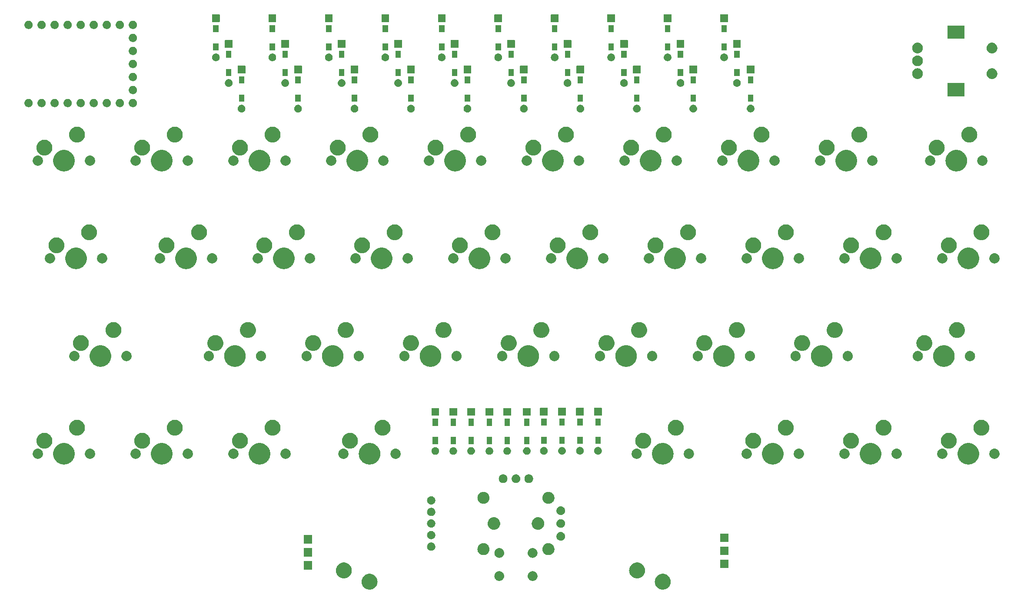
<source format=gbr>
G04 #@! TF.GenerationSoftware,KiCad,Pcbnew,7.0.8*
G04 #@! TF.CreationDate,2024-01-10T21:48:22+09:00*
G04 #@! TF.ProjectId,ckb4,636b6234-2e6b-4696-9361-645f70636258,rev?*
G04 #@! TF.SameCoordinates,Original*
G04 #@! TF.FileFunction,Soldermask,Top*
G04 #@! TF.FilePolarity,Negative*
%FSLAX46Y46*%
G04 Gerber Fmt 4.6, Leading zero omitted, Abs format (unit mm)*
G04 Created by KiCad (PCBNEW 7.0.8) date 2024-01-10 21:48:22*
%MOMM*%
%LPD*%
G01*
G04 APERTURE LIST*
G04 APERTURE END LIST*
G36*
X-248009207Y55496314D02*
G01*
X-247952870Y55496314D01*
X-247891315Y55487035D01*
X-247826120Y55481905D01*
X-247773561Y55469286D01*
X-247723699Y55461771D01*
X-247658544Y55441673D01*
X-247589465Y55425089D01*
X-247544800Y55406588D01*
X-247502230Y55393457D01*
X-247435391Y55361269D01*
X-247364611Y55331951D01*
X-247328279Y55309687D01*
X-247293427Y55292903D01*
X-247227133Y55247704D01*
X-247157095Y55204785D01*
X-247129047Y55180830D01*
X-247101936Y55162346D01*
X-247038631Y55103608D01*
X-246972027Y55046723D01*
X-246951802Y55023043D01*
X-246932043Y55004709D01*
X-246874268Y54932261D01*
X-246813965Y54861655D01*
X-246800702Y54840012D01*
X-246787543Y54823511D01*
X-246737907Y54737540D01*
X-246686799Y54654139D01*
X-246679292Y54636017D01*
X-246671661Y54622799D01*
X-246632744Y54523640D01*
X-246593661Y54429285D01*
X-246590428Y54415819D01*
X-246586992Y54407064D01*
X-246561261Y54294329D01*
X-246536845Y54192630D01*
X-246536211Y54184581D01*
X-246535419Y54181109D01*
X-246525073Y54043050D01*
X-246517750Y53950000D01*
X-246525072Y53856957D01*
X-246535419Y53718890D01*
X-246536211Y53715416D01*
X-246536845Y53707370D01*
X-246561256Y53605689D01*
X-246586992Y53492935D01*
X-246590428Y53484178D01*
X-246593661Y53470715D01*
X-246632736Y53376377D01*
X-246671661Y53277200D01*
X-246679294Y53263978D01*
X-246686799Y53245861D01*
X-246737897Y53162475D01*
X-246787543Y53076488D01*
X-246800705Y53059983D01*
X-246813965Y53038345D01*
X-246874256Y52967752D01*
X-246932043Y52895290D01*
X-246951806Y52876951D01*
X-246972027Y52853277D01*
X-247038617Y52796403D01*
X-247101936Y52737653D01*
X-247129053Y52719164D01*
X-247157095Y52695215D01*
X-247227119Y52652303D01*
X-247293427Y52607096D01*
X-247328287Y52590308D01*
X-247364611Y52568049D01*
X-247435377Y52538736D01*
X-247502230Y52506542D01*
X-247544809Y52493407D01*
X-247589465Y52474911D01*
X-247658530Y52458329D01*
X-247723699Y52438228D01*
X-247773570Y52430711D01*
X-247826120Y52418095D01*
X-247891311Y52412964D01*
X-247952870Y52403686D01*
X-248009207Y52403686D01*
X-248068750Y52399000D01*
X-248128293Y52403686D01*
X-248184630Y52403686D01*
X-248246187Y52412964D01*
X-248311380Y52418095D01*
X-248363931Y52430711D01*
X-248413800Y52438228D01*
X-248478963Y52458328D01*
X-248548035Y52474911D01*
X-248592695Y52493410D01*
X-248635268Y52506542D01*
X-248702110Y52538731D01*
X-248772889Y52568049D01*
X-248809217Y52590310D01*
X-248844074Y52607097D01*
X-248910377Y52652302D01*
X-248980405Y52695215D01*
X-249008446Y52719164D01*
X-249035561Y52737651D01*
X-249098870Y52796393D01*
X-249165473Y52853277D01*
X-249185696Y52876956D01*
X-249205456Y52895290D01*
X-249263228Y52967734D01*
X-249323535Y53038345D01*
X-249336798Y53059988D01*
X-249349956Y53076488D01*
X-249399584Y53162447D01*
X-249450701Y53245861D01*
X-249458208Y53263984D01*
X-249465838Y53277200D01*
X-249504744Y53376331D01*
X-249543839Y53470715D01*
X-249547072Y53484184D01*
X-249550507Y53492935D01*
X-249576223Y53605604D01*
X-249600655Y53707370D01*
X-249601288Y53715423D01*
X-249602080Y53718890D01*
X-249612406Y53856692D01*
X-249619750Y53950000D01*
X-249612406Y54043315D01*
X-249602080Y54181109D01*
X-249601288Y54184574D01*
X-249600655Y54192630D01*
X-249576218Y54294414D01*
X-249550507Y54407064D01*
X-249547073Y54415812D01*
X-249543839Y54429285D01*
X-249504736Y54523686D01*
X-249465838Y54622799D01*
X-249458209Y54636011D01*
X-249450701Y54654139D01*
X-249399574Y54737569D01*
X-249349956Y54823511D01*
X-249336800Y54840007D01*
X-249323535Y54861655D01*
X-249263216Y54932279D01*
X-249205456Y55004709D01*
X-249185701Y55023038D01*
X-249165473Y55046723D01*
X-249098857Y55103617D01*
X-249035561Y55162348D01*
X-249008452Y55180830D01*
X-248980405Y55204785D01*
X-248910362Y55247706D01*
X-248844074Y55292902D01*
X-248809224Y55309684D01*
X-248772889Y55331951D01*
X-248702095Y55361274D01*
X-248635268Y55393457D01*
X-248592705Y55406585D01*
X-248548035Y55425089D01*
X-248478949Y55441675D01*
X-248413800Y55461771D01*
X-248363939Y55469286D01*
X-248311380Y55481905D01*
X-248246183Y55487035D01*
X-248184630Y55496314D01*
X-248128293Y55496314D01*
X-248068750Y55501000D01*
X-248009207Y55496314D01*
G37*
G36*
X-190892957Y55496314D02*
G01*
X-190836620Y55496314D01*
X-190775065Y55487035D01*
X-190709870Y55481905D01*
X-190657311Y55469286D01*
X-190607449Y55461771D01*
X-190542294Y55441673D01*
X-190473215Y55425089D01*
X-190428550Y55406588D01*
X-190385980Y55393457D01*
X-190319141Y55361269D01*
X-190248361Y55331951D01*
X-190212029Y55309687D01*
X-190177177Y55292903D01*
X-190110883Y55247704D01*
X-190040845Y55204785D01*
X-190012797Y55180830D01*
X-189985686Y55162346D01*
X-189922381Y55103608D01*
X-189855777Y55046723D01*
X-189835552Y55023043D01*
X-189815793Y55004709D01*
X-189758018Y54932261D01*
X-189697715Y54861655D01*
X-189684452Y54840012D01*
X-189671293Y54823511D01*
X-189621657Y54737540D01*
X-189570549Y54654139D01*
X-189563042Y54636017D01*
X-189555411Y54622799D01*
X-189516494Y54523640D01*
X-189477411Y54429285D01*
X-189474178Y54415819D01*
X-189470742Y54407064D01*
X-189445011Y54294329D01*
X-189420595Y54192630D01*
X-189419961Y54184581D01*
X-189419169Y54181109D01*
X-189408823Y54043050D01*
X-189401500Y53950000D01*
X-189408822Y53856957D01*
X-189419169Y53718890D01*
X-189419961Y53715416D01*
X-189420595Y53707370D01*
X-189445006Y53605689D01*
X-189470742Y53492935D01*
X-189474178Y53484178D01*
X-189477411Y53470715D01*
X-189516486Y53376377D01*
X-189555411Y53277200D01*
X-189563044Y53263978D01*
X-189570549Y53245861D01*
X-189621647Y53162475D01*
X-189671293Y53076488D01*
X-189684455Y53059983D01*
X-189697715Y53038345D01*
X-189758006Y52967752D01*
X-189815793Y52895290D01*
X-189835556Y52876951D01*
X-189855777Y52853277D01*
X-189922367Y52796403D01*
X-189985686Y52737653D01*
X-190012803Y52719164D01*
X-190040845Y52695215D01*
X-190110869Y52652303D01*
X-190177177Y52607096D01*
X-190212037Y52590308D01*
X-190248361Y52568049D01*
X-190319127Y52538736D01*
X-190385980Y52506542D01*
X-190428559Y52493407D01*
X-190473215Y52474911D01*
X-190542280Y52458329D01*
X-190607449Y52438228D01*
X-190657320Y52430711D01*
X-190709870Y52418095D01*
X-190775061Y52412964D01*
X-190836620Y52403686D01*
X-190892957Y52403686D01*
X-190952500Y52399000D01*
X-191012043Y52403686D01*
X-191068380Y52403686D01*
X-191129937Y52412964D01*
X-191195130Y52418095D01*
X-191247681Y52430711D01*
X-191297550Y52438228D01*
X-191362713Y52458328D01*
X-191431785Y52474911D01*
X-191476445Y52493410D01*
X-191519018Y52506542D01*
X-191585860Y52538731D01*
X-191656639Y52568049D01*
X-191692967Y52590310D01*
X-191727824Y52607097D01*
X-191794127Y52652302D01*
X-191864155Y52695215D01*
X-191892196Y52719164D01*
X-191919311Y52737651D01*
X-191982620Y52796393D01*
X-192049223Y52853277D01*
X-192069446Y52876956D01*
X-192089206Y52895290D01*
X-192146978Y52967734D01*
X-192207285Y53038345D01*
X-192220548Y53059988D01*
X-192233706Y53076488D01*
X-192283334Y53162447D01*
X-192334451Y53245861D01*
X-192341958Y53263984D01*
X-192349588Y53277200D01*
X-192388494Y53376331D01*
X-192427589Y53470715D01*
X-192430822Y53484184D01*
X-192434257Y53492935D01*
X-192459973Y53605604D01*
X-192484405Y53707370D01*
X-192485038Y53715423D01*
X-192485830Y53718890D01*
X-192496156Y53856692D01*
X-192503500Y53950000D01*
X-192496156Y54043315D01*
X-192485830Y54181109D01*
X-192485038Y54184574D01*
X-192484405Y54192630D01*
X-192459968Y54294414D01*
X-192434257Y54407064D01*
X-192430823Y54415812D01*
X-192427589Y54429285D01*
X-192388486Y54523686D01*
X-192349588Y54622799D01*
X-192341959Y54636011D01*
X-192334451Y54654139D01*
X-192283324Y54737569D01*
X-192233706Y54823511D01*
X-192220550Y54840007D01*
X-192207285Y54861655D01*
X-192146966Y54932279D01*
X-192089206Y55004709D01*
X-192069451Y55023038D01*
X-192049223Y55046723D01*
X-191982607Y55103617D01*
X-191919311Y55162348D01*
X-191892202Y55180830D01*
X-191864155Y55204785D01*
X-191794112Y55247706D01*
X-191727824Y55292902D01*
X-191692974Y55309684D01*
X-191656639Y55331951D01*
X-191585845Y55361274D01*
X-191519018Y55393457D01*
X-191476455Y55406585D01*
X-191431785Y55425089D01*
X-191362699Y55441675D01*
X-191297550Y55461771D01*
X-191247689Y55469286D01*
X-191195130Y55481905D01*
X-191129933Y55487035D01*
X-191068380Y55496314D01*
X-191012043Y55496314D01*
X-190952500Y55501000D01*
X-190892957Y55496314D01*
G37*
G36*
X-222753396Y55996410D02*
G01*
X-222712304Y55996410D01*
X-222666545Y55987856D01*
X-222614469Y55982727D01*
X-222574902Y55970724D01*
X-222539888Y55964179D01*
X-222491389Y55945390D01*
X-222436068Y55928609D01*
X-222404461Y55911714D01*
X-222376343Y55900822D01*
X-222327490Y55870573D01*
X-222271653Y55840728D01*
X-222248188Y55821471D01*
X-222227215Y55808485D01*
X-222180744Y55766121D01*
X-222127541Y55722459D01*
X-222111775Y55703248D01*
X-222097599Y55690325D01*
X-222056439Y55635821D01*
X-222009272Y55578347D01*
X-222000151Y55561284D01*
X-221991900Y55550357D01*
X-221959067Y55484420D01*
X-221921391Y55413932D01*
X-221917372Y55400685D01*
X-221913717Y55393344D01*
X-221892124Y55317454D01*
X-221867273Y55235531D01*
X-221866456Y55227241D01*
X-221865719Y55224649D01*
X-221858046Y55141854D01*
X-221849000Y55050000D01*
X-221858045Y54958153D01*
X-221865719Y54875350D01*
X-221866456Y54872757D01*
X-221867273Y54864469D01*
X-221892119Y54782560D01*
X-221913717Y54706655D01*
X-221917373Y54699311D01*
X-221921391Y54686068D01*
X-221959060Y54615593D01*
X-221991900Y54549642D01*
X-222000153Y54538712D01*
X-222009272Y54521653D01*
X-222056430Y54464190D01*
X-222097599Y54409674D01*
X-222111778Y54396747D01*
X-222127541Y54377541D01*
X-222180733Y54333887D01*
X-222227215Y54291514D01*
X-222248193Y54278524D01*
X-222271653Y54259272D01*
X-222327478Y54229432D01*
X-222376343Y54199177D01*
X-222404467Y54188281D01*
X-222436068Y54171391D01*
X-222491377Y54154612D01*
X-222539888Y54135820D01*
X-222574909Y54129273D01*
X-222614469Y54117273D01*
X-222666542Y54112144D01*
X-222712304Y54103590D01*
X-222753396Y54103590D01*
X-222800000Y54099000D01*
X-222846604Y54103590D01*
X-222887696Y54103590D01*
X-222933456Y54112144D01*
X-222985531Y54117273D01*
X-223025091Y54129273D01*
X-223060111Y54135820D01*
X-223108617Y54154611D01*
X-223163932Y54171391D01*
X-223195534Y54188282D01*
X-223223656Y54199177D01*
X-223272513Y54229428D01*
X-223328347Y54259272D01*
X-223351809Y54278526D01*
X-223372784Y54291514D01*
X-223419256Y54333879D01*
X-223472459Y54377541D01*
X-223488224Y54396751D01*
X-223502400Y54409674D01*
X-223543557Y54464174D01*
X-223590728Y54521653D01*
X-223599848Y54538717D01*
X-223608099Y54549642D01*
X-223640925Y54615566D01*
X-223678609Y54686068D01*
X-223682628Y54699316D01*
X-223686282Y54706655D01*
X-223707864Y54782507D01*
X-223732727Y54864469D01*
X-223733543Y54872762D01*
X-223734280Y54875350D01*
X-223741937Y54957982D01*
X-223751000Y55050000D01*
X-223741936Y55142026D01*
X-223734280Y55224649D01*
X-223733544Y55227235D01*
X-223732727Y55235531D01*
X-223707859Y55317507D01*
X-223686282Y55393344D01*
X-223682628Y55400680D01*
X-223678609Y55413932D01*
X-223640917Y55484447D01*
X-223608099Y55550357D01*
X-223599850Y55561279D01*
X-223590728Y55578347D01*
X-223543547Y55635836D01*
X-223502400Y55690325D01*
X-223488227Y55703244D01*
X-223472459Y55722459D01*
X-223419245Y55766129D01*
X-223372784Y55808485D01*
X-223351814Y55821469D01*
X-223328347Y55840728D01*
X-223272502Y55870577D01*
X-223223656Y55900822D01*
X-223195541Y55911713D01*
X-223163932Y55928609D01*
X-223108605Y55945392D01*
X-223060111Y55964179D01*
X-223025098Y55970724D01*
X-222985531Y55982727D01*
X-222933453Y55987856D01*
X-222887696Y55996410D01*
X-222846604Y55996410D01*
X-222800000Y56001000D01*
X-222753396Y55996410D01*
G37*
G36*
X-216253396Y55996410D02*
G01*
X-216212304Y55996410D01*
X-216166545Y55987856D01*
X-216114469Y55982727D01*
X-216074902Y55970724D01*
X-216039888Y55964179D01*
X-215991389Y55945390D01*
X-215936068Y55928609D01*
X-215904461Y55911714D01*
X-215876343Y55900822D01*
X-215827490Y55870573D01*
X-215771653Y55840728D01*
X-215748188Y55821471D01*
X-215727215Y55808485D01*
X-215680744Y55766121D01*
X-215627541Y55722459D01*
X-215611775Y55703248D01*
X-215597599Y55690325D01*
X-215556439Y55635821D01*
X-215509272Y55578347D01*
X-215500151Y55561284D01*
X-215491900Y55550357D01*
X-215459067Y55484420D01*
X-215421391Y55413932D01*
X-215417372Y55400685D01*
X-215413717Y55393344D01*
X-215392124Y55317454D01*
X-215367273Y55235531D01*
X-215366456Y55227241D01*
X-215365719Y55224649D01*
X-215358046Y55141854D01*
X-215349000Y55050000D01*
X-215358045Y54958153D01*
X-215365719Y54875350D01*
X-215366456Y54872757D01*
X-215367273Y54864469D01*
X-215392119Y54782560D01*
X-215413717Y54706655D01*
X-215417373Y54699311D01*
X-215421391Y54686068D01*
X-215459060Y54615593D01*
X-215491900Y54549642D01*
X-215500153Y54538712D01*
X-215509272Y54521653D01*
X-215556430Y54464190D01*
X-215597599Y54409674D01*
X-215611778Y54396747D01*
X-215627541Y54377541D01*
X-215680733Y54333887D01*
X-215727215Y54291514D01*
X-215748193Y54278524D01*
X-215771653Y54259272D01*
X-215827478Y54229432D01*
X-215876343Y54199177D01*
X-215904467Y54188281D01*
X-215936068Y54171391D01*
X-215991377Y54154612D01*
X-216039888Y54135820D01*
X-216074909Y54129273D01*
X-216114469Y54117273D01*
X-216166542Y54112144D01*
X-216212304Y54103590D01*
X-216253396Y54103590D01*
X-216300000Y54099000D01*
X-216346604Y54103590D01*
X-216387696Y54103590D01*
X-216433456Y54112144D01*
X-216485531Y54117273D01*
X-216525091Y54129273D01*
X-216560111Y54135820D01*
X-216608617Y54154611D01*
X-216663932Y54171391D01*
X-216695534Y54188282D01*
X-216723656Y54199177D01*
X-216772513Y54229428D01*
X-216828347Y54259272D01*
X-216851809Y54278526D01*
X-216872784Y54291514D01*
X-216919256Y54333879D01*
X-216972459Y54377541D01*
X-216988224Y54396751D01*
X-217002400Y54409674D01*
X-217043557Y54464174D01*
X-217090728Y54521653D01*
X-217099848Y54538717D01*
X-217108099Y54549642D01*
X-217140925Y54615566D01*
X-217178609Y54686068D01*
X-217182628Y54699316D01*
X-217186282Y54706655D01*
X-217207864Y54782507D01*
X-217232727Y54864469D01*
X-217233543Y54872762D01*
X-217234280Y54875350D01*
X-217241937Y54957982D01*
X-217251000Y55050000D01*
X-217241936Y55142026D01*
X-217234280Y55224649D01*
X-217233544Y55227235D01*
X-217232727Y55235531D01*
X-217207859Y55317507D01*
X-217186282Y55393344D01*
X-217182628Y55400680D01*
X-217178609Y55413932D01*
X-217140917Y55484447D01*
X-217108099Y55550357D01*
X-217099850Y55561279D01*
X-217090728Y55578347D01*
X-217043547Y55635836D01*
X-217002400Y55690325D01*
X-216988227Y55703244D01*
X-216972459Y55722459D01*
X-216919245Y55766129D01*
X-216872784Y55808485D01*
X-216851814Y55821469D01*
X-216828347Y55840728D01*
X-216772502Y55870577D01*
X-216723656Y55900822D01*
X-216695541Y55911713D01*
X-216663932Y55928609D01*
X-216608605Y55945392D01*
X-216560111Y55964179D01*
X-216525098Y55970724D01*
X-216485531Y55982727D01*
X-216433453Y55987856D01*
X-216387696Y55996410D01*
X-216346604Y55996410D01*
X-216300000Y56001000D01*
X-216253396Y55996410D01*
G37*
G36*
X-253009207Y57696314D02*
G01*
X-252952870Y57696314D01*
X-252891315Y57687035D01*
X-252826120Y57681905D01*
X-252773561Y57669286D01*
X-252723699Y57661771D01*
X-252658544Y57641673D01*
X-252589465Y57625089D01*
X-252544800Y57606588D01*
X-252502230Y57593457D01*
X-252435391Y57561269D01*
X-252364611Y57531951D01*
X-252328279Y57509687D01*
X-252293427Y57492903D01*
X-252227133Y57447704D01*
X-252157095Y57404785D01*
X-252129047Y57380830D01*
X-252101936Y57362346D01*
X-252038631Y57303608D01*
X-251972027Y57246723D01*
X-251951802Y57223043D01*
X-251932043Y57204709D01*
X-251874268Y57132261D01*
X-251813965Y57061655D01*
X-251800702Y57040012D01*
X-251787543Y57023511D01*
X-251737907Y56937540D01*
X-251686799Y56854139D01*
X-251679292Y56836017D01*
X-251671661Y56822799D01*
X-251632744Y56723640D01*
X-251593661Y56629285D01*
X-251590428Y56615819D01*
X-251586992Y56607064D01*
X-251561261Y56494329D01*
X-251536845Y56392630D01*
X-251536211Y56384581D01*
X-251535419Y56381109D01*
X-251525073Y56243050D01*
X-251517750Y56150000D01*
X-251525072Y56056957D01*
X-251535419Y55918890D01*
X-251536211Y55915416D01*
X-251536845Y55907370D01*
X-251561256Y55805689D01*
X-251586992Y55692935D01*
X-251590428Y55684178D01*
X-251593661Y55670715D01*
X-251632736Y55576377D01*
X-251671661Y55477200D01*
X-251679294Y55463978D01*
X-251686799Y55445861D01*
X-251737897Y55362475D01*
X-251787543Y55276488D01*
X-251800705Y55259983D01*
X-251813965Y55238345D01*
X-251874256Y55167752D01*
X-251932043Y55095290D01*
X-251951806Y55076951D01*
X-251972027Y55053277D01*
X-252038617Y54996403D01*
X-252101936Y54937653D01*
X-252129053Y54919164D01*
X-252157095Y54895215D01*
X-252227119Y54852303D01*
X-252293427Y54807096D01*
X-252328287Y54790308D01*
X-252364611Y54768049D01*
X-252435377Y54738736D01*
X-252502230Y54706542D01*
X-252544809Y54693407D01*
X-252589465Y54674911D01*
X-252658530Y54658329D01*
X-252723699Y54638228D01*
X-252773570Y54630711D01*
X-252826120Y54618095D01*
X-252891311Y54612964D01*
X-252952870Y54603686D01*
X-253009207Y54603686D01*
X-253068750Y54599000D01*
X-253128293Y54603686D01*
X-253184630Y54603686D01*
X-253246187Y54612964D01*
X-253311380Y54618095D01*
X-253363931Y54630711D01*
X-253413800Y54638228D01*
X-253478963Y54658328D01*
X-253548035Y54674911D01*
X-253592695Y54693410D01*
X-253635268Y54706542D01*
X-253702110Y54738731D01*
X-253772889Y54768049D01*
X-253809217Y54790310D01*
X-253844074Y54807097D01*
X-253910377Y54852302D01*
X-253980405Y54895215D01*
X-254008446Y54919164D01*
X-254035561Y54937651D01*
X-254098870Y54996393D01*
X-254165473Y55053277D01*
X-254185696Y55076956D01*
X-254205456Y55095290D01*
X-254263228Y55167734D01*
X-254323535Y55238345D01*
X-254336798Y55259988D01*
X-254349956Y55276488D01*
X-254399584Y55362447D01*
X-254450701Y55445861D01*
X-254458208Y55463984D01*
X-254465838Y55477200D01*
X-254504744Y55576331D01*
X-254543839Y55670715D01*
X-254547072Y55684184D01*
X-254550507Y55692935D01*
X-254576223Y55805604D01*
X-254600655Y55907370D01*
X-254601288Y55915423D01*
X-254602080Y55918890D01*
X-254612406Y56056692D01*
X-254619750Y56150000D01*
X-254612406Y56243315D01*
X-254602080Y56381109D01*
X-254601288Y56384574D01*
X-254600655Y56392630D01*
X-254576218Y56494414D01*
X-254550507Y56607064D01*
X-254547073Y56615812D01*
X-254543839Y56629285D01*
X-254504736Y56723686D01*
X-254465838Y56822799D01*
X-254458209Y56836011D01*
X-254450701Y56854139D01*
X-254399574Y56937569D01*
X-254349956Y57023511D01*
X-254336800Y57040007D01*
X-254323535Y57061655D01*
X-254263216Y57132279D01*
X-254205456Y57204709D01*
X-254185701Y57223038D01*
X-254165473Y57246723D01*
X-254098857Y57303617D01*
X-254035561Y57362348D01*
X-254008452Y57380830D01*
X-253980405Y57404785D01*
X-253910362Y57447706D01*
X-253844074Y57492902D01*
X-253809224Y57509684D01*
X-253772889Y57531951D01*
X-253702095Y57561274D01*
X-253635268Y57593457D01*
X-253592705Y57606585D01*
X-253548035Y57625089D01*
X-253478949Y57641675D01*
X-253413800Y57661771D01*
X-253363939Y57669286D01*
X-253311380Y57681905D01*
X-253246183Y57687035D01*
X-253184630Y57696314D01*
X-253128293Y57696314D01*
X-253068750Y57701000D01*
X-253009207Y57696314D01*
G37*
G36*
X-195892957Y57696314D02*
G01*
X-195836620Y57696314D01*
X-195775065Y57687035D01*
X-195709870Y57681905D01*
X-195657311Y57669286D01*
X-195607449Y57661771D01*
X-195542294Y57641673D01*
X-195473215Y57625089D01*
X-195428550Y57606588D01*
X-195385980Y57593457D01*
X-195319141Y57561269D01*
X-195248361Y57531951D01*
X-195212029Y57509687D01*
X-195177177Y57492903D01*
X-195110883Y57447704D01*
X-195040845Y57404785D01*
X-195012797Y57380830D01*
X-194985686Y57362346D01*
X-194922381Y57303608D01*
X-194855777Y57246723D01*
X-194835552Y57223043D01*
X-194815793Y57204709D01*
X-194758018Y57132261D01*
X-194697715Y57061655D01*
X-194684452Y57040012D01*
X-194671293Y57023511D01*
X-194621657Y56937540D01*
X-194570549Y56854139D01*
X-194563042Y56836017D01*
X-194555411Y56822799D01*
X-194516494Y56723640D01*
X-194477411Y56629285D01*
X-194474178Y56615819D01*
X-194470742Y56607064D01*
X-194445011Y56494329D01*
X-194420595Y56392630D01*
X-194419961Y56384581D01*
X-194419169Y56381109D01*
X-194408823Y56243050D01*
X-194401500Y56150000D01*
X-194408822Y56056957D01*
X-194419169Y55918890D01*
X-194419961Y55915416D01*
X-194420595Y55907370D01*
X-194445006Y55805689D01*
X-194470742Y55692935D01*
X-194474178Y55684178D01*
X-194477411Y55670715D01*
X-194516486Y55576377D01*
X-194555411Y55477200D01*
X-194563044Y55463978D01*
X-194570549Y55445861D01*
X-194621647Y55362475D01*
X-194671293Y55276488D01*
X-194684455Y55259983D01*
X-194697715Y55238345D01*
X-194758006Y55167752D01*
X-194815793Y55095290D01*
X-194835556Y55076951D01*
X-194855777Y55053277D01*
X-194922367Y54996403D01*
X-194985686Y54937653D01*
X-195012803Y54919164D01*
X-195040845Y54895215D01*
X-195110869Y54852303D01*
X-195177177Y54807096D01*
X-195212037Y54790308D01*
X-195248361Y54768049D01*
X-195319127Y54738736D01*
X-195385980Y54706542D01*
X-195428559Y54693407D01*
X-195473215Y54674911D01*
X-195542280Y54658329D01*
X-195607449Y54638228D01*
X-195657320Y54630711D01*
X-195709870Y54618095D01*
X-195775061Y54612964D01*
X-195836620Y54603686D01*
X-195892957Y54603686D01*
X-195952500Y54599000D01*
X-196012043Y54603686D01*
X-196068380Y54603686D01*
X-196129937Y54612964D01*
X-196195130Y54618095D01*
X-196247681Y54630711D01*
X-196297550Y54638228D01*
X-196362713Y54658328D01*
X-196431785Y54674911D01*
X-196476445Y54693410D01*
X-196519018Y54706542D01*
X-196585860Y54738731D01*
X-196656639Y54768049D01*
X-196692967Y54790310D01*
X-196727824Y54807097D01*
X-196794127Y54852302D01*
X-196864155Y54895215D01*
X-196892196Y54919164D01*
X-196919311Y54937651D01*
X-196982620Y54996393D01*
X-197049223Y55053277D01*
X-197069446Y55076956D01*
X-197089206Y55095290D01*
X-197146978Y55167734D01*
X-197207285Y55238345D01*
X-197220548Y55259988D01*
X-197233706Y55276488D01*
X-197283334Y55362447D01*
X-197334451Y55445861D01*
X-197341958Y55463984D01*
X-197349588Y55477200D01*
X-197388494Y55576331D01*
X-197427589Y55670715D01*
X-197430822Y55684184D01*
X-197434257Y55692935D01*
X-197459973Y55805604D01*
X-197484405Y55907370D01*
X-197485038Y55915423D01*
X-197485830Y55918890D01*
X-197496156Y56056692D01*
X-197503500Y56150000D01*
X-197496156Y56243315D01*
X-197485830Y56381109D01*
X-197485038Y56384574D01*
X-197484405Y56392630D01*
X-197459968Y56494414D01*
X-197434257Y56607064D01*
X-197430823Y56615812D01*
X-197427589Y56629285D01*
X-197388486Y56723686D01*
X-197349588Y56822799D01*
X-197341959Y56836011D01*
X-197334451Y56854139D01*
X-197283324Y56937569D01*
X-197233706Y57023511D01*
X-197220550Y57040007D01*
X-197207285Y57061655D01*
X-197146966Y57132279D01*
X-197089206Y57204709D01*
X-197069451Y57223038D01*
X-197049223Y57246723D01*
X-196982607Y57303617D01*
X-196919311Y57362348D01*
X-196892202Y57380830D01*
X-196864155Y57404785D01*
X-196794112Y57447706D01*
X-196727824Y57492902D01*
X-196692974Y57509684D01*
X-196656639Y57531951D01*
X-196585845Y57561274D01*
X-196519018Y57593457D01*
X-196476455Y57606585D01*
X-196431785Y57625089D01*
X-196362699Y57641675D01*
X-196297550Y57661771D01*
X-196247689Y57669286D01*
X-196195130Y57681905D01*
X-196129933Y57687035D01*
X-196068380Y57696314D01*
X-196012043Y57696314D01*
X-195952500Y57701000D01*
X-195892957Y57696314D01*
G37*
G36*
X-259278483Y57939118D02*
G01*
X-259261938Y57928062D01*
X-259250882Y57911517D01*
X-259247000Y57892000D01*
X-259247000Y56368000D01*
X-259250882Y56348483D01*
X-259261938Y56331938D01*
X-259278483Y56320882D01*
X-259298000Y56317000D01*
X-259310313Y56317000D01*
X-260809689Y56317000D01*
X-260822000Y56317000D01*
X-260841517Y56320882D01*
X-260858062Y56331938D01*
X-260869118Y56348483D01*
X-260873000Y56368000D01*
X-260873000Y57892000D01*
X-260869118Y57911517D01*
X-260858062Y57928062D01*
X-260841517Y57939118D01*
X-260822000Y57943000D01*
X-259298000Y57943000D01*
X-259278483Y57939118D01*
G37*
G36*
X-178198483Y58249118D02*
G01*
X-178181938Y58238062D01*
X-178170882Y58221517D01*
X-178167000Y58202000D01*
X-178167000Y56678000D01*
X-178170882Y56658483D01*
X-178181938Y56641938D01*
X-178198483Y56630882D01*
X-178218000Y56627000D01*
X-178230313Y56627000D01*
X-179729689Y56627000D01*
X-179742000Y56627000D01*
X-179761517Y56630882D01*
X-179778062Y56641938D01*
X-179789118Y56658483D01*
X-179793000Y56678000D01*
X-179793000Y58202000D01*
X-179789118Y58221517D01*
X-179778062Y58238062D01*
X-179761517Y58249118D01*
X-179742000Y58253000D01*
X-178218000Y58253000D01*
X-178198483Y58249118D01*
G37*
G36*
X-222753396Y60496410D02*
G01*
X-222712304Y60496410D01*
X-222666545Y60487856D01*
X-222614469Y60482727D01*
X-222574902Y60470724D01*
X-222539888Y60464179D01*
X-222491389Y60445390D01*
X-222436068Y60428609D01*
X-222404461Y60411714D01*
X-222376343Y60400822D01*
X-222327490Y60370573D01*
X-222271653Y60340728D01*
X-222248188Y60321471D01*
X-222227215Y60308485D01*
X-222180744Y60266121D01*
X-222127541Y60222459D01*
X-222111775Y60203248D01*
X-222097599Y60190325D01*
X-222056439Y60135821D01*
X-222009272Y60078347D01*
X-222000151Y60061284D01*
X-221991900Y60050357D01*
X-221959067Y59984420D01*
X-221921391Y59913932D01*
X-221917372Y59900685D01*
X-221913717Y59893344D01*
X-221892124Y59817454D01*
X-221867273Y59735531D01*
X-221866456Y59727241D01*
X-221865719Y59724649D01*
X-221858046Y59641854D01*
X-221849000Y59550000D01*
X-221858045Y59458153D01*
X-221865719Y59375350D01*
X-221866456Y59372757D01*
X-221867273Y59364469D01*
X-221892119Y59282560D01*
X-221913717Y59206655D01*
X-221917373Y59199311D01*
X-221921391Y59186068D01*
X-221959060Y59115593D01*
X-221991900Y59049642D01*
X-222000153Y59038712D01*
X-222009272Y59021653D01*
X-222056430Y58964190D01*
X-222097599Y58909674D01*
X-222111778Y58896747D01*
X-222127541Y58877541D01*
X-222180733Y58833887D01*
X-222227215Y58791514D01*
X-222248193Y58778524D01*
X-222271653Y58759272D01*
X-222327478Y58729432D01*
X-222376343Y58699177D01*
X-222404467Y58688281D01*
X-222436068Y58671391D01*
X-222491377Y58654612D01*
X-222539888Y58635820D01*
X-222574909Y58629273D01*
X-222614469Y58617273D01*
X-222666542Y58612144D01*
X-222712304Y58603590D01*
X-222753396Y58603590D01*
X-222800000Y58599000D01*
X-222846604Y58603590D01*
X-222887696Y58603590D01*
X-222933456Y58612144D01*
X-222985531Y58617273D01*
X-223025091Y58629273D01*
X-223060111Y58635820D01*
X-223108617Y58654611D01*
X-223163932Y58671391D01*
X-223195534Y58688282D01*
X-223223656Y58699177D01*
X-223272513Y58729428D01*
X-223328347Y58759272D01*
X-223351809Y58778526D01*
X-223372784Y58791514D01*
X-223419256Y58833879D01*
X-223472459Y58877541D01*
X-223488224Y58896751D01*
X-223502400Y58909674D01*
X-223543557Y58964174D01*
X-223590728Y59021653D01*
X-223599848Y59038717D01*
X-223608099Y59049642D01*
X-223640925Y59115566D01*
X-223678609Y59186068D01*
X-223682628Y59199316D01*
X-223686282Y59206655D01*
X-223707864Y59282507D01*
X-223732727Y59364469D01*
X-223733543Y59372762D01*
X-223734280Y59375350D01*
X-223741937Y59457982D01*
X-223751000Y59550000D01*
X-223741936Y59642026D01*
X-223734280Y59724649D01*
X-223733544Y59727235D01*
X-223732727Y59735531D01*
X-223707859Y59817507D01*
X-223686282Y59893344D01*
X-223682628Y59900680D01*
X-223678609Y59913932D01*
X-223640917Y59984447D01*
X-223608099Y60050357D01*
X-223599850Y60061279D01*
X-223590728Y60078347D01*
X-223543547Y60135836D01*
X-223502400Y60190325D01*
X-223488227Y60203244D01*
X-223472459Y60222459D01*
X-223419245Y60266129D01*
X-223372784Y60308485D01*
X-223351814Y60321469D01*
X-223328347Y60340728D01*
X-223272502Y60370577D01*
X-223223656Y60400822D01*
X-223195541Y60411713D01*
X-223163932Y60428609D01*
X-223108605Y60445392D01*
X-223060111Y60464179D01*
X-223025098Y60470724D01*
X-222985531Y60482727D01*
X-222933453Y60487856D01*
X-222887696Y60496410D01*
X-222846604Y60496410D01*
X-222800000Y60501000D01*
X-222753396Y60496410D01*
G37*
G36*
X-216253396Y60496410D02*
G01*
X-216212304Y60496410D01*
X-216166545Y60487856D01*
X-216114469Y60482727D01*
X-216074902Y60470724D01*
X-216039888Y60464179D01*
X-215991389Y60445390D01*
X-215936068Y60428609D01*
X-215904461Y60411714D01*
X-215876343Y60400822D01*
X-215827490Y60370573D01*
X-215771653Y60340728D01*
X-215748188Y60321471D01*
X-215727215Y60308485D01*
X-215680744Y60266121D01*
X-215627541Y60222459D01*
X-215611775Y60203248D01*
X-215597599Y60190325D01*
X-215556439Y60135821D01*
X-215509272Y60078347D01*
X-215500151Y60061284D01*
X-215491900Y60050357D01*
X-215459067Y59984420D01*
X-215421391Y59913932D01*
X-215417372Y59900685D01*
X-215413717Y59893344D01*
X-215392124Y59817454D01*
X-215367273Y59735531D01*
X-215366456Y59727241D01*
X-215365719Y59724649D01*
X-215358046Y59641854D01*
X-215349000Y59550000D01*
X-215358045Y59458153D01*
X-215365719Y59375350D01*
X-215366456Y59372757D01*
X-215367273Y59364469D01*
X-215392119Y59282560D01*
X-215413717Y59206655D01*
X-215417373Y59199311D01*
X-215421391Y59186068D01*
X-215459060Y59115593D01*
X-215491900Y59049642D01*
X-215500153Y59038712D01*
X-215509272Y59021653D01*
X-215556430Y58964190D01*
X-215597599Y58909674D01*
X-215611778Y58896747D01*
X-215627541Y58877541D01*
X-215680733Y58833887D01*
X-215727215Y58791514D01*
X-215748193Y58778524D01*
X-215771653Y58759272D01*
X-215827478Y58729432D01*
X-215876343Y58699177D01*
X-215904467Y58688281D01*
X-215936068Y58671391D01*
X-215991377Y58654612D01*
X-216039888Y58635820D01*
X-216074909Y58629273D01*
X-216114469Y58617273D01*
X-216166542Y58612144D01*
X-216212304Y58603590D01*
X-216253396Y58603590D01*
X-216300000Y58599000D01*
X-216346604Y58603590D01*
X-216387696Y58603590D01*
X-216433456Y58612144D01*
X-216485531Y58617273D01*
X-216525091Y58629273D01*
X-216560111Y58635820D01*
X-216608617Y58654611D01*
X-216663932Y58671391D01*
X-216695534Y58688282D01*
X-216723656Y58699177D01*
X-216772513Y58729428D01*
X-216828347Y58759272D01*
X-216851809Y58778526D01*
X-216872784Y58791514D01*
X-216919256Y58833879D01*
X-216972459Y58877541D01*
X-216988224Y58896751D01*
X-217002400Y58909674D01*
X-217043557Y58964174D01*
X-217090728Y59021653D01*
X-217099848Y59038717D01*
X-217108099Y59049642D01*
X-217140925Y59115566D01*
X-217178609Y59186068D01*
X-217182628Y59199316D01*
X-217186282Y59206655D01*
X-217207864Y59282507D01*
X-217232727Y59364469D01*
X-217233543Y59372762D01*
X-217234280Y59375350D01*
X-217241937Y59457982D01*
X-217251000Y59550000D01*
X-217241936Y59642026D01*
X-217234280Y59724649D01*
X-217233544Y59727235D01*
X-217232727Y59735531D01*
X-217207859Y59817507D01*
X-217186282Y59893344D01*
X-217182628Y59900680D01*
X-217178609Y59913932D01*
X-217140917Y59984447D01*
X-217108099Y60050357D01*
X-217099850Y60061279D01*
X-217090728Y60078347D01*
X-217043547Y60135836D01*
X-217002400Y60190325D01*
X-216988227Y60203244D01*
X-216972459Y60222459D01*
X-216919245Y60266129D01*
X-216872784Y60308485D01*
X-216851814Y60321469D01*
X-216828347Y60340728D01*
X-216772502Y60370577D01*
X-216723656Y60400822D01*
X-216695541Y60411713D01*
X-216663932Y60428609D01*
X-216608605Y60445392D01*
X-216560111Y60464179D01*
X-216525098Y60470724D01*
X-216485531Y60482727D01*
X-216433453Y60487856D01*
X-216387696Y60496410D01*
X-216346604Y60496410D01*
X-216300000Y60501000D01*
X-216253396Y60496410D01*
G37*
G36*
X-259278483Y60479118D02*
G01*
X-259261938Y60468062D01*
X-259250882Y60451517D01*
X-259247000Y60432000D01*
X-259247000Y58908000D01*
X-259250882Y58888483D01*
X-259261938Y58871938D01*
X-259278483Y58860882D01*
X-259298000Y58857000D01*
X-259310313Y58857000D01*
X-260809689Y58857000D01*
X-260822000Y58857000D01*
X-260841517Y58860882D01*
X-260858062Y58871938D01*
X-260869118Y58888483D01*
X-260873000Y58908000D01*
X-260873000Y60432000D01*
X-260869118Y60451517D01*
X-260858062Y60468062D01*
X-260841517Y60479118D01*
X-260822000Y60483000D01*
X-259298000Y60483000D01*
X-259278483Y60479118D01*
G37*
G36*
X-225823117Y61470983D02*
G01*
X-225766492Y61470983D01*
X-225716676Y61461670D01*
X-225670875Y61457664D01*
X-225614658Y61442600D01*
X-225553172Y61431107D01*
X-225511466Y61414950D01*
X-225472948Y61404629D01*
X-225414632Y61377436D01*
X-225350812Y61352712D01*
X-225317873Y61332317D01*
X-225287236Y61318031D01*
X-225229440Y61277561D01*
X-225166302Y61238468D01*
X-225142099Y61216404D01*
X-225119390Y61200503D01*
X-225065068Y61146181D01*
X-225005926Y61092266D01*
X-224989803Y61070916D01*
X-224974494Y61055607D01*
X-224926740Y60987407D01*
X-224875145Y60919084D01*
X-224865900Y60900518D01*
X-224856967Y60887760D01*
X-224818925Y60806179D01*
X-224778413Y60724820D01*
X-224774384Y60710663D01*
X-224770371Y60702055D01*
X-224745069Y60607630D01*
X-224719024Y60516089D01*
X-224718222Y60507434D01*
X-224717335Y60504124D01*
X-224707533Y60392094D01*
X-224699000Y60300000D01*
X-224707533Y60207913D01*
X-224717335Y60095875D01*
X-224718222Y60092564D01*
X-224719024Y60083911D01*
X-224745065Y59992382D01*
X-224770370Y59897948D01*
X-224774384Y59889338D01*
X-224778413Y59875180D01*
X-224818920Y59793829D01*
X-224856968Y59712236D01*
X-224865904Y59699473D01*
X-224875145Y59680916D01*
X-224926729Y59612607D01*
X-224974496Y59544390D01*
X-224989807Y59529078D01*
X-225005926Y59507734D01*
X-225065057Y59453828D01*
X-225119390Y59399496D01*
X-225142104Y59383591D01*
X-225166302Y59361532D01*
X-225229427Y59322446D01*
X-225287236Y59281968D01*
X-225317880Y59267678D01*
X-225350812Y59247288D01*
X-225414619Y59222568D01*
X-225472948Y59195370D01*
X-225511474Y59185046D01*
X-225553172Y59168893D01*
X-225614646Y59157401D01*
X-225670875Y59142335D01*
X-225716686Y59138327D01*
X-225766492Y59129017D01*
X-225823106Y59129017D01*
X-225875000Y59124477D01*
X-225926894Y59129017D01*
X-225983508Y59129017D01*
X-226033314Y59138327D01*
X-226079124Y59142335D01*
X-226135350Y59157400D01*
X-226196828Y59168893D01*
X-226238527Y59185047D01*
X-226277051Y59195370D01*
X-226335374Y59222566D01*
X-226399188Y59247288D01*
X-226432122Y59267680D01*
X-226462763Y59281968D01*
X-226520563Y59322440D01*
X-226583698Y59361532D01*
X-226607899Y59383594D01*
X-226630609Y59399496D01*
X-226684931Y59453818D01*
X-226744074Y59507734D01*
X-226760196Y59529083D01*
X-226775503Y59544390D01*
X-226823256Y59612589D01*
X-226874855Y59680916D01*
X-226884098Y59699478D01*
X-226893031Y59712236D01*
X-226931063Y59793798D01*
X-226971587Y59875180D01*
X-226975617Y59889344D01*
X-226979629Y59897948D01*
X-227004916Y59992322D01*
X-227030976Y60083911D01*
X-227031778Y60092569D01*
X-227032664Y60095875D01*
X-227042448Y60207720D01*
X-227051000Y60300000D01*
X-227042448Y60392287D01*
X-227032664Y60504124D01*
X-227031778Y60507428D01*
X-227030976Y60516089D01*
X-227004912Y60607691D01*
X-226979628Y60702055D01*
X-226975616Y60710657D01*
X-226971587Y60724820D01*
X-226931058Y60806211D01*
X-226893032Y60887760D01*
X-226884102Y60900513D01*
X-226874855Y60919084D01*
X-226823246Y60987425D01*
X-226775505Y61055607D01*
X-226760199Y61070912D01*
X-226744074Y61092266D01*
X-226684920Y61146191D01*
X-226630607Y61200505D01*
X-226607902Y61216403D01*
X-226583698Y61238468D01*
X-226520544Y61277570D01*
X-226462760Y61318032D01*
X-226432130Y61332314D01*
X-226399188Y61352712D01*
X-226335367Y61377436D01*
X-226277055Y61404628D01*
X-226238535Y61414949D01*
X-226196828Y61431107D01*
X-226135337Y61442601D01*
X-226079124Y61457664D01*
X-226033324Y61461670D01*
X-225983508Y61470983D01*
X-225926883Y61470983D01*
X-225875000Y61475522D01*
X-225823117Y61470983D01*
G37*
G36*
X-213173117Y61470983D02*
G01*
X-213116492Y61470983D01*
X-213066676Y61461670D01*
X-213020875Y61457664D01*
X-212964658Y61442600D01*
X-212903172Y61431107D01*
X-212861466Y61414950D01*
X-212822948Y61404629D01*
X-212764632Y61377436D01*
X-212700812Y61352712D01*
X-212667873Y61332317D01*
X-212637236Y61318031D01*
X-212579440Y61277561D01*
X-212516302Y61238468D01*
X-212492099Y61216404D01*
X-212469390Y61200503D01*
X-212415068Y61146181D01*
X-212355926Y61092266D01*
X-212339803Y61070916D01*
X-212324494Y61055607D01*
X-212276740Y60987407D01*
X-212225145Y60919084D01*
X-212215900Y60900518D01*
X-212206967Y60887760D01*
X-212168925Y60806179D01*
X-212128413Y60724820D01*
X-212124384Y60710663D01*
X-212120371Y60702055D01*
X-212095069Y60607630D01*
X-212069024Y60516089D01*
X-212068222Y60507434D01*
X-212067335Y60504124D01*
X-212057533Y60392094D01*
X-212049000Y60300000D01*
X-212057533Y60207913D01*
X-212067335Y60095875D01*
X-212068222Y60092564D01*
X-212069024Y60083911D01*
X-212095065Y59992382D01*
X-212120370Y59897948D01*
X-212124384Y59889338D01*
X-212128413Y59875180D01*
X-212168920Y59793829D01*
X-212206968Y59712236D01*
X-212215904Y59699473D01*
X-212225145Y59680916D01*
X-212276729Y59612607D01*
X-212324496Y59544390D01*
X-212339807Y59529078D01*
X-212355926Y59507734D01*
X-212415057Y59453828D01*
X-212469390Y59399496D01*
X-212492104Y59383591D01*
X-212516302Y59361532D01*
X-212579427Y59322446D01*
X-212637236Y59281968D01*
X-212667880Y59267678D01*
X-212700812Y59247288D01*
X-212764619Y59222568D01*
X-212822948Y59195370D01*
X-212861474Y59185046D01*
X-212903172Y59168893D01*
X-212964646Y59157401D01*
X-213020875Y59142335D01*
X-213066686Y59138327D01*
X-213116492Y59129017D01*
X-213173106Y59129017D01*
X-213225000Y59124477D01*
X-213276894Y59129017D01*
X-213333508Y59129017D01*
X-213383314Y59138327D01*
X-213429124Y59142335D01*
X-213485350Y59157400D01*
X-213546828Y59168893D01*
X-213588527Y59185047D01*
X-213627051Y59195370D01*
X-213685374Y59222566D01*
X-213749188Y59247288D01*
X-213782122Y59267680D01*
X-213812763Y59281968D01*
X-213870563Y59322440D01*
X-213933698Y59361532D01*
X-213957899Y59383594D01*
X-213980609Y59399496D01*
X-214034931Y59453818D01*
X-214094074Y59507734D01*
X-214110196Y59529083D01*
X-214125503Y59544390D01*
X-214173256Y59612589D01*
X-214224855Y59680916D01*
X-214234098Y59699478D01*
X-214243031Y59712236D01*
X-214281063Y59793798D01*
X-214321587Y59875180D01*
X-214325617Y59889344D01*
X-214329629Y59897948D01*
X-214354916Y59992322D01*
X-214380976Y60083911D01*
X-214381778Y60092569D01*
X-214382664Y60095875D01*
X-214392448Y60207720D01*
X-214401000Y60300000D01*
X-214392448Y60392287D01*
X-214382664Y60504124D01*
X-214381778Y60507428D01*
X-214380976Y60516089D01*
X-214354912Y60607691D01*
X-214329628Y60702055D01*
X-214325616Y60710657D01*
X-214321587Y60724820D01*
X-214281058Y60806211D01*
X-214243032Y60887760D01*
X-214234102Y60900513D01*
X-214224855Y60919084D01*
X-214173246Y60987425D01*
X-214125505Y61055607D01*
X-214110199Y61070912D01*
X-214094074Y61092266D01*
X-214034920Y61146191D01*
X-213980607Y61200505D01*
X-213957902Y61216403D01*
X-213933698Y61238468D01*
X-213870544Y61277570D01*
X-213812760Y61318032D01*
X-213782130Y61332314D01*
X-213749188Y61352712D01*
X-213685367Y61377436D01*
X-213627055Y61404628D01*
X-213588535Y61414949D01*
X-213546828Y61431107D01*
X-213485337Y61442601D01*
X-213429124Y61457664D01*
X-213383324Y61461670D01*
X-213333508Y61470983D01*
X-213276883Y61470983D01*
X-213225000Y61475522D01*
X-213173117Y61470983D01*
G37*
G36*
X-178198483Y60789118D02*
G01*
X-178181938Y60778062D01*
X-178170882Y60761517D01*
X-178167000Y60742000D01*
X-178167000Y59218000D01*
X-178170882Y59198483D01*
X-178181938Y59181938D01*
X-178198483Y59170882D01*
X-178218000Y59167000D01*
X-178230313Y59167000D01*
X-179729689Y59167000D01*
X-179742000Y59167000D01*
X-179761517Y59170882D01*
X-179778062Y59181938D01*
X-179789118Y59198483D01*
X-179793000Y59218000D01*
X-179793000Y60742000D01*
X-179789118Y60761517D01*
X-179778062Y60778062D01*
X-179761517Y60789118D01*
X-179742000Y60793000D01*
X-178218000Y60793000D01*
X-178198483Y60789118D01*
G37*
G36*
X-236014400Y61599862D02*
G01*
X-235975088Y61599862D01*
X-235930744Y61590436D01*
X-235879090Y61584616D01*
X-235841524Y61571471D01*
X-235808982Y61564554D01*
X-235762088Y61543675D01*
X-235707253Y61524488D01*
X-235678709Y61506552D01*
X-235653844Y61495482D01*
X-235607479Y61461796D01*
X-235553103Y61427629D01*
X-235533575Y61408101D01*
X-235516457Y61395664D01*
X-235474138Y61348664D01*
X-235424371Y61298897D01*
X-235412923Y61280678D01*
X-235402826Y61269464D01*
X-235368278Y61209626D01*
X-235327512Y61144747D01*
X-235322422Y61130202D01*
X-235317915Y61122395D01*
X-235294832Y61051354D01*
X-235267384Y60972910D01*
X-235266343Y60963671D01*
X-235265439Y60960889D01*
X-235257240Y60882881D01*
X-235247000Y60792000D01*
X-235257239Y60701125D01*
X-235265439Y60623110D01*
X-235266343Y60620327D01*
X-235267384Y60611090D01*
X-235294828Y60532658D01*
X-235317915Y60461604D01*
X-235322423Y60453794D01*
X-235327512Y60439253D01*
X-235368271Y60374385D01*
X-235402826Y60314535D01*
X-235412925Y60303318D01*
X-235424371Y60285103D01*
X-235474129Y60235344D01*
X-235516457Y60188335D01*
X-235533578Y60175895D01*
X-235553103Y60156371D01*
X-235607469Y60122210D01*
X-235653844Y60088517D01*
X-235678714Y60077443D01*
X-235707253Y60059512D01*
X-235762078Y60040327D01*
X-235808982Y60019445D01*
X-235841530Y60012526D01*
X-235879090Y59999384D01*
X-235930741Y59993564D01*
X-235975088Y59984138D01*
X-236014400Y59984138D01*
X-236060000Y59979000D01*
X-236105600Y59984138D01*
X-236144912Y59984138D01*
X-236189258Y59993564D01*
X-236240910Y59999384D01*
X-236278470Y60012527D01*
X-236311017Y60019445D01*
X-236357917Y60040326D01*
X-236412747Y60059512D01*
X-236441287Y60077445D01*
X-236466155Y60088517D01*
X-236512523Y60122205D01*
X-236566897Y60156371D01*
X-236586423Y60175897D01*
X-236603542Y60188335D01*
X-236645860Y60235334D01*
X-236695629Y60285103D01*
X-236707076Y60303322D01*
X-236717173Y60314535D01*
X-236751716Y60374365D01*
X-236792488Y60439253D01*
X-236797577Y60453799D01*
X-236802084Y60461604D01*
X-236825157Y60532618D01*
X-236852616Y60611090D01*
X-236853657Y60620331D01*
X-236854560Y60623110D01*
X-236862745Y60700993D01*
X-236873000Y60792000D01*
X-236862745Y60883013D01*
X-236854560Y60960889D01*
X-236853657Y60963666D01*
X-236852616Y60972910D01*
X-236825153Y61051394D01*
X-236802084Y61122395D01*
X-236797578Y61130198D01*
X-236792488Y61144747D01*
X-236751709Y61209645D01*
X-236717173Y61269464D01*
X-236707078Y61280674D01*
X-236695629Y61298897D01*
X-236645850Y61348675D01*
X-236603540Y61395666D01*
X-236586425Y61408100D01*
X-236566897Y61427629D01*
X-236512517Y61461797D01*
X-236466157Y61495481D01*
X-236441294Y61506550D01*
X-236412747Y61524488D01*
X-236357903Y61543678D01*
X-236311016Y61564554D01*
X-236278478Y61571470D01*
X-236240910Y61584616D01*
X-236189254Y61590436D01*
X-236144912Y61599862D01*
X-236105600Y61599862D01*
X-236060000Y61605000D01*
X-236014400Y61599862D01*
G37*
G36*
X-259278483Y63019118D02*
G01*
X-259261938Y63008062D01*
X-259250882Y62991517D01*
X-259247000Y62972000D01*
X-259247000Y61448000D01*
X-259250882Y61428483D01*
X-259261938Y61411938D01*
X-259278483Y61400882D01*
X-259298000Y61397000D01*
X-259310313Y61397000D01*
X-260809689Y61397000D01*
X-260822000Y61397000D01*
X-260841517Y61400882D01*
X-260858062Y61411938D01*
X-260869118Y61428483D01*
X-260873000Y61448000D01*
X-260873000Y62972000D01*
X-260869118Y62991517D01*
X-260858062Y63008062D01*
X-260841517Y63019118D01*
X-260822000Y63023000D01*
X-259298000Y63023000D01*
X-259278483Y63019118D01*
G37*
G36*
X-178198483Y63329118D02*
G01*
X-178181938Y63318062D01*
X-178170882Y63301517D01*
X-178167000Y63282000D01*
X-178167000Y61758000D01*
X-178170882Y61738483D01*
X-178181938Y61721938D01*
X-178198483Y61710882D01*
X-178218000Y61707000D01*
X-178230313Y61707000D01*
X-179729689Y61707000D01*
X-179742000Y61707000D01*
X-179761517Y61710882D01*
X-179778062Y61721938D01*
X-179789118Y61738483D01*
X-179793000Y61758000D01*
X-179793000Y63282000D01*
X-179789118Y63301517D01*
X-179778062Y63318062D01*
X-179761517Y63329118D01*
X-179742000Y63333000D01*
X-178218000Y63333000D01*
X-178198483Y63329118D01*
G37*
G36*
X-210778811Y63646338D02*
G01*
X-210731046Y63646338D01*
X-210689797Y63637570D01*
X-210654098Y63634054D01*
X-210609248Y63620448D01*
X-210557027Y63609349D01*
X-210523610Y63594471D01*
X-210494564Y63585660D01*
X-210448402Y63560986D01*
X-210394500Y63536988D01*
X-210369443Y63518783D01*
X-210347546Y63507079D01*
X-210302873Y63470416D01*
X-210250570Y63432416D01*
X-210233588Y63413555D01*
X-210218679Y63401320D01*
X-210178610Y63352496D01*
X-210131527Y63300205D01*
X-210121636Y63283073D01*
X-210112920Y63272453D01*
X-210080687Y63212148D01*
X-210042573Y63146133D01*
X-210038186Y63132634D01*
X-210034339Y63125435D01*
X-210013128Y63055512D01*
X-209987596Y62976933D01*
X-209986697Y62968380D01*
X-209985945Y62965901D01*
X-209978613Y62891467D01*
X-209969000Y62800000D01*
X-209978612Y62708540D01*
X-209985945Y62634098D01*
X-209986697Y62631618D01*
X-209987596Y62623067D01*
X-210013123Y62544502D01*
X-210034339Y62474564D01*
X-210038187Y62467363D01*
X-210042573Y62453867D01*
X-210080680Y62387863D01*
X-210112920Y62327546D01*
X-210121638Y62316923D01*
X-210131527Y62299795D01*
X-210178601Y62247513D01*
X-210218679Y62198679D01*
X-210233591Y62186440D01*
X-210250570Y62167584D01*
X-210302862Y62129591D01*
X-210347546Y62092920D01*
X-210369448Y62081213D01*
X-210394500Y62063012D01*
X-210448391Y62039018D01*
X-210494564Y62014339D01*
X-210523617Y62005525D01*
X-210557027Y61990651D01*
X-210609237Y61979553D01*
X-210654098Y61965945D01*
X-210689806Y61962427D01*
X-210731046Y61953662D01*
X-210778801Y61953662D01*
X-210820000Y61949604D01*
X-210861199Y61953662D01*
X-210908954Y61953662D01*
X-210950194Y61962427D01*
X-210985901Y61965945D01*
X-211030759Y61979552D01*
X-211082973Y61990651D01*
X-211116384Y62005526D01*
X-211145435Y62014339D01*
X-211191602Y62039015D01*
X-211245500Y62063012D01*
X-211270554Y62081215D01*
X-211292453Y62092920D01*
X-211337128Y62129584D01*
X-211389430Y62167584D01*
X-211406411Y62186443D01*
X-211421320Y62198679D01*
X-211461387Y62247501D01*
X-211508473Y62299795D01*
X-211518364Y62316927D01*
X-211527079Y62327546D01*
X-211559306Y62387840D01*
X-211597427Y62453867D01*
X-211601813Y62467368D01*
X-211605660Y62474564D01*
X-211626861Y62544455D01*
X-211652404Y62623067D01*
X-211653303Y62631623D01*
X-211654054Y62634098D01*
X-211661371Y62708389D01*
X-211671000Y62800000D01*
X-211661370Y62891619D01*
X-211654054Y62965901D01*
X-211653303Y62968375D01*
X-211652404Y62976933D01*
X-211626856Y63055558D01*
X-211605660Y63125435D01*
X-211601814Y63132629D01*
X-211597427Y63146133D01*
X-211559299Y63212172D01*
X-211527079Y63272453D01*
X-211518366Y63283069D01*
X-211508473Y63300205D01*
X-211461378Y63352509D01*
X-211421320Y63401320D01*
X-211406414Y63413552D01*
X-211389430Y63432416D01*
X-211337118Y63470423D01*
X-211292453Y63507079D01*
X-211270559Y63518780D01*
X-211245500Y63536988D01*
X-211191591Y63560989D01*
X-211145435Y63585660D01*
X-211116391Y63594470D01*
X-211082973Y63609349D01*
X-211030748Y63620449D01*
X-210985901Y63634054D01*
X-210950203Y63637570D01*
X-210908954Y63646338D01*
X-210861188Y63646338D01*
X-210820000Y63650395D01*
X-210778811Y63646338D01*
G37*
G36*
X-236014400Y63853862D02*
G01*
X-235975088Y63853862D01*
X-235930744Y63844436D01*
X-235879090Y63838616D01*
X-235841524Y63825471D01*
X-235808982Y63818554D01*
X-235762088Y63797675D01*
X-235707253Y63778488D01*
X-235678709Y63760552D01*
X-235653844Y63749482D01*
X-235607479Y63715796D01*
X-235553103Y63681629D01*
X-235533575Y63662101D01*
X-235516457Y63649664D01*
X-235474138Y63602664D01*
X-235424371Y63552897D01*
X-235412923Y63534678D01*
X-235402826Y63523464D01*
X-235368278Y63463626D01*
X-235327512Y63398747D01*
X-235322422Y63384202D01*
X-235317915Y63376395D01*
X-235294832Y63305354D01*
X-235267384Y63226910D01*
X-235266343Y63217671D01*
X-235265439Y63214889D01*
X-235257240Y63136881D01*
X-235247000Y63046000D01*
X-235257239Y62955125D01*
X-235265439Y62877110D01*
X-235266343Y62874327D01*
X-235267384Y62865090D01*
X-235294828Y62786658D01*
X-235317915Y62715604D01*
X-235322423Y62707794D01*
X-235327512Y62693253D01*
X-235368271Y62628385D01*
X-235402826Y62568535D01*
X-235412925Y62557318D01*
X-235424371Y62539103D01*
X-235474129Y62489344D01*
X-235516457Y62442335D01*
X-235533578Y62429895D01*
X-235553103Y62410371D01*
X-235607469Y62376210D01*
X-235653844Y62342517D01*
X-235678714Y62331443D01*
X-235707253Y62313512D01*
X-235762078Y62294327D01*
X-235808982Y62273445D01*
X-235841530Y62266526D01*
X-235879090Y62253384D01*
X-235930741Y62247564D01*
X-235975088Y62238138D01*
X-236014400Y62238138D01*
X-236060000Y62233000D01*
X-236105600Y62238138D01*
X-236144912Y62238138D01*
X-236189258Y62247564D01*
X-236240910Y62253384D01*
X-236278470Y62266527D01*
X-236311017Y62273445D01*
X-236357917Y62294326D01*
X-236412747Y62313512D01*
X-236441287Y62331445D01*
X-236466155Y62342517D01*
X-236512523Y62376205D01*
X-236566897Y62410371D01*
X-236586423Y62429897D01*
X-236603542Y62442335D01*
X-236645860Y62489334D01*
X-236695629Y62539103D01*
X-236707076Y62557322D01*
X-236717173Y62568535D01*
X-236751716Y62628365D01*
X-236792488Y62693253D01*
X-236797577Y62707799D01*
X-236802084Y62715604D01*
X-236825157Y62786618D01*
X-236852616Y62865090D01*
X-236853657Y62874331D01*
X-236854560Y62877110D01*
X-236862745Y62954993D01*
X-236873000Y63046000D01*
X-236862745Y63137013D01*
X-236854560Y63214889D01*
X-236853657Y63217666D01*
X-236852616Y63226910D01*
X-236825153Y63305394D01*
X-236802084Y63376395D01*
X-236797578Y63384198D01*
X-236792488Y63398747D01*
X-236751709Y63463645D01*
X-236717173Y63523464D01*
X-236707078Y63534674D01*
X-236695629Y63552897D01*
X-236645850Y63602675D01*
X-236603540Y63649666D01*
X-236586425Y63662100D01*
X-236566897Y63681629D01*
X-236512517Y63715797D01*
X-236466157Y63749481D01*
X-236441294Y63760550D01*
X-236412747Y63778488D01*
X-236357903Y63797678D01*
X-236311016Y63818554D01*
X-236278478Y63825470D01*
X-236240910Y63838616D01*
X-236189254Y63844436D01*
X-236144912Y63853862D01*
X-236105600Y63853862D01*
X-236060000Y63859000D01*
X-236014400Y63853862D01*
G37*
G36*
X-223797263Y66521386D02*
G01*
X-223748792Y66521386D01*
X-223695372Y66512471D01*
X-223637107Y66507374D01*
X-223591344Y66495112D01*
X-223549139Y66488069D01*
X-223492524Y66468633D01*
X-223430683Y66452063D01*
X-223392802Y66434399D01*
X-223357693Y66422346D01*
X-223300008Y66391128D01*
X-223237000Y66361747D01*
X-223207335Y66340975D01*
X-223179678Y66326008D01*
X-223123373Y66282185D01*
X-223061942Y66239170D01*
X-223040293Y66217521D01*
X-223019944Y66201683D01*
X-222967667Y66144895D01*
X-222910830Y66088058D01*
X-222896483Y66067568D01*
X-222882850Y66052759D01*
X-222837367Y65983142D01*
X-222788253Y65913000D01*
X-222780054Y65895418D01*
X-222772143Y65883309D01*
X-222736235Y65801447D01*
X-222697937Y65719317D01*
X-222694370Y65706004D01*
X-222690832Y65697939D01*
X-222667135Y65604365D01*
X-222642626Y65512893D01*
X-222641915Y65504772D01*
X-222641143Y65501722D01*
X-222632090Y65392472D01*
X-222624000Y65300000D01*
X-222632089Y65207535D01*
X-222641143Y65098277D01*
X-222641915Y65095225D01*
X-222642626Y65087107D01*
X-222667131Y64995651D01*
X-222690832Y64902060D01*
X-222694370Y64893992D01*
X-222697937Y64880683D01*
X-222736227Y64798568D01*
X-222772143Y64716690D01*
X-222780056Y64704577D01*
X-222788253Y64687000D01*
X-222837357Y64616870D01*
X-222882850Y64547240D01*
X-222896486Y64532427D01*
X-222910830Y64511942D01*
X-222967655Y64455116D01*
X-223019944Y64398316D01*
X-223040298Y64382473D01*
X-223061942Y64360830D01*
X-223123361Y64317823D01*
X-223179678Y64273991D01*
X-223207341Y64259020D01*
X-223237000Y64238253D01*
X-223299995Y64208877D01*
X-223357693Y64177653D01*
X-223392810Y64165597D01*
X-223430683Y64147937D01*
X-223492510Y64131370D01*
X-223549139Y64111930D01*
X-223591352Y64104885D01*
X-223637107Y64092626D01*
X-223695369Y64087528D01*
X-223748792Y64078614D01*
X-223797263Y64078614D01*
X-223850000Y64074000D01*
X-223902737Y64078614D01*
X-223951208Y64078614D01*
X-224004630Y64087528D01*
X-224062893Y64092626D01*
X-224108648Y64104886D01*
X-224150860Y64111930D01*
X-224207484Y64131369D01*
X-224269317Y64147937D01*
X-224307192Y64165598D01*
X-224342306Y64177653D01*
X-224399997Y64208874D01*
X-224463000Y64238253D01*
X-224492661Y64259022D01*
X-224520321Y64273991D01*
X-224576628Y64317816D01*
X-224638058Y64360830D01*
X-224659705Y64382477D01*
X-224680055Y64398316D01*
X-224732331Y64455103D01*
X-224789170Y64511942D01*
X-224803517Y64532431D01*
X-224817149Y64547240D01*
X-224862627Y64616849D01*
X-224911747Y64687000D01*
X-224919946Y64704582D01*
X-224927856Y64716690D01*
X-224963755Y64798532D01*
X-225002063Y64880683D01*
X-225005630Y64893998D01*
X-225009167Y64902060D01*
X-225032850Y64995583D01*
X-225057374Y65087107D01*
X-225058084Y65095231D01*
X-225058856Y65098277D01*
X-225067891Y65207319D01*
X-225076000Y65300000D01*
X-225067890Y65392688D01*
X-225058856Y65501722D01*
X-225058084Y65504766D01*
X-225057374Y65512893D01*
X-225032845Y65604433D01*
X-225009167Y65697939D01*
X-225005631Y65705999D01*
X-225002063Y65719317D01*
X-224963748Y65801483D01*
X-224927856Y65883309D01*
X-224919947Y65895413D01*
X-224911747Y65913000D01*
X-224862617Y65983164D01*
X-224817149Y66052759D01*
X-224803520Y66067563D01*
X-224789170Y66088058D01*
X-224732319Y66144908D01*
X-224680055Y66201683D01*
X-224659709Y66217518D01*
X-224638058Y66239170D01*
X-224576616Y66282192D01*
X-224520321Y66326008D01*
X-224492668Y66340973D01*
X-224463000Y66361747D01*
X-224399983Y66391131D01*
X-224342306Y66422346D01*
X-224307200Y66434397D01*
X-224269317Y66452063D01*
X-224207471Y66468634D01*
X-224150860Y66488069D01*
X-224108656Y66495111D01*
X-224062893Y66507374D01*
X-224004626Y66512471D01*
X-223951208Y66521386D01*
X-223902737Y66521386D01*
X-223850000Y66526000D01*
X-223797263Y66521386D01*
G37*
G36*
X-215197263Y66521386D02*
G01*
X-215148792Y66521386D01*
X-215095372Y66512471D01*
X-215037107Y66507374D01*
X-214991344Y66495112D01*
X-214949139Y66488069D01*
X-214892524Y66468633D01*
X-214830683Y66452063D01*
X-214792802Y66434399D01*
X-214757693Y66422346D01*
X-214700008Y66391128D01*
X-214637000Y66361747D01*
X-214607335Y66340975D01*
X-214579678Y66326008D01*
X-214523373Y66282185D01*
X-214461942Y66239170D01*
X-214440293Y66217521D01*
X-214419944Y66201683D01*
X-214367667Y66144895D01*
X-214310830Y66088058D01*
X-214296483Y66067568D01*
X-214282850Y66052759D01*
X-214237367Y65983142D01*
X-214188253Y65913000D01*
X-214180054Y65895418D01*
X-214172143Y65883309D01*
X-214136235Y65801447D01*
X-214097937Y65719317D01*
X-214094370Y65706004D01*
X-214090832Y65697939D01*
X-214067135Y65604365D01*
X-214042626Y65512893D01*
X-214041915Y65504772D01*
X-214041143Y65501722D01*
X-214032090Y65392472D01*
X-214024000Y65300000D01*
X-214032089Y65207535D01*
X-214041143Y65098277D01*
X-214041915Y65095225D01*
X-214042626Y65087107D01*
X-214067131Y64995651D01*
X-214090832Y64902060D01*
X-214094370Y64893992D01*
X-214097937Y64880683D01*
X-214136227Y64798568D01*
X-214172143Y64716690D01*
X-214180056Y64704577D01*
X-214188253Y64687000D01*
X-214237357Y64616870D01*
X-214282850Y64547240D01*
X-214296486Y64532427D01*
X-214310830Y64511942D01*
X-214367655Y64455116D01*
X-214419944Y64398316D01*
X-214440298Y64382473D01*
X-214461942Y64360830D01*
X-214523361Y64317823D01*
X-214579678Y64273991D01*
X-214607341Y64259020D01*
X-214637000Y64238253D01*
X-214699995Y64208877D01*
X-214757693Y64177653D01*
X-214792810Y64165597D01*
X-214830683Y64147937D01*
X-214892510Y64131370D01*
X-214949139Y64111930D01*
X-214991352Y64104885D01*
X-215037107Y64092626D01*
X-215095369Y64087528D01*
X-215148792Y64078614D01*
X-215197263Y64078614D01*
X-215250000Y64074000D01*
X-215302737Y64078614D01*
X-215351208Y64078614D01*
X-215404630Y64087528D01*
X-215462893Y64092626D01*
X-215508648Y64104886D01*
X-215550860Y64111930D01*
X-215607484Y64131369D01*
X-215669317Y64147937D01*
X-215707192Y64165598D01*
X-215742306Y64177653D01*
X-215799997Y64208874D01*
X-215863000Y64238253D01*
X-215892661Y64259022D01*
X-215920321Y64273991D01*
X-215976628Y64317816D01*
X-216038058Y64360830D01*
X-216059705Y64382477D01*
X-216080055Y64398316D01*
X-216132331Y64455103D01*
X-216189170Y64511942D01*
X-216203517Y64532431D01*
X-216217149Y64547240D01*
X-216262627Y64616849D01*
X-216311747Y64687000D01*
X-216319946Y64704582D01*
X-216327856Y64716690D01*
X-216363755Y64798532D01*
X-216402063Y64880683D01*
X-216405630Y64893998D01*
X-216409167Y64902060D01*
X-216432850Y64995583D01*
X-216457374Y65087107D01*
X-216458084Y65095231D01*
X-216458856Y65098277D01*
X-216467891Y65207319D01*
X-216476000Y65300000D01*
X-216467890Y65392688D01*
X-216458856Y65501722D01*
X-216458084Y65504766D01*
X-216457374Y65512893D01*
X-216432845Y65604433D01*
X-216409167Y65697939D01*
X-216405631Y65705999D01*
X-216402063Y65719317D01*
X-216363748Y65801483D01*
X-216327856Y65883309D01*
X-216319947Y65895413D01*
X-216311747Y65913000D01*
X-216262617Y65983164D01*
X-216217149Y66052759D01*
X-216203520Y66067563D01*
X-216189170Y66088058D01*
X-216132319Y66144908D01*
X-216080055Y66201683D01*
X-216059709Y66217518D01*
X-216038058Y66239170D01*
X-215976616Y66282192D01*
X-215920321Y66326008D01*
X-215892668Y66340973D01*
X-215863000Y66361747D01*
X-215799983Y66391131D01*
X-215742306Y66422346D01*
X-215707200Y66434397D01*
X-215669317Y66452063D01*
X-215607471Y66468634D01*
X-215550860Y66488069D01*
X-215508656Y66495111D01*
X-215462893Y66507374D01*
X-215404626Y66512471D01*
X-215351208Y66521386D01*
X-215302737Y66521386D01*
X-215250000Y66526000D01*
X-215197263Y66521386D01*
G37*
G36*
X-210778811Y66146338D02*
G01*
X-210731046Y66146338D01*
X-210689797Y66137570D01*
X-210654098Y66134054D01*
X-210609248Y66120448D01*
X-210557027Y66109349D01*
X-210523610Y66094471D01*
X-210494564Y66085660D01*
X-210448402Y66060986D01*
X-210394500Y66036988D01*
X-210369443Y66018783D01*
X-210347546Y66007079D01*
X-210302873Y65970416D01*
X-210250570Y65932416D01*
X-210233588Y65913555D01*
X-210218679Y65901320D01*
X-210178610Y65852496D01*
X-210131527Y65800205D01*
X-210121636Y65783073D01*
X-210112920Y65772453D01*
X-210080687Y65712148D01*
X-210042573Y65646133D01*
X-210038186Y65632634D01*
X-210034339Y65625435D01*
X-210013128Y65555512D01*
X-209987596Y65476933D01*
X-209986697Y65468380D01*
X-209985945Y65465901D01*
X-209978613Y65391467D01*
X-209969000Y65300000D01*
X-209978612Y65208540D01*
X-209985945Y65134098D01*
X-209986697Y65131618D01*
X-209987596Y65123067D01*
X-210013123Y65044502D01*
X-210034339Y64974564D01*
X-210038187Y64967363D01*
X-210042573Y64953867D01*
X-210080680Y64887863D01*
X-210112920Y64827546D01*
X-210121638Y64816923D01*
X-210131527Y64799795D01*
X-210178601Y64747513D01*
X-210218679Y64698679D01*
X-210233591Y64686440D01*
X-210250570Y64667584D01*
X-210302862Y64629591D01*
X-210347546Y64592920D01*
X-210369448Y64581213D01*
X-210394500Y64563012D01*
X-210448391Y64539018D01*
X-210494564Y64514339D01*
X-210523617Y64505525D01*
X-210557027Y64490651D01*
X-210609237Y64479553D01*
X-210654098Y64465945D01*
X-210689806Y64462427D01*
X-210731046Y64453662D01*
X-210778801Y64453662D01*
X-210820000Y64449604D01*
X-210861199Y64453662D01*
X-210908954Y64453662D01*
X-210950194Y64462427D01*
X-210985901Y64465945D01*
X-211030759Y64479552D01*
X-211082973Y64490651D01*
X-211116384Y64505526D01*
X-211145435Y64514339D01*
X-211191602Y64539015D01*
X-211245500Y64563012D01*
X-211270554Y64581215D01*
X-211292453Y64592920D01*
X-211337128Y64629584D01*
X-211389430Y64667584D01*
X-211406411Y64686443D01*
X-211421320Y64698679D01*
X-211461387Y64747501D01*
X-211508473Y64799795D01*
X-211518364Y64816927D01*
X-211527079Y64827546D01*
X-211559306Y64887840D01*
X-211597427Y64953867D01*
X-211601813Y64967368D01*
X-211605660Y64974564D01*
X-211626861Y65044455D01*
X-211652404Y65123067D01*
X-211653303Y65131623D01*
X-211654054Y65134098D01*
X-211661371Y65208389D01*
X-211671000Y65300000D01*
X-211661370Y65391619D01*
X-211654054Y65465901D01*
X-211653303Y65468375D01*
X-211652404Y65476933D01*
X-211626856Y65555558D01*
X-211605660Y65625435D01*
X-211601814Y65632629D01*
X-211597427Y65646133D01*
X-211559299Y65712172D01*
X-211527079Y65772453D01*
X-211518366Y65783069D01*
X-211508473Y65800205D01*
X-211461378Y65852509D01*
X-211421320Y65901320D01*
X-211406414Y65913552D01*
X-211389430Y65932416D01*
X-211337118Y65970423D01*
X-211292453Y66007079D01*
X-211270559Y66018780D01*
X-211245500Y66036988D01*
X-211191591Y66060989D01*
X-211145435Y66085660D01*
X-211116391Y66094470D01*
X-211082973Y66109349D01*
X-211030748Y66120449D01*
X-210985901Y66134054D01*
X-210950203Y66137570D01*
X-210908954Y66146338D01*
X-210861188Y66146338D01*
X-210820000Y66150395D01*
X-210778811Y66146338D01*
G37*
G36*
X-236014400Y66107862D02*
G01*
X-235975088Y66107862D01*
X-235930744Y66098436D01*
X-235879090Y66092616D01*
X-235841524Y66079471D01*
X-235808982Y66072554D01*
X-235762088Y66051675D01*
X-235707253Y66032488D01*
X-235678709Y66014552D01*
X-235653844Y66003482D01*
X-235607479Y65969796D01*
X-235553103Y65935629D01*
X-235533575Y65916101D01*
X-235516457Y65903664D01*
X-235474138Y65856664D01*
X-235424371Y65806897D01*
X-235412923Y65788678D01*
X-235402826Y65777464D01*
X-235368278Y65717626D01*
X-235327512Y65652747D01*
X-235322422Y65638202D01*
X-235317915Y65630395D01*
X-235294832Y65559354D01*
X-235267384Y65480910D01*
X-235266343Y65471671D01*
X-235265439Y65468889D01*
X-235257240Y65390881D01*
X-235247000Y65300000D01*
X-235257239Y65209125D01*
X-235265439Y65131110D01*
X-235266343Y65128327D01*
X-235267384Y65119090D01*
X-235294828Y65040658D01*
X-235317915Y64969604D01*
X-235322423Y64961794D01*
X-235327512Y64947253D01*
X-235368271Y64882385D01*
X-235402826Y64822535D01*
X-235412925Y64811318D01*
X-235424371Y64793103D01*
X-235474129Y64743344D01*
X-235516457Y64696335D01*
X-235533578Y64683895D01*
X-235553103Y64664371D01*
X-235607469Y64630210D01*
X-235653844Y64596517D01*
X-235678714Y64585443D01*
X-235707253Y64567512D01*
X-235762078Y64548327D01*
X-235808982Y64527445D01*
X-235841530Y64520526D01*
X-235879090Y64507384D01*
X-235930741Y64501564D01*
X-235975088Y64492138D01*
X-236014400Y64492138D01*
X-236060000Y64487000D01*
X-236105600Y64492138D01*
X-236144912Y64492138D01*
X-236189258Y64501564D01*
X-236240910Y64507384D01*
X-236278470Y64520527D01*
X-236311017Y64527445D01*
X-236357917Y64548326D01*
X-236412747Y64567512D01*
X-236441287Y64585445D01*
X-236466155Y64596517D01*
X-236512523Y64630205D01*
X-236566897Y64664371D01*
X-236586423Y64683897D01*
X-236603542Y64696335D01*
X-236645860Y64743334D01*
X-236695629Y64793103D01*
X-236707076Y64811322D01*
X-236717173Y64822535D01*
X-236751716Y64882365D01*
X-236792488Y64947253D01*
X-236797577Y64961799D01*
X-236802084Y64969604D01*
X-236825157Y65040618D01*
X-236852616Y65119090D01*
X-236853657Y65128331D01*
X-236854560Y65131110D01*
X-236862745Y65208993D01*
X-236873000Y65300000D01*
X-236862745Y65391013D01*
X-236854560Y65468889D01*
X-236853657Y65471666D01*
X-236852616Y65480910D01*
X-236825153Y65559394D01*
X-236802084Y65630395D01*
X-236797578Y65638198D01*
X-236792488Y65652747D01*
X-236751709Y65717645D01*
X-236717173Y65777464D01*
X-236707078Y65788674D01*
X-236695629Y65806897D01*
X-236645850Y65856675D01*
X-236603540Y65903666D01*
X-236586425Y65916100D01*
X-236566897Y65935629D01*
X-236512517Y65969797D01*
X-236466157Y66003481D01*
X-236441294Y66014550D01*
X-236412747Y66032488D01*
X-236357903Y66051678D01*
X-236311016Y66072554D01*
X-236278478Y66079470D01*
X-236240910Y66092616D01*
X-236189254Y66098436D01*
X-236144912Y66107862D01*
X-236105600Y66107862D01*
X-236060000Y66113000D01*
X-236014400Y66107862D01*
G37*
G36*
X-236014400Y68361862D02*
G01*
X-235975088Y68361862D01*
X-235930744Y68352436D01*
X-235879090Y68346616D01*
X-235841524Y68333471D01*
X-235808982Y68326554D01*
X-235762088Y68305675D01*
X-235707253Y68286488D01*
X-235678709Y68268552D01*
X-235653844Y68257482D01*
X-235607479Y68223796D01*
X-235553103Y68189629D01*
X-235533575Y68170101D01*
X-235516457Y68157664D01*
X-235474138Y68110664D01*
X-235424371Y68060897D01*
X-235412923Y68042678D01*
X-235402826Y68031464D01*
X-235368278Y67971626D01*
X-235327512Y67906747D01*
X-235322422Y67892202D01*
X-235317915Y67884395D01*
X-235294832Y67813354D01*
X-235267384Y67734910D01*
X-235266343Y67725671D01*
X-235265439Y67722889D01*
X-235257240Y67644881D01*
X-235247000Y67554000D01*
X-235257239Y67463125D01*
X-235265439Y67385110D01*
X-235266343Y67382327D01*
X-235267384Y67373090D01*
X-235294828Y67294658D01*
X-235317915Y67223604D01*
X-235322423Y67215794D01*
X-235327512Y67201253D01*
X-235368271Y67136385D01*
X-235402826Y67076535D01*
X-235412925Y67065318D01*
X-235424371Y67047103D01*
X-235474129Y66997344D01*
X-235516457Y66950335D01*
X-235533578Y66937895D01*
X-235553103Y66918371D01*
X-235607469Y66884210D01*
X-235653844Y66850517D01*
X-235678714Y66839443D01*
X-235707253Y66821512D01*
X-235762078Y66802327D01*
X-235808982Y66781445D01*
X-235841530Y66774526D01*
X-235879090Y66761384D01*
X-235930741Y66755564D01*
X-235975088Y66746138D01*
X-236014400Y66746138D01*
X-236060000Y66741000D01*
X-236105600Y66746138D01*
X-236144912Y66746138D01*
X-236189258Y66755564D01*
X-236240910Y66761384D01*
X-236278470Y66774527D01*
X-236311017Y66781445D01*
X-236357917Y66802326D01*
X-236412747Y66821512D01*
X-236441287Y66839445D01*
X-236466155Y66850517D01*
X-236512523Y66884205D01*
X-236566897Y66918371D01*
X-236586423Y66937897D01*
X-236603542Y66950335D01*
X-236645860Y66997334D01*
X-236695629Y67047103D01*
X-236707076Y67065322D01*
X-236717173Y67076535D01*
X-236751716Y67136365D01*
X-236792488Y67201253D01*
X-236797577Y67215799D01*
X-236802084Y67223604D01*
X-236825157Y67294618D01*
X-236852616Y67373090D01*
X-236853657Y67382331D01*
X-236854560Y67385110D01*
X-236862745Y67462993D01*
X-236873000Y67554000D01*
X-236862745Y67645013D01*
X-236854560Y67722889D01*
X-236853657Y67725666D01*
X-236852616Y67734910D01*
X-236825153Y67813394D01*
X-236802084Y67884395D01*
X-236797578Y67892198D01*
X-236792488Y67906747D01*
X-236751709Y67971645D01*
X-236717173Y68031464D01*
X-236707078Y68042674D01*
X-236695629Y68060897D01*
X-236645850Y68110675D01*
X-236603540Y68157666D01*
X-236586425Y68170100D01*
X-236566897Y68189629D01*
X-236512517Y68223797D01*
X-236466157Y68257481D01*
X-236441294Y68268550D01*
X-236412747Y68286488D01*
X-236357903Y68305678D01*
X-236311016Y68326554D01*
X-236278478Y68333470D01*
X-236240910Y68346616D01*
X-236189254Y68352436D01*
X-236144912Y68361862D01*
X-236105600Y68361862D01*
X-236060000Y68367000D01*
X-236014400Y68361862D01*
G37*
G36*
X-210778811Y68646338D02*
G01*
X-210731046Y68646338D01*
X-210689797Y68637570D01*
X-210654098Y68634054D01*
X-210609248Y68620448D01*
X-210557027Y68609349D01*
X-210523610Y68594471D01*
X-210494564Y68585660D01*
X-210448402Y68560986D01*
X-210394500Y68536988D01*
X-210369443Y68518783D01*
X-210347546Y68507079D01*
X-210302873Y68470416D01*
X-210250570Y68432416D01*
X-210233588Y68413555D01*
X-210218679Y68401320D01*
X-210178610Y68352496D01*
X-210131527Y68300205D01*
X-210121636Y68283073D01*
X-210112920Y68272453D01*
X-210080687Y68212148D01*
X-210042573Y68146133D01*
X-210038186Y68132634D01*
X-210034339Y68125435D01*
X-210013128Y68055512D01*
X-209987596Y67976933D01*
X-209986697Y67968380D01*
X-209985945Y67965901D01*
X-209978613Y67891467D01*
X-209969000Y67800000D01*
X-209978612Y67708540D01*
X-209985945Y67634098D01*
X-209986697Y67631618D01*
X-209987596Y67623067D01*
X-210013123Y67544502D01*
X-210034339Y67474564D01*
X-210038187Y67467363D01*
X-210042573Y67453867D01*
X-210080680Y67387863D01*
X-210112920Y67327546D01*
X-210121638Y67316923D01*
X-210131527Y67299795D01*
X-210178601Y67247513D01*
X-210218679Y67198679D01*
X-210233591Y67186440D01*
X-210250570Y67167584D01*
X-210302862Y67129591D01*
X-210347546Y67092920D01*
X-210369448Y67081213D01*
X-210394500Y67063012D01*
X-210448391Y67039018D01*
X-210494564Y67014339D01*
X-210523617Y67005525D01*
X-210557027Y66990651D01*
X-210609237Y66979553D01*
X-210654098Y66965945D01*
X-210689806Y66962427D01*
X-210731046Y66953662D01*
X-210778801Y66953662D01*
X-210820000Y66949604D01*
X-210861199Y66953662D01*
X-210908954Y66953662D01*
X-210950194Y66962427D01*
X-210985901Y66965945D01*
X-211030759Y66979552D01*
X-211082973Y66990651D01*
X-211116384Y67005526D01*
X-211145435Y67014339D01*
X-211191602Y67039015D01*
X-211245500Y67063012D01*
X-211270554Y67081215D01*
X-211292453Y67092920D01*
X-211337128Y67129584D01*
X-211389430Y67167584D01*
X-211406411Y67186443D01*
X-211421320Y67198679D01*
X-211461387Y67247501D01*
X-211508473Y67299795D01*
X-211518364Y67316927D01*
X-211527079Y67327546D01*
X-211559306Y67387840D01*
X-211597427Y67453867D01*
X-211601813Y67467368D01*
X-211605660Y67474564D01*
X-211626861Y67544455D01*
X-211652404Y67623067D01*
X-211653303Y67631623D01*
X-211654054Y67634098D01*
X-211661371Y67708389D01*
X-211671000Y67800000D01*
X-211661370Y67891619D01*
X-211654054Y67965901D01*
X-211653303Y67968375D01*
X-211652404Y67976933D01*
X-211626856Y68055558D01*
X-211605660Y68125435D01*
X-211601814Y68132629D01*
X-211597427Y68146133D01*
X-211559299Y68212172D01*
X-211527079Y68272453D01*
X-211518366Y68283069D01*
X-211508473Y68300205D01*
X-211461378Y68352509D01*
X-211421320Y68401320D01*
X-211406414Y68413552D01*
X-211389430Y68432416D01*
X-211337118Y68470423D01*
X-211292453Y68507079D01*
X-211270559Y68518780D01*
X-211245500Y68536988D01*
X-211191591Y68560989D01*
X-211145435Y68585660D01*
X-211116391Y68594470D01*
X-211082973Y68609349D01*
X-211030748Y68620449D01*
X-210985901Y68634054D01*
X-210950203Y68637570D01*
X-210908954Y68646338D01*
X-210861188Y68646338D01*
X-210820000Y68650395D01*
X-210778811Y68646338D01*
G37*
G36*
X-236014400Y70615862D02*
G01*
X-235975088Y70615862D01*
X-235930744Y70606436D01*
X-235879090Y70600616D01*
X-235841524Y70587471D01*
X-235808982Y70580554D01*
X-235762088Y70559675D01*
X-235707253Y70540488D01*
X-235678709Y70522552D01*
X-235653844Y70511482D01*
X-235607479Y70477796D01*
X-235553103Y70443629D01*
X-235533575Y70424101D01*
X-235516457Y70411664D01*
X-235474138Y70364664D01*
X-235424371Y70314897D01*
X-235412923Y70296678D01*
X-235402826Y70285464D01*
X-235368278Y70225626D01*
X-235327512Y70160747D01*
X-235322422Y70146202D01*
X-235317915Y70138395D01*
X-235294832Y70067354D01*
X-235267384Y69988910D01*
X-235266343Y69979671D01*
X-235265439Y69976889D01*
X-235257240Y69898881D01*
X-235247000Y69808000D01*
X-235257239Y69717125D01*
X-235265439Y69639110D01*
X-235266343Y69636327D01*
X-235267384Y69627090D01*
X-235294828Y69548658D01*
X-235317915Y69477604D01*
X-235322423Y69469794D01*
X-235327512Y69455253D01*
X-235368271Y69390385D01*
X-235402826Y69330535D01*
X-235412925Y69319318D01*
X-235424371Y69301103D01*
X-235474129Y69251344D01*
X-235516457Y69204335D01*
X-235533578Y69191895D01*
X-235553103Y69172371D01*
X-235607469Y69138210D01*
X-235653844Y69104517D01*
X-235678714Y69093443D01*
X-235707253Y69075512D01*
X-235762078Y69056327D01*
X-235808982Y69035445D01*
X-235841530Y69028526D01*
X-235879090Y69015384D01*
X-235930741Y69009564D01*
X-235975088Y69000138D01*
X-236014400Y69000138D01*
X-236060000Y68995000D01*
X-236105600Y69000138D01*
X-236144912Y69000138D01*
X-236189258Y69009564D01*
X-236240910Y69015384D01*
X-236278470Y69028527D01*
X-236311017Y69035445D01*
X-236357917Y69056326D01*
X-236412747Y69075512D01*
X-236441287Y69093445D01*
X-236466155Y69104517D01*
X-236512523Y69138205D01*
X-236566897Y69172371D01*
X-236586423Y69191897D01*
X-236603542Y69204335D01*
X-236645860Y69251334D01*
X-236695629Y69301103D01*
X-236707076Y69319322D01*
X-236717173Y69330535D01*
X-236751716Y69390365D01*
X-236792488Y69455253D01*
X-236797577Y69469799D01*
X-236802084Y69477604D01*
X-236825157Y69548618D01*
X-236852616Y69627090D01*
X-236853657Y69636331D01*
X-236854560Y69639110D01*
X-236862745Y69716993D01*
X-236873000Y69808000D01*
X-236862745Y69899013D01*
X-236854560Y69976889D01*
X-236853657Y69979666D01*
X-236852616Y69988910D01*
X-236825153Y70067394D01*
X-236802084Y70138395D01*
X-236797578Y70146198D01*
X-236792488Y70160747D01*
X-236751709Y70225645D01*
X-236717173Y70285464D01*
X-236707078Y70296674D01*
X-236695629Y70314897D01*
X-236645850Y70364675D01*
X-236603540Y70411666D01*
X-236586425Y70424100D01*
X-236566897Y70443629D01*
X-236512517Y70477797D01*
X-236466157Y70511481D01*
X-236441294Y70522550D01*
X-236412747Y70540488D01*
X-236357903Y70559678D01*
X-236311016Y70580554D01*
X-236278478Y70587470D01*
X-236240910Y70600616D01*
X-236189254Y70606436D01*
X-236144912Y70615862D01*
X-236105600Y70615862D01*
X-236060000Y70621000D01*
X-236014400Y70615862D01*
G37*
G36*
X-225823117Y71470983D02*
G01*
X-225766492Y71470983D01*
X-225716676Y71461670D01*
X-225670875Y71457664D01*
X-225614658Y71442600D01*
X-225553172Y71431107D01*
X-225511466Y71414950D01*
X-225472948Y71404629D01*
X-225414632Y71377436D01*
X-225350812Y71352712D01*
X-225317873Y71332317D01*
X-225287236Y71318031D01*
X-225229440Y71277561D01*
X-225166302Y71238468D01*
X-225142099Y71216404D01*
X-225119390Y71200503D01*
X-225065068Y71146181D01*
X-225005926Y71092266D01*
X-224989803Y71070916D01*
X-224974494Y71055607D01*
X-224926740Y70987407D01*
X-224875145Y70919084D01*
X-224865900Y70900518D01*
X-224856967Y70887760D01*
X-224818925Y70806179D01*
X-224778413Y70724820D01*
X-224774384Y70710663D01*
X-224770371Y70702055D01*
X-224745069Y70607630D01*
X-224719024Y70516089D01*
X-224718222Y70507434D01*
X-224717335Y70504124D01*
X-224707533Y70392094D01*
X-224699000Y70300000D01*
X-224707533Y70207913D01*
X-224717335Y70095875D01*
X-224718222Y70092564D01*
X-224719024Y70083911D01*
X-224745065Y69992382D01*
X-224770370Y69897948D01*
X-224774384Y69889338D01*
X-224778413Y69875180D01*
X-224818920Y69793829D01*
X-224856968Y69712236D01*
X-224865904Y69699473D01*
X-224875145Y69680916D01*
X-224926729Y69612607D01*
X-224974496Y69544390D01*
X-224989807Y69529078D01*
X-225005926Y69507734D01*
X-225065057Y69453828D01*
X-225119390Y69399496D01*
X-225142104Y69383591D01*
X-225166302Y69361532D01*
X-225229427Y69322446D01*
X-225287236Y69281968D01*
X-225317880Y69267678D01*
X-225350812Y69247288D01*
X-225414619Y69222568D01*
X-225472948Y69195370D01*
X-225511474Y69185046D01*
X-225553172Y69168893D01*
X-225614646Y69157401D01*
X-225670875Y69142335D01*
X-225716686Y69138327D01*
X-225766492Y69129017D01*
X-225823106Y69129017D01*
X-225875000Y69124477D01*
X-225926894Y69129017D01*
X-225983508Y69129017D01*
X-226033314Y69138327D01*
X-226079124Y69142335D01*
X-226135350Y69157400D01*
X-226196828Y69168893D01*
X-226238527Y69185047D01*
X-226277051Y69195370D01*
X-226335374Y69222566D01*
X-226399188Y69247288D01*
X-226432122Y69267680D01*
X-226462763Y69281968D01*
X-226520563Y69322440D01*
X-226583698Y69361532D01*
X-226607899Y69383594D01*
X-226630609Y69399496D01*
X-226684931Y69453818D01*
X-226744074Y69507734D01*
X-226760196Y69529083D01*
X-226775503Y69544390D01*
X-226823256Y69612589D01*
X-226874855Y69680916D01*
X-226884098Y69699478D01*
X-226893031Y69712236D01*
X-226931063Y69793798D01*
X-226971587Y69875180D01*
X-226975617Y69889344D01*
X-226979629Y69897948D01*
X-227004916Y69992322D01*
X-227030976Y70083911D01*
X-227031778Y70092569D01*
X-227032664Y70095875D01*
X-227042448Y70207720D01*
X-227051000Y70300000D01*
X-227042448Y70392287D01*
X-227032664Y70504124D01*
X-227031778Y70507428D01*
X-227030976Y70516089D01*
X-227004912Y70607691D01*
X-226979628Y70702055D01*
X-226975616Y70710657D01*
X-226971587Y70724820D01*
X-226931058Y70806211D01*
X-226893032Y70887760D01*
X-226884102Y70900513D01*
X-226874855Y70919084D01*
X-226823246Y70987425D01*
X-226775505Y71055607D01*
X-226760199Y71070912D01*
X-226744074Y71092266D01*
X-226684920Y71146191D01*
X-226630607Y71200505D01*
X-226607902Y71216403D01*
X-226583698Y71238468D01*
X-226520544Y71277570D01*
X-226462760Y71318032D01*
X-226432130Y71332314D01*
X-226399188Y71352712D01*
X-226335367Y71377436D01*
X-226277055Y71404628D01*
X-226238535Y71414949D01*
X-226196828Y71431107D01*
X-226135337Y71442601D01*
X-226079124Y71457664D01*
X-226033324Y71461670D01*
X-225983508Y71470983D01*
X-225926883Y71470983D01*
X-225875000Y71475522D01*
X-225823117Y71470983D01*
G37*
G36*
X-213173117Y71470983D02*
G01*
X-213116492Y71470983D01*
X-213066676Y71461670D01*
X-213020875Y71457664D01*
X-212964658Y71442600D01*
X-212903172Y71431107D01*
X-212861466Y71414950D01*
X-212822948Y71404629D01*
X-212764632Y71377436D01*
X-212700812Y71352712D01*
X-212667873Y71332317D01*
X-212637236Y71318031D01*
X-212579440Y71277561D01*
X-212516302Y71238468D01*
X-212492099Y71216404D01*
X-212469390Y71200503D01*
X-212415068Y71146181D01*
X-212355926Y71092266D01*
X-212339803Y71070916D01*
X-212324494Y71055607D01*
X-212276740Y70987407D01*
X-212225145Y70919084D01*
X-212215900Y70900518D01*
X-212206967Y70887760D01*
X-212168925Y70806179D01*
X-212128413Y70724820D01*
X-212124384Y70710663D01*
X-212120371Y70702055D01*
X-212095069Y70607630D01*
X-212069024Y70516089D01*
X-212068222Y70507434D01*
X-212067335Y70504124D01*
X-212057533Y70392094D01*
X-212049000Y70300000D01*
X-212057533Y70207913D01*
X-212067335Y70095875D01*
X-212068222Y70092564D01*
X-212069024Y70083911D01*
X-212095065Y69992382D01*
X-212120370Y69897948D01*
X-212124384Y69889338D01*
X-212128413Y69875180D01*
X-212168920Y69793829D01*
X-212206968Y69712236D01*
X-212215904Y69699473D01*
X-212225145Y69680916D01*
X-212276729Y69612607D01*
X-212324496Y69544390D01*
X-212339807Y69529078D01*
X-212355926Y69507734D01*
X-212415057Y69453828D01*
X-212469390Y69399496D01*
X-212492104Y69383591D01*
X-212516302Y69361532D01*
X-212579427Y69322446D01*
X-212637236Y69281968D01*
X-212667880Y69267678D01*
X-212700812Y69247288D01*
X-212764619Y69222568D01*
X-212822948Y69195370D01*
X-212861474Y69185046D01*
X-212903172Y69168893D01*
X-212964646Y69157401D01*
X-213020875Y69142335D01*
X-213066686Y69138327D01*
X-213116492Y69129017D01*
X-213173106Y69129017D01*
X-213225000Y69124477D01*
X-213276894Y69129017D01*
X-213333508Y69129017D01*
X-213383314Y69138327D01*
X-213429124Y69142335D01*
X-213485350Y69157400D01*
X-213546828Y69168893D01*
X-213588527Y69185047D01*
X-213627051Y69195370D01*
X-213685374Y69222566D01*
X-213749188Y69247288D01*
X-213782122Y69267680D01*
X-213812763Y69281968D01*
X-213870563Y69322440D01*
X-213933698Y69361532D01*
X-213957899Y69383594D01*
X-213980609Y69399496D01*
X-214034931Y69453818D01*
X-214094074Y69507734D01*
X-214110196Y69529083D01*
X-214125503Y69544390D01*
X-214173256Y69612589D01*
X-214224855Y69680916D01*
X-214234098Y69699478D01*
X-214243031Y69712236D01*
X-214281063Y69793798D01*
X-214321587Y69875180D01*
X-214325617Y69889344D01*
X-214329629Y69897948D01*
X-214354916Y69992322D01*
X-214380976Y70083911D01*
X-214381778Y70092569D01*
X-214382664Y70095875D01*
X-214392448Y70207720D01*
X-214401000Y70300000D01*
X-214392448Y70392287D01*
X-214382664Y70504124D01*
X-214381778Y70507428D01*
X-214380976Y70516089D01*
X-214354912Y70607691D01*
X-214329628Y70702055D01*
X-214325616Y70710657D01*
X-214321587Y70724820D01*
X-214281058Y70806211D01*
X-214243032Y70887760D01*
X-214234102Y70900513D01*
X-214224855Y70919084D01*
X-214173246Y70987425D01*
X-214125505Y71055607D01*
X-214110199Y71070912D01*
X-214094074Y71092266D01*
X-214034920Y71146191D01*
X-213980607Y71200505D01*
X-213957902Y71216403D01*
X-213933698Y71238468D01*
X-213870544Y71277570D01*
X-213812760Y71318032D01*
X-213782130Y71332314D01*
X-213749188Y71352712D01*
X-213685367Y71377436D01*
X-213627055Y71404628D01*
X-213588535Y71414949D01*
X-213546828Y71431107D01*
X-213485337Y71442601D01*
X-213429124Y71457664D01*
X-213383324Y71461670D01*
X-213333508Y71470983D01*
X-213276883Y71470983D01*
X-213225000Y71475522D01*
X-213173117Y71470983D01*
G37*
G36*
X-222008811Y74876338D02*
G01*
X-221961046Y74876338D01*
X-221919797Y74867570D01*
X-221884098Y74864054D01*
X-221839248Y74850448D01*
X-221787027Y74839349D01*
X-221753610Y74824471D01*
X-221724564Y74815660D01*
X-221678402Y74790986D01*
X-221624500Y74766988D01*
X-221599443Y74748783D01*
X-221577546Y74737079D01*
X-221532873Y74700416D01*
X-221480570Y74662416D01*
X-221463588Y74643555D01*
X-221448679Y74631320D01*
X-221408610Y74582496D01*
X-221361527Y74530205D01*
X-221351636Y74513073D01*
X-221342920Y74502453D01*
X-221310687Y74442148D01*
X-221272573Y74376133D01*
X-221268186Y74362634D01*
X-221264339Y74355435D01*
X-221243128Y74285512D01*
X-221217596Y74206933D01*
X-221216697Y74198380D01*
X-221215945Y74195901D01*
X-221208613Y74121467D01*
X-221199000Y74030000D01*
X-221208612Y73938540D01*
X-221215945Y73864098D01*
X-221216697Y73861618D01*
X-221217596Y73853067D01*
X-221243123Y73774502D01*
X-221264339Y73704564D01*
X-221268187Y73697363D01*
X-221272573Y73683867D01*
X-221310680Y73617863D01*
X-221342920Y73557546D01*
X-221351638Y73546923D01*
X-221361527Y73529795D01*
X-221408601Y73477513D01*
X-221448679Y73428679D01*
X-221463591Y73416440D01*
X-221480570Y73397584D01*
X-221532862Y73359591D01*
X-221577546Y73322920D01*
X-221599448Y73311213D01*
X-221624500Y73293012D01*
X-221678391Y73269018D01*
X-221724564Y73244339D01*
X-221753617Y73235525D01*
X-221787027Y73220651D01*
X-221839237Y73209553D01*
X-221884098Y73195945D01*
X-221919806Y73192427D01*
X-221961046Y73183662D01*
X-222008801Y73183662D01*
X-222050000Y73179604D01*
X-222091199Y73183662D01*
X-222138954Y73183662D01*
X-222180194Y73192427D01*
X-222215901Y73195945D01*
X-222260759Y73209552D01*
X-222312973Y73220651D01*
X-222346384Y73235526D01*
X-222375435Y73244339D01*
X-222421602Y73269015D01*
X-222475500Y73293012D01*
X-222500554Y73311215D01*
X-222522453Y73322920D01*
X-222567128Y73359584D01*
X-222619430Y73397584D01*
X-222636411Y73416443D01*
X-222651320Y73428679D01*
X-222691387Y73477501D01*
X-222738473Y73529795D01*
X-222748364Y73546927D01*
X-222757079Y73557546D01*
X-222789306Y73617840D01*
X-222827427Y73683867D01*
X-222831813Y73697368D01*
X-222835660Y73704564D01*
X-222856861Y73774455D01*
X-222882404Y73853067D01*
X-222883303Y73861623D01*
X-222884054Y73864098D01*
X-222891371Y73938389D01*
X-222901000Y74030000D01*
X-222891370Y74121619D01*
X-222884054Y74195901D01*
X-222883303Y74198375D01*
X-222882404Y74206933D01*
X-222856856Y74285558D01*
X-222835660Y74355435D01*
X-222831814Y74362629D01*
X-222827427Y74376133D01*
X-222789299Y74442172D01*
X-222757079Y74502453D01*
X-222748366Y74513069D01*
X-222738473Y74530205D01*
X-222691378Y74582509D01*
X-222651320Y74631320D01*
X-222636414Y74643552D01*
X-222619430Y74662416D01*
X-222567118Y74700423D01*
X-222522453Y74737079D01*
X-222500559Y74748780D01*
X-222475500Y74766988D01*
X-222421591Y74790989D01*
X-222375435Y74815660D01*
X-222346391Y74824470D01*
X-222312973Y74839349D01*
X-222260748Y74850449D01*
X-222215901Y74864054D01*
X-222180203Y74867570D01*
X-222138954Y74876338D01*
X-222091188Y74876338D01*
X-222050000Y74880395D01*
X-222008811Y74876338D01*
G37*
G36*
X-219508811Y74876338D02*
G01*
X-219461046Y74876338D01*
X-219419797Y74867570D01*
X-219384098Y74864054D01*
X-219339248Y74850448D01*
X-219287027Y74839349D01*
X-219253610Y74824471D01*
X-219224564Y74815660D01*
X-219178402Y74790986D01*
X-219124500Y74766988D01*
X-219099443Y74748783D01*
X-219077546Y74737079D01*
X-219032873Y74700416D01*
X-218980570Y74662416D01*
X-218963588Y74643555D01*
X-218948679Y74631320D01*
X-218908610Y74582496D01*
X-218861527Y74530205D01*
X-218851636Y74513073D01*
X-218842920Y74502453D01*
X-218810687Y74442148D01*
X-218772573Y74376133D01*
X-218768186Y74362634D01*
X-218764339Y74355435D01*
X-218743128Y74285512D01*
X-218717596Y74206933D01*
X-218716697Y74198380D01*
X-218715945Y74195901D01*
X-218708613Y74121467D01*
X-218699000Y74030000D01*
X-218708612Y73938540D01*
X-218715945Y73864098D01*
X-218716697Y73861618D01*
X-218717596Y73853067D01*
X-218743123Y73774502D01*
X-218764339Y73704564D01*
X-218768187Y73697363D01*
X-218772573Y73683867D01*
X-218810680Y73617863D01*
X-218842920Y73557546D01*
X-218851638Y73546923D01*
X-218861527Y73529795D01*
X-218908601Y73477513D01*
X-218948679Y73428679D01*
X-218963591Y73416440D01*
X-218980570Y73397584D01*
X-219032862Y73359591D01*
X-219077546Y73322920D01*
X-219099448Y73311213D01*
X-219124500Y73293012D01*
X-219178391Y73269018D01*
X-219224564Y73244339D01*
X-219253617Y73235525D01*
X-219287027Y73220651D01*
X-219339237Y73209553D01*
X-219384098Y73195945D01*
X-219419806Y73192427D01*
X-219461046Y73183662D01*
X-219508801Y73183662D01*
X-219550000Y73179604D01*
X-219591199Y73183662D01*
X-219638954Y73183662D01*
X-219680194Y73192427D01*
X-219715901Y73195945D01*
X-219760759Y73209552D01*
X-219812973Y73220651D01*
X-219846384Y73235526D01*
X-219875435Y73244339D01*
X-219921602Y73269015D01*
X-219975500Y73293012D01*
X-220000554Y73311215D01*
X-220022453Y73322920D01*
X-220067128Y73359584D01*
X-220119430Y73397584D01*
X-220136411Y73416443D01*
X-220151320Y73428679D01*
X-220191387Y73477501D01*
X-220238473Y73529795D01*
X-220248364Y73546927D01*
X-220257079Y73557546D01*
X-220289306Y73617840D01*
X-220327427Y73683867D01*
X-220331813Y73697368D01*
X-220335660Y73704564D01*
X-220356861Y73774455D01*
X-220382404Y73853067D01*
X-220383303Y73861623D01*
X-220384054Y73864098D01*
X-220391371Y73938389D01*
X-220401000Y74030000D01*
X-220391370Y74121619D01*
X-220384054Y74195901D01*
X-220383303Y74198375D01*
X-220382404Y74206933D01*
X-220356856Y74285558D01*
X-220335660Y74355435D01*
X-220331814Y74362629D01*
X-220327427Y74376133D01*
X-220289299Y74442172D01*
X-220257079Y74502453D01*
X-220248366Y74513069D01*
X-220238473Y74530205D01*
X-220191378Y74582509D01*
X-220151320Y74631320D01*
X-220136414Y74643552D01*
X-220119430Y74662416D01*
X-220067118Y74700423D01*
X-220022453Y74737079D01*
X-220000559Y74748780D01*
X-219975500Y74766988D01*
X-219921591Y74790989D01*
X-219875435Y74815660D01*
X-219846391Y74824470D01*
X-219812973Y74839349D01*
X-219760748Y74850449D01*
X-219715901Y74864054D01*
X-219680203Y74867570D01*
X-219638954Y74876338D01*
X-219591188Y74876338D01*
X-219550000Y74880395D01*
X-219508811Y74876338D01*
G37*
G36*
X-217008811Y74876338D02*
G01*
X-216961046Y74876338D01*
X-216919797Y74867570D01*
X-216884098Y74864054D01*
X-216839248Y74850448D01*
X-216787027Y74839349D01*
X-216753610Y74824471D01*
X-216724564Y74815660D01*
X-216678402Y74790986D01*
X-216624500Y74766988D01*
X-216599443Y74748783D01*
X-216577546Y74737079D01*
X-216532873Y74700416D01*
X-216480570Y74662416D01*
X-216463588Y74643555D01*
X-216448679Y74631320D01*
X-216408610Y74582496D01*
X-216361527Y74530205D01*
X-216351636Y74513073D01*
X-216342920Y74502453D01*
X-216310687Y74442148D01*
X-216272573Y74376133D01*
X-216268186Y74362634D01*
X-216264339Y74355435D01*
X-216243128Y74285512D01*
X-216217596Y74206933D01*
X-216216697Y74198380D01*
X-216215945Y74195901D01*
X-216208613Y74121467D01*
X-216199000Y74030000D01*
X-216208612Y73938540D01*
X-216215945Y73864098D01*
X-216216697Y73861618D01*
X-216217596Y73853067D01*
X-216243123Y73774502D01*
X-216264339Y73704564D01*
X-216268187Y73697363D01*
X-216272573Y73683867D01*
X-216310680Y73617863D01*
X-216342920Y73557546D01*
X-216351638Y73546923D01*
X-216361527Y73529795D01*
X-216408601Y73477513D01*
X-216448679Y73428679D01*
X-216463591Y73416440D01*
X-216480570Y73397584D01*
X-216532862Y73359591D01*
X-216577546Y73322920D01*
X-216599448Y73311213D01*
X-216624500Y73293012D01*
X-216678391Y73269018D01*
X-216724564Y73244339D01*
X-216753617Y73235525D01*
X-216787027Y73220651D01*
X-216839237Y73209553D01*
X-216884098Y73195945D01*
X-216919806Y73192427D01*
X-216961046Y73183662D01*
X-217008801Y73183662D01*
X-217050000Y73179604D01*
X-217091199Y73183662D01*
X-217138954Y73183662D01*
X-217180194Y73192427D01*
X-217215901Y73195945D01*
X-217260759Y73209552D01*
X-217312973Y73220651D01*
X-217346384Y73235526D01*
X-217375435Y73244339D01*
X-217421602Y73269015D01*
X-217475500Y73293012D01*
X-217500554Y73311215D01*
X-217522453Y73322920D01*
X-217567128Y73359584D01*
X-217619430Y73397584D01*
X-217636411Y73416443D01*
X-217651320Y73428679D01*
X-217691387Y73477501D01*
X-217738473Y73529795D01*
X-217748364Y73546927D01*
X-217757079Y73557546D01*
X-217789306Y73617840D01*
X-217827427Y73683867D01*
X-217831813Y73697368D01*
X-217835660Y73704564D01*
X-217856861Y73774455D01*
X-217882404Y73853067D01*
X-217883303Y73861623D01*
X-217884054Y73864098D01*
X-217891371Y73938389D01*
X-217901000Y74030000D01*
X-217891370Y74121619D01*
X-217884054Y74195901D01*
X-217883303Y74198375D01*
X-217882404Y74206933D01*
X-217856856Y74285558D01*
X-217835660Y74355435D01*
X-217831814Y74362629D01*
X-217827427Y74376133D01*
X-217789299Y74442172D01*
X-217757079Y74502453D01*
X-217748366Y74513069D01*
X-217738473Y74530205D01*
X-217691378Y74582509D01*
X-217651320Y74631320D01*
X-217636414Y74643552D01*
X-217619430Y74662416D01*
X-217567118Y74700423D01*
X-217522453Y74737079D01*
X-217500559Y74748780D01*
X-217475500Y74766988D01*
X-217421591Y74790989D01*
X-217375435Y74815660D01*
X-217346391Y74824470D01*
X-217312973Y74839349D01*
X-217260748Y74850449D01*
X-217215901Y74864054D01*
X-217180203Y74867570D01*
X-217138954Y74876338D01*
X-217091188Y74876338D01*
X-217050000Y74880395D01*
X-217008811Y74876338D01*
G37*
G36*
X-307529364Y80996102D02*
G01*
X-307456623Y80996102D01*
X-307390307Y80986987D01*
X-307325801Y80982759D01*
X-307250343Y80967749D01*
X-307172539Y80957056D01*
X-307113704Y80940571D01*
X-307056290Y80929151D01*
X-306977549Y80902422D01*
X-306896418Y80879690D01*
X-306845751Y80857682D01*
X-306796082Y80840822D01*
X-306715891Y80801276D01*
X-306633403Y80765447D01*
X-306591228Y80739799D01*
X-306549638Y80719290D01*
X-306470030Y80666097D01*
X-306388395Y80616454D01*
X-306354666Y80589013D01*
X-306321155Y80566622D01*
X-306244329Y80499247D01*
X-306165956Y80435486D01*
X-306140305Y80408020D01*
X-306114558Y80385441D01*
X-306042821Y80303641D01*
X-305970231Y80225916D01*
X-305951966Y80200041D01*
X-305933377Y80178844D01*
X-305869094Y80082638D01*
X-305804865Y79991646D01*
X-305793016Y79968779D01*
X-305780711Y79950363D01*
X-305726244Y79839915D01*
X-305672939Y79737041D01*
X-305666299Y79718358D01*
X-305659176Y79703914D01*
X-305616812Y79579114D01*
X-305576911Y79466843D01*
X-305574085Y79453246D01*
X-305570848Y79443709D01*
X-305542765Y79302525D01*
X-305518569Y79186086D01*
X-305518026Y79178150D01*
X-305517240Y79174198D01*
X-305505397Y78993520D01*
X-305499000Y78900000D01*
X-305505396Y78806487D01*
X-305517240Y78625801D01*
X-305518026Y78621847D01*
X-305518569Y78613914D01*
X-305542760Y78497496D01*
X-305570848Y78356290D01*
X-305574086Y78346750D01*
X-305576911Y78333157D01*
X-305616804Y78220907D01*
X-305659177Y78096082D01*
X-305666301Y78081633D01*
X-305672939Y78062959D01*
X-305726218Y77960134D01*
X-305780709Y77849638D01*
X-305793020Y77831211D01*
X-305804865Y77808354D01*
X-305869076Y77717386D01*
X-305933377Y77621155D01*
X-305951970Y77599953D01*
X-305970231Y77574084D01*
X-306042807Y77496374D01*
X-306114558Y77414558D01*
X-306140310Y77391973D01*
X-306165956Y77364514D01*
X-306244313Y77300765D01*
X-306321155Y77233377D01*
X-306354673Y77210980D01*
X-306388395Y77183546D01*
X-306470013Y77133912D01*
X-306549638Y77080709D01*
X-306591237Y77060194D01*
X-306633403Y77034553D01*
X-306715874Y76998730D01*
X-306796082Y76959177D01*
X-306845762Y76942312D01*
X-306896418Y76920310D01*
X-306977532Y76897582D01*
X-307056290Y76870848D01*
X-307113716Y76859425D01*
X-307172539Y76842944D01*
X-307250327Y76832252D01*
X-307325801Y76817240D01*
X-307390321Y76813010D01*
X-307456623Y76803898D01*
X-307529349Y76803898D01*
X-307600000Y76799267D01*
X-307670651Y76803898D01*
X-307743377Y76803898D01*
X-307809679Y76813010D01*
X-307874198Y76817240D01*
X-307949669Y76832251D01*
X-308027461Y76842944D01*
X-308086285Y76859426D01*
X-308143709Y76870848D01*
X-308222461Y76897580D01*
X-308303582Y76920310D01*
X-308354241Y76942314D01*
X-308403917Y76959177D01*
X-308484117Y76998727D01*
X-308566597Y77034553D01*
X-308608767Y77060197D01*
X-308650361Y77080709D01*
X-308729975Y77133905D01*
X-308811605Y77183546D01*
X-308845331Y77210984D01*
X-308878844Y77233377D01*
X-308955672Y77300753D01*
X-309034044Y77364514D01*
X-309059694Y77391978D01*
X-309085441Y77414558D01*
X-309157176Y77496356D01*
X-309229769Y77574084D01*
X-309248033Y77599959D01*
X-309266622Y77621155D01*
X-309330904Y77717360D01*
X-309395135Y77808354D01*
X-309406982Y77831218D01*
X-309419290Y77849638D01*
X-309473760Y77960094D01*
X-309527061Y78062959D01*
X-309533700Y78081641D01*
X-309540822Y78096082D01*
X-309583173Y78220845D01*
X-309623089Y78333157D01*
X-309625915Y78346758D01*
X-309629151Y78356290D01*
X-309657215Y78497384D01*
X-309681431Y78613914D01*
X-309681974Y78621855D01*
X-309682759Y78625801D01*
X-309694579Y78806136D01*
X-309701000Y78900000D01*
X-309694578Y78993870D01*
X-309682759Y79174198D01*
X-309681974Y79178142D01*
X-309681431Y79186086D01*
X-309657211Y79302637D01*
X-309629151Y79443709D01*
X-309625915Y79453239D01*
X-309623089Y79466843D01*
X-309583165Y79579176D01*
X-309540823Y79703914D01*
X-309533703Y79718351D01*
X-309527061Y79737041D01*
X-309473734Y79839955D01*
X-309419288Y79950363D01*
X-309406986Y79968772D01*
X-309395135Y79991646D01*
X-309330886Y80082665D01*
X-309266622Y80178844D01*
X-309248037Y80200035D01*
X-309229769Y80225916D01*
X-309157162Y80303658D01*
X-309085441Y80385441D01*
X-309059699Y80408015D01*
X-309034044Y80435486D01*
X-308955656Y80499258D01*
X-308878844Y80566622D01*
X-308845338Y80589009D01*
X-308811605Y80616454D01*
X-308729951Y80666108D01*
X-308650363Y80719288D01*
X-308608783Y80739792D01*
X-308566597Y80765447D01*
X-308484089Y80801284D01*
X-308403914Y80840823D01*
X-308354251Y80857681D01*
X-308303582Y80879690D01*
X-308222444Y80902423D01*
X-308143709Y80929151D01*
X-308086298Y80940570D01*
X-308027461Y80957056D01*
X-307949653Y80967750D01*
X-307874198Y80982759D01*
X-307809693Y80986987D01*
X-307743377Y80996102D01*
X-307670636Y80996102D01*
X-307600000Y81000732D01*
X-307529364Y80996102D01*
G37*
G36*
X-288479364Y80996102D02*
G01*
X-288406623Y80996102D01*
X-288340307Y80986987D01*
X-288275801Y80982759D01*
X-288200343Y80967749D01*
X-288122539Y80957056D01*
X-288063704Y80940571D01*
X-288006290Y80929151D01*
X-287927549Y80902422D01*
X-287846418Y80879690D01*
X-287795751Y80857682D01*
X-287746082Y80840822D01*
X-287665891Y80801276D01*
X-287583403Y80765447D01*
X-287541228Y80739799D01*
X-287499638Y80719290D01*
X-287420030Y80666097D01*
X-287338395Y80616454D01*
X-287304666Y80589013D01*
X-287271155Y80566622D01*
X-287194329Y80499247D01*
X-287115956Y80435486D01*
X-287090305Y80408020D01*
X-287064558Y80385441D01*
X-286992821Y80303641D01*
X-286920231Y80225916D01*
X-286901966Y80200041D01*
X-286883377Y80178844D01*
X-286819094Y80082638D01*
X-286754865Y79991646D01*
X-286743016Y79968779D01*
X-286730711Y79950363D01*
X-286676244Y79839915D01*
X-286622939Y79737041D01*
X-286616299Y79718358D01*
X-286609176Y79703914D01*
X-286566812Y79579114D01*
X-286526911Y79466843D01*
X-286524085Y79453246D01*
X-286520848Y79443709D01*
X-286492765Y79302525D01*
X-286468569Y79186086D01*
X-286468026Y79178150D01*
X-286467240Y79174198D01*
X-286455397Y78993520D01*
X-286449000Y78900000D01*
X-286455396Y78806487D01*
X-286467240Y78625801D01*
X-286468026Y78621847D01*
X-286468569Y78613914D01*
X-286492760Y78497496D01*
X-286520848Y78356290D01*
X-286524086Y78346750D01*
X-286526911Y78333157D01*
X-286566804Y78220907D01*
X-286609177Y78096082D01*
X-286616301Y78081633D01*
X-286622939Y78062959D01*
X-286676218Y77960134D01*
X-286730709Y77849638D01*
X-286743020Y77831211D01*
X-286754865Y77808354D01*
X-286819076Y77717386D01*
X-286883377Y77621155D01*
X-286901970Y77599953D01*
X-286920231Y77574084D01*
X-286992807Y77496374D01*
X-287064558Y77414558D01*
X-287090310Y77391973D01*
X-287115956Y77364514D01*
X-287194313Y77300765D01*
X-287271155Y77233377D01*
X-287304673Y77210980D01*
X-287338395Y77183546D01*
X-287420013Y77133912D01*
X-287499638Y77080709D01*
X-287541237Y77060194D01*
X-287583403Y77034553D01*
X-287665874Y76998730D01*
X-287746082Y76959177D01*
X-287795762Y76942312D01*
X-287846418Y76920310D01*
X-287927532Y76897582D01*
X-288006290Y76870848D01*
X-288063716Y76859425D01*
X-288122539Y76842944D01*
X-288200327Y76832252D01*
X-288275801Y76817240D01*
X-288340321Y76813010D01*
X-288406623Y76803898D01*
X-288479349Y76803898D01*
X-288550000Y76799267D01*
X-288620651Y76803898D01*
X-288693377Y76803898D01*
X-288759679Y76813010D01*
X-288824198Y76817240D01*
X-288899669Y76832251D01*
X-288977461Y76842944D01*
X-289036285Y76859426D01*
X-289093709Y76870848D01*
X-289172461Y76897580D01*
X-289253582Y76920310D01*
X-289304241Y76942314D01*
X-289353917Y76959177D01*
X-289434117Y76998727D01*
X-289516597Y77034553D01*
X-289558767Y77060197D01*
X-289600361Y77080709D01*
X-289679975Y77133905D01*
X-289761605Y77183546D01*
X-289795331Y77210984D01*
X-289828844Y77233377D01*
X-289905672Y77300753D01*
X-289984044Y77364514D01*
X-290009694Y77391978D01*
X-290035441Y77414558D01*
X-290107176Y77496356D01*
X-290179769Y77574084D01*
X-290198033Y77599959D01*
X-290216622Y77621155D01*
X-290280904Y77717360D01*
X-290345135Y77808354D01*
X-290356982Y77831218D01*
X-290369290Y77849638D01*
X-290423760Y77960094D01*
X-290477061Y78062959D01*
X-290483700Y78081641D01*
X-290490822Y78096082D01*
X-290533173Y78220845D01*
X-290573089Y78333157D01*
X-290575915Y78346758D01*
X-290579151Y78356290D01*
X-290607215Y78497384D01*
X-290631431Y78613914D01*
X-290631974Y78621855D01*
X-290632759Y78625801D01*
X-290644579Y78806136D01*
X-290651000Y78900000D01*
X-290644578Y78993870D01*
X-290632759Y79174198D01*
X-290631974Y79178142D01*
X-290631431Y79186086D01*
X-290607211Y79302637D01*
X-290579151Y79443709D01*
X-290575915Y79453239D01*
X-290573089Y79466843D01*
X-290533165Y79579176D01*
X-290490823Y79703914D01*
X-290483703Y79718351D01*
X-290477061Y79737041D01*
X-290423734Y79839955D01*
X-290369288Y79950363D01*
X-290356986Y79968772D01*
X-290345135Y79991646D01*
X-290280886Y80082665D01*
X-290216622Y80178844D01*
X-290198037Y80200035D01*
X-290179769Y80225916D01*
X-290107162Y80303658D01*
X-290035441Y80385441D01*
X-290009699Y80408015D01*
X-289984044Y80435486D01*
X-289905656Y80499258D01*
X-289828844Y80566622D01*
X-289795338Y80589009D01*
X-289761605Y80616454D01*
X-289679951Y80666108D01*
X-289600363Y80719288D01*
X-289558783Y80739792D01*
X-289516597Y80765447D01*
X-289434089Y80801284D01*
X-289353914Y80840823D01*
X-289304251Y80857681D01*
X-289253582Y80879690D01*
X-289172444Y80902423D01*
X-289093709Y80929151D01*
X-289036298Y80940570D01*
X-288977461Y80957056D01*
X-288899653Y80967750D01*
X-288824198Y80982759D01*
X-288759693Y80986987D01*
X-288693377Y80996102D01*
X-288620636Y80996102D01*
X-288550000Y81000732D01*
X-288479364Y80996102D01*
G37*
G36*
X-269429364Y80996102D02*
G01*
X-269356623Y80996102D01*
X-269290307Y80986987D01*
X-269225801Y80982759D01*
X-269150343Y80967749D01*
X-269072539Y80957056D01*
X-269013704Y80940571D01*
X-268956290Y80929151D01*
X-268877549Y80902422D01*
X-268796418Y80879690D01*
X-268745751Y80857682D01*
X-268696082Y80840822D01*
X-268615891Y80801276D01*
X-268533403Y80765447D01*
X-268491228Y80739799D01*
X-268449638Y80719290D01*
X-268370030Y80666097D01*
X-268288395Y80616454D01*
X-268254666Y80589013D01*
X-268221155Y80566622D01*
X-268144329Y80499247D01*
X-268065956Y80435486D01*
X-268040305Y80408020D01*
X-268014558Y80385441D01*
X-267942821Y80303641D01*
X-267870231Y80225916D01*
X-267851966Y80200041D01*
X-267833377Y80178844D01*
X-267769094Y80082638D01*
X-267704865Y79991646D01*
X-267693016Y79968779D01*
X-267680711Y79950363D01*
X-267626244Y79839915D01*
X-267572939Y79737041D01*
X-267566299Y79718358D01*
X-267559176Y79703914D01*
X-267516812Y79579114D01*
X-267476911Y79466843D01*
X-267474085Y79453246D01*
X-267470848Y79443709D01*
X-267442765Y79302525D01*
X-267418569Y79186086D01*
X-267418026Y79178150D01*
X-267417240Y79174198D01*
X-267405397Y78993520D01*
X-267399000Y78900000D01*
X-267405396Y78806487D01*
X-267417240Y78625801D01*
X-267418026Y78621847D01*
X-267418569Y78613914D01*
X-267442760Y78497496D01*
X-267470848Y78356290D01*
X-267474086Y78346750D01*
X-267476911Y78333157D01*
X-267516804Y78220907D01*
X-267559177Y78096082D01*
X-267566301Y78081633D01*
X-267572939Y78062959D01*
X-267626218Y77960134D01*
X-267680709Y77849638D01*
X-267693020Y77831211D01*
X-267704865Y77808354D01*
X-267769076Y77717386D01*
X-267833377Y77621155D01*
X-267851970Y77599953D01*
X-267870231Y77574084D01*
X-267942807Y77496374D01*
X-268014558Y77414558D01*
X-268040310Y77391973D01*
X-268065956Y77364514D01*
X-268144313Y77300765D01*
X-268221155Y77233377D01*
X-268254673Y77210980D01*
X-268288395Y77183546D01*
X-268370013Y77133912D01*
X-268449638Y77080709D01*
X-268491237Y77060194D01*
X-268533403Y77034553D01*
X-268615874Y76998730D01*
X-268696082Y76959177D01*
X-268745762Y76942312D01*
X-268796418Y76920310D01*
X-268877532Y76897582D01*
X-268956290Y76870848D01*
X-269013716Y76859425D01*
X-269072539Y76842944D01*
X-269150327Y76832252D01*
X-269225801Y76817240D01*
X-269290321Y76813010D01*
X-269356623Y76803898D01*
X-269429349Y76803898D01*
X-269500000Y76799267D01*
X-269570651Y76803898D01*
X-269643377Y76803898D01*
X-269709679Y76813010D01*
X-269774198Y76817240D01*
X-269849669Y76832251D01*
X-269927461Y76842944D01*
X-269986285Y76859426D01*
X-270043709Y76870848D01*
X-270122461Y76897580D01*
X-270203582Y76920310D01*
X-270254241Y76942314D01*
X-270303917Y76959177D01*
X-270384117Y76998727D01*
X-270466597Y77034553D01*
X-270508767Y77060197D01*
X-270550361Y77080709D01*
X-270629975Y77133905D01*
X-270711605Y77183546D01*
X-270745331Y77210984D01*
X-270778844Y77233377D01*
X-270855672Y77300753D01*
X-270934044Y77364514D01*
X-270959694Y77391978D01*
X-270985441Y77414558D01*
X-271057176Y77496356D01*
X-271129769Y77574084D01*
X-271148033Y77599959D01*
X-271166622Y77621155D01*
X-271230904Y77717360D01*
X-271295135Y77808354D01*
X-271306982Y77831218D01*
X-271319290Y77849638D01*
X-271373760Y77960094D01*
X-271427061Y78062959D01*
X-271433700Y78081641D01*
X-271440822Y78096082D01*
X-271483173Y78220845D01*
X-271523089Y78333157D01*
X-271525915Y78346758D01*
X-271529151Y78356290D01*
X-271557215Y78497384D01*
X-271581431Y78613914D01*
X-271581974Y78621855D01*
X-271582759Y78625801D01*
X-271594579Y78806136D01*
X-271601000Y78900000D01*
X-271594578Y78993870D01*
X-271582759Y79174198D01*
X-271581974Y79178142D01*
X-271581431Y79186086D01*
X-271557211Y79302637D01*
X-271529151Y79443709D01*
X-271525915Y79453239D01*
X-271523089Y79466843D01*
X-271483165Y79579176D01*
X-271440823Y79703914D01*
X-271433703Y79718351D01*
X-271427061Y79737041D01*
X-271373734Y79839955D01*
X-271319288Y79950363D01*
X-271306986Y79968772D01*
X-271295135Y79991646D01*
X-271230886Y80082665D01*
X-271166622Y80178844D01*
X-271148037Y80200035D01*
X-271129769Y80225916D01*
X-271057162Y80303658D01*
X-270985441Y80385441D01*
X-270959699Y80408015D01*
X-270934044Y80435486D01*
X-270855656Y80499258D01*
X-270778844Y80566622D01*
X-270745338Y80589009D01*
X-270711605Y80616454D01*
X-270629951Y80666108D01*
X-270550363Y80719288D01*
X-270508783Y80739792D01*
X-270466597Y80765447D01*
X-270384089Y80801284D01*
X-270303914Y80840823D01*
X-270254251Y80857681D01*
X-270203582Y80879690D01*
X-270122444Y80902423D01*
X-270043709Y80929151D01*
X-269986298Y80940570D01*
X-269927461Y80957056D01*
X-269849653Y80967750D01*
X-269774198Y80982759D01*
X-269709693Y80986987D01*
X-269643377Y80996102D01*
X-269570636Y80996102D01*
X-269500000Y81000732D01*
X-269429364Y80996102D01*
G37*
G36*
X-247998114Y80996102D02*
G01*
X-247925373Y80996102D01*
X-247859057Y80986987D01*
X-247794551Y80982759D01*
X-247719093Y80967749D01*
X-247641289Y80957056D01*
X-247582454Y80940571D01*
X-247525040Y80929151D01*
X-247446299Y80902422D01*
X-247365168Y80879690D01*
X-247314501Y80857682D01*
X-247264832Y80840822D01*
X-247184641Y80801276D01*
X-247102153Y80765447D01*
X-247059978Y80739799D01*
X-247018388Y80719290D01*
X-246938780Y80666097D01*
X-246857145Y80616454D01*
X-246823416Y80589013D01*
X-246789905Y80566622D01*
X-246713079Y80499247D01*
X-246634706Y80435486D01*
X-246609055Y80408020D01*
X-246583308Y80385441D01*
X-246511571Y80303641D01*
X-246438981Y80225916D01*
X-246420716Y80200041D01*
X-246402127Y80178844D01*
X-246337844Y80082638D01*
X-246273615Y79991646D01*
X-246261766Y79968779D01*
X-246249461Y79950363D01*
X-246194994Y79839915D01*
X-246141689Y79737041D01*
X-246135049Y79718358D01*
X-246127926Y79703914D01*
X-246085562Y79579114D01*
X-246045661Y79466843D01*
X-246042835Y79453246D01*
X-246039598Y79443709D01*
X-246011515Y79302525D01*
X-245987319Y79186086D01*
X-245986776Y79178150D01*
X-245985990Y79174198D01*
X-245974147Y78993520D01*
X-245967750Y78900000D01*
X-245974146Y78806487D01*
X-245985990Y78625801D01*
X-245986776Y78621847D01*
X-245987319Y78613914D01*
X-246011510Y78497496D01*
X-246039598Y78356290D01*
X-246042836Y78346750D01*
X-246045661Y78333157D01*
X-246085554Y78220907D01*
X-246127927Y78096082D01*
X-246135051Y78081633D01*
X-246141689Y78062959D01*
X-246194968Y77960134D01*
X-246249459Y77849638D01*
X-246261770Y77831211D01*
X-246273615Y77808354D01*
X-246337826Y77717386D01*
X-246402127Y77621155D01*
X-246420720Y77599953D01*
X-246438981Y77574084D01*
X-246511557Y77496374D01*
X-246583308Y77414558D01*
X-246609060Y77391973D01*
X-246634706Y77364514D01*
X-246713063Y77300765D01*
X-246789905Y77233377D01*
X-246823423Y77210980D01*
X-246857145Y77183546D01*
X-246938763Y77133912D01*
X-247018388Y77080709D01*
X-247059987Y77060194D01*
X-247102153Y77034553D01*
X-247184624Y76998730D01*
X-247264832Y76959177D01*
X-247314512Y76942312D01*
X-247365168Y76920310D01*
X-247446282Y76897582D01*
X-247525040Y76870848D01*
X-247582466Y76859425D01*
X-247641289Y76842944D01*
X-247719077Y76832252D01*
X-247794551Y76817240D01*
X-247859071Y76813010D01*
X-247925373Y76803898D01*
X-247998099Y76803898D01*
X-248068750Y76799267D01*
X-248139401Y76803898D01*
X-248212127Y76803898D01*
X-248278429Y76813010D01*
X-248342948Y76817240D01*
X-248418419Y76832251D01*
X-248496211Y76842944D01*
X-248555035Y76859426D01*
X-248612459Y76870848D01*
X-248691211Y76897580D01*
X-248772332Y76920310D01*
X-248822991Y76942314D01*
X-248872667Y76959177D01*
X-248952867Y76998727D01*
X-249035347Y77034553D01*
X-249077517Y77060197D01*
X-249119111Y77080709D01*
X-249198725Y77133905D01*
X-249280355Y77183546D01*
X-249314081Y77210984D01*
X-249347594Y77233377D01*
X-249424422Y77300753D01*
X-249502794Y77364514D01*
X-249528444Y77391978D01*
X-249554191Y77414558D01*
X-249625926Y77496356D01*
X-249698519Y77574084D01*
X-249716783Y77599959D01*
X-249735372Y77621155D01*
X-249799654Y77717360D01*
X-249863885Y77808354D01*
X-249875732Y77831218D01*
X-249888040Y77849638D01*
X-249942510Y77960094D01*
X-249995811Y78062959D01*
X-250002450Y78081641D01*
X-250009572Y78096082D01*
X-250051923Y78220845D01*
X-250091839Y78333157D01*
X-250094665Y78346758D01*
X-250097901Y78356290D01*
X-250125965Y78497384D01*
X-250150181Y78613914D01*
X-250150724Y78621855D01*
X-250151509Y78625801D01*
X-250163329Y78806136D01*
X-250169750Y78900000D01*
X-250163328Y78993870D01*
X-250151509Y79174198D01*
X-250150724Y79178142D01*
X-250150181Y79186086D01*
X-250125961Y79302637D01*
X-250097901Y79443709D01*
X-250094665Y79453239D01*
X-250091839Y79466843D01*
X-250051915Y79579176D01*
X-250009573Y79703914D01*
X-250002453Y79718351D01*
X-249995811Y79737041D01*
X-249942484Y79839955D01*
X-249888038Y79950363D01*
X-249875736Y79968772D01*
X-249863885Y79991646D01*
X-249799636Y80082665D01*
X-249735372Y80178844D01*
X-249716787Y80200035D01*
X-249698519Y80225916D01*
X-249625912Y80303658D01*
X-249554191Y80385441D01*
X-249528449Y80408015D01*
X-249502794Y80435486D01*
X-249424406Y80499258D01*
X-249347594Y80566622D01*
X-249314088Y80589009D01*
X-249280355Y80616454D01*
X-249198701Y80666108D01*
X-249119113Y80719288D01*
X-249077533Y80739792D01*
X-249035347Y80765447D01*
X-248952839Y80801284D01*
X-248872664Y80840823D01*
X-248823001Y80857681D01*
X-248772332Y80879690D01*
X-248691194Y80902423D01*
X-248612459Y80929151D01*
X-248555048Y80940570D01*
X-248496211Y80957056D01*
X-248418403Y80967750D01*
X-248342948Y80982759D01*
X-248278443Y80986987D01*
X-248212127Y80996102D01*
X-248139386Y80996102D01*
X-248068750Y81000732D01*
X-247998114Y80996102D01*
G37*
G36*
X-190881864Y80996102D02*
G01*
X-190809123Y80996102D01*
X-190742807Y80986987D01*
X-190678301Y80982759D01*
X-190602843Y80967749D01*
X-190525039Y80957056D01*
X-190466204Y80940571D01*
X-190408790Y80929151D01*
X-190330049Y80902422D01*
X-190248918Y80879690D01*
X-190198251Y80857682D01*
X-190148582Y80840822D01*
X-190068391Y80801276D01*
X-189985903Y80765447D01*
X-189943728Y80739799D01*
X-189902138Y80719290D01*
X-189822530Y80666097D01*
X-189740895Y80616454D01*
X-189707166Y80589013D01*
X-189673655Y80566622D01*
X-189596829Y80499247D01*
X-189518456Y80435486D01*
X-189492805Y80408020D01*
X-189467058Y80385441D01*
X-189395321Y80303641D01*
X-189322731Y80225916D01*
X-189304466Y80200041D01*
X-189285877Y80178844D01*
X-189221594Y80082638D01*
X-189157365Y79991646D01*
X-189145516Y79968779D01*
X-189133211Y79950363D01*
X-189078744Y79839915D01*
X-189025439Y79737041D01*
X-189018799Y79718358D01*
X-189011676Y79703914D01*
X-188969312Y79579114D01*
X-188929411Y79466843D01*
X-188926585Y79453246D01*
X-188923348Y79443709D01*
X-188895265Y79302525D01*
X-188871069Y79186086D01*
X-188870526Y79178150D01*
X-188869740Y79174198D01*
X-188857897Y78993520D01*
X-188851500Y78900000D01*
X-188857896Y78806487D01*
X-188869740Y78625801D01*
X-188870526Y78621847D01*
X-188871069Y78613914D01*
X-188895260Y78497496D01*
X-188923348Y78356290D01*
X-188926586Y78346750D01*
X-188929411Y78333157D01*
X-188969304Y78220907D01*
X-189011677Y78096082D01*
X-189018801Y78081633D01*
X-189025439Y78062959D01*
X-189078718Y77960134D01*
X-189133209Y77849638D01*
X-189145520Y77831211D01*
X-189157365Y77808354D01*
X-189221576Y77717386D01*
X-189285877Y77621155D01*
X-189304470Y77599953D01*
X-189322731Y77574084D01*
X-189395307Y77496374D01*
X-189467058Y77414558D01*
X-189492810Y77391973D01*
X-189518456Y77364514D01*
X-189596813Y77300765D01*
X-189673655Y77233377D01*
X-189707173Y77210980D01*
X-189740895Y77183546D01*
X-189822513Y77133912D01*
X-189902138Y77080709D01*
X-189943737Y77060194D01*
X-189985903Y77034553D01*
X-190068374Y76998730D01*
X-190148582Y76959177D01*
X-190198262Y76942312D01*
X-190248918Y76920310D01*
X-190330032Y76897582D01*
X-190408790Y76870848D01*
X-190466216Y76859425D01*
X-190525039Y76842944D01*
X-190602827Y76832252D01*
X-190678301Y76817240D01*
X-190742821Y76813010D01*
X-190809123Y76803898D01*
X-190881849Y76803898D01*
X-190952500Y76799267D01*
X-191023151Y76803898D01*
X-191095877Y76803898D01*
X-191162179Y76813010D01*
X-191226698Y76817240D01*
X-191302169Y76832251D01*
X-191379961Y76842944D01*
X-191438785Y76859426D01*
X-191496209Y76870848D01*
X-191574961Y76897580D01*
X-191656082Y76920310D01*
X-191706741Y76942314D01*
X-191756417Y76959177D01*
X-191836617Y76998727D01*
X-191919097Y77034553D01*
X-191961267Y77060197D01*
X-192002861Y77080709D01*
X-192082475Y77133905D01*
X-192164105Y77183546D01*
X-192197831Y77210984D01*
X-192231344Y77233377D01*
X-192308172Y77300753D01*
X-192386544Y77364514D01*
X-192412194Y77391978D01*
X-192437941Y77414558D01*
X-192509676Y77496356D01*
X-192582269Y77574084D01*
X-192600533Y77599959D01*
X-192619122Y77621155D01*
X-192683404Y77717360D01*
X-192747635Y77808354D01*
X-192759482Y77831218D01*
X-192771790Y77849638D01*
X-192826260Y77960094D01*
X-192879561Y78062959D01*
X-192886200Y78081641D01*
X-192893322Y78096082D01*
X-192935673Y78220845D01*
X-192975589Y78333157D01*
X-192978415Y78346758D01*
X-192981651Y78356290D01*
X-193009715Y78497384D01*
X-193033931Y78613914D01*
X-193034474Y78621855D01*
X-193035259Y78625801D01*
X-193047079Y78806136D01*
X-193053500Y78900000D01*
X-193047078Y78993870D01*
X-193035259Y79174198D01*
X-193034474Y79178142D01*
X-193033931Y79186086D01*
X-193009711Y79302637D01*
X-192981651Y79443709D01*
X-192978415Y79453239D01*
X-192975589Y79466843D01*
X-192935665Y79579176D01*
X-192893323Y79703914D01*
X-192886203Y79718351D01*
X-192879561Y79737041D01*
X-192826234Y79839955D01*
X-192771788Y79950363D01*
X-192759486Y79968772D01*
X-192747635Y79991646D01*
X-192683386Y80082665D01*
X-192619122Y80178844D01*
X-192600537Y80200035D01*
X-192582269Y80225916D01*
X-192509662Y80303658D01*
X-192437941Y80385441D01*
X-192412199Y80408015D01*
X-192386544Y80435486D01*
X-192308156Y80499258D01*
X-192231344Y80566622D01*
X-192197838Y80589009D01*
X-192164105Y80616454D01*
X-192082451Y80666108D01*
X-192002863Y80719288D01*
X-191961283Y80739792D01*
X-191919097Y80765447D01*
X-191836589Y80801284D01*
X-191756414Y80840823D01*
X-191706751Y80857681D01*
X-191656082Y80879690D01*
X-191574944Y80902423D01*
X-191496209Y80929151D01*
X-191438798Y80940570D01*
X-191379961Y80957056D01*
X-191302153Y80967750D01*
X-191226698Y80982759D01*
X-191162193Y80986987D01*
X-191095877Y80996102D01*
X-191023136Y80996102D01*
X-190952500Y81000732D01*
X-190881864Y80996102D01*
G37*
G36*
X-169450614Y80996102D02*
G01*
X-169377873Y80996102D01*
X-169311557Y80986987D01*
X-169247051Y80982759D01*
X-169171593Y80967749D01*
X-169093789Y80957056D01*
X-169034954Y80940571D01*
X-168977540Y80929151D01*
X-168898799Y80902422D01*
X-168817668Y80879690D01*
X-168767001Y80857682D01*
X-168717332Y80840822D01*
X-168637141Y80801276D01*
X-168554653Y80765447D01*
X-168512478Y80739799D01*
X-168470888Y80719290D01*
X-168391280Y80666097D01*
X-168309645Y80616454D01*
X-168275916Y80589013D01*
X-168242405Y80566622D01*
X-168165579Y80499247D01*
X-168087206Y80435486D01*
X-168061555Y80408020D01*
X-168035808Y80385441D01*
X-167964071Y80303641D01*
X-167891481Y80225916D01*
X-167873216Y80200041D01*
X-167854627Y80178844D01*
X-167790344Y80082638D01*
X-167726115Y79991646D01*
X-167714266Y79968779D01*
X-167701961Y79950363D01*
X-167647494Y79839915D01*
X-167594189Y79737041D01*
X-167587549Y79718358D01*
X-167580426Y79703914D01*
X-167538062Y79579114D01*
X-167498161Y79466843D01*
X-167495335Y79453246D01*
X-167492098Y79443709D01*
X-167464015Y79302525D01*
X-167439819Y79186086D01*
X-167439276Y79178150D01*
X-167438490Y79174198D01*
X-167426647Y78993520D01*
X-167420250Y78900000D01*
X-167426646Y78806487D01*
X-167438490Y78625801D01*
X-167439276Y78621847D01*
X-167439819Y78613914D01*
X-167464010Y78497496D01*
X-167492098Y78356290D01*
X-167495336Y78346750D01*
X-167498161Y78333157D01*
X-167538054Y78220907D01*
X-167580427Y78096082D01*
X-167587551Y78081633D01*
X-167594189Y78062959D01*
X-167647468Y77960134D01*
X-167701959Y77849638D01*
X-167714270Y77831211D01*
X-167726115Y77808354D01*
X-167790326Y77717386D01*
X-167854627Y77621155D01*
X-167873220Y77599953D01*
X-167891481Y77574084D01*
X-167964057Y77496374D01*
X-168035808Y77414558D01*
X-168061560Y77391973D01*
X-168087206Y77364514D01*
X-168165563Y77300765D01*
X-168242405Y77233377D01*
X-168275923Y77210980D01*
X-168309645Y77183546D01*
X-168391263Y77133912D01*
X-168470888Y77080709D01*
X-168512487Y77060194D01*
X-168554653Y77034553D01*
X-168637124Y76998730D01*
X-168717332Y76959177D01*
X-168767012Y76942312D01*
X-168817668Y76920310D01*
X-168898782Y76897582D01*
X-168977540Y76870848D01*
X-169034966Y76859425D01*
X-169093789Y76842944D01*
X-169171577Y76832252D01*
X-169247051Y76817240D01*
X-169311571Y76813010D01*
X-169377873Y76803898D01*
X-169450599Y76803898D01*
X-169521250Y76799267D01*
X-169591901Y76803898D01*
X-169664627Y76803898D01*
X-169730929Y76813010D01*
X-169795448Y76817240D01*
X-169870919Y76832251D01*
X-169948711Y76842944D01*
X-170007535Y76859426D01*
X-170064959Y76870848D01*
X-170143711Y76897580D01*
X-170224832Y76920310D01*
X-170275491Y76942314D01*
X-170325167Y76959177D01*
X-170405367Y76998727D01*
X-170487847Y77034553D01*
X-170530017Y77060197D01*
X-170571611Y77080709D01*
X-170651225Y77133905D01*
X-170732855Y77183546D01*
X-170766581Y77210984D01*
X-170800094Y77233377D01*
X-170876922Y77300753D01*
X-170955294Y77364514D01*
X-170980944Y77391978D01*
X-171006691Y77414558D01*
X-171078426Y77496356D01*
X-171151019Y77574084D01*
X-171169283Y77599959D01*
X-171187872Y77621155D01*
X-171252154Y77717360D01*
X-171316385Y77808354D01*
X-171328232Y77831218D01*
X-171340540Y77849638D01*
X-171395010Y77960094D01*
X-171448311Y78062959D01*
X-171454950Y78081641D01*
X-171462072Y78096082D01*
X-171504423Y78220845D01*
X-171544339Y78333157D01*
X-171547165Y78346758D01*
X-171550401Y78356290D01*
X-171578465Y78497384D01*
X-171602681Y78613914D01*
X-171603224Y78621855D01*
X-171604009Y78625801D01*
X-171615829Y78806136D01*
X-171622250Y78900000D01*
X-171615828Y78993870D01*
X-171604009Y79174198D01*
X-171603224Y79178142D01*
X-171602681Y79186086D01*
X-171578461Y79302637D01*
X-171550401Y79443709D01*
X-171547165Y79453239D01*
X-171544339Y79466843D01*
X-171504415Y79579176D01*
X-171462073Y79703914D01*
X-171454953Y79718351D01*
X-171448311Y79737041D01*
X-171394984Y79839955D01*
X-171340538Y79950363D01*
X-171328236Y79968772D01*
X-171316385Y79991646D01*
X-171252136Y80082665D01*
X-171187872Y80178844D01*
X-171169287Y80200035D01*
X-171151019Y80225916D01*
X-171078412Y80303658D01*
X-171006691Y80385441D01*
X-170980949Y80408015D01*
X-170955294Y80435486D01*
X-170876906Y80499258D01*
X-170800094Y80566622D01*
X-170766588Y80589009D01*
X-170732855Y80616454D01*
X-170651201Y80666108D01*
X-170571613Y80719288D01*
X-170530033Y80739792D01*
X-170487847Y80765447D01*
X-170405339Y80801284D01*
X-170325164Y80840823D01*
X-170275501Y80857681D01*
X-170224832Y80879690D01*
X-170143694Y80902423D01*
X-170064959Y80929151D01*
X-170007548Y80940570D01*
X-169948711Y80957056D01*
X-169870903Y80967750D01*
X-169795448Y80982759D01*
X-169730943Y80986987D01*
X-169664627Y80996102D01*
X-169591886Y80996102D01*
X-169521250Y81000732D01*
X-169450614Y80996102D01*
G37*
G36*
X-150400614Y80996102D02*
G01*
X-150327873Y80996102D01*
X-150261557Y80986987D01*
X-150197051Y80982759D01*
X-150121593Y80967749D01*
X-150043789Y80957056D01*
X-149984954Y80940571D01*
X-149927540Y80929151D01*
X-149848799Y80902422D01*
X-149767668Y80879690D01*
X-149717001Y80857682D01*
X-149667332Y80840822D01*
X-149587141Y80801276D01*
X-149504653Y80765447D01*
X-149462478Y80739799D01*
X-149420888Y80719290D01*
X-149341280Y80666097D01*
X-149259645Y80616454D01*
X-149225916Y80589013D01*
X-149192405Y80566622D01*
X-149115579Y80499247D01*
X-149037206Y80435486D01*
X-149011555Y80408020D01*
X-148985808Y80385441D01*
X-148914071Y80303641D01*
X-148841481Y80225916D01*
X-148823216Y80200041D01*
X-148804627Y80178844D01*
X-148740344Y80082638D01*
X-148676115Y79991646D01*
X-148664266Y79968779D01*
X-148651961Y79950363D01*
X-148597494Y79839915D01*
X-148544189Y79737041D01*
X-148537549Y79718358D01*
X-148530426Y79703914D01*
X-148488062Y79579114D01*
X-148448161Y79466843D01*
X-148445335Y79453246D01*
X-148442098Y79443709D01*
X-148414015Y79302525D01*
X-148389819Y79186086D01*
X-148389276Y79178150D01*
X-148388490Y79174198D01*
X-148376647Y78993520D01*
X-148370250Y78900000D01*
X-148376646Y78806487D01*
X-148388490Y78625801D01*
X-148389276Y78621847D01*
X-148389819Y78613914D01*
X-148414010Y78497496D01*
X-148442098Y78356290D01*
X-148445336Y78346750D01*
X-148448161Y78333157D01*
X-148488054Y78220907D01*
X-148530427Y78096082D01*
X-148537551Y78081633D01*
X-148544189Y78062959D01*
X-148597468Y77960134D01*
X-148651959Y77849638D01*
X-148664270Y77831211D01*
X-148676115Y77808354D01*
X-148740326Y77717386D01*
X-148804627Y77621155D01*
X-148823220Y77599953D01*
X-148841481Y77574084D01*
X-148914057Y77496374D01*
X-148985808Y77414558D01*
X-149011560Y77391973D01*
X-149037206Y77364514D01*
X-149115563Y77300765D01*
X-149192405Y77233377D01*
X-149225923Y77210980D01*
X-149259645Y77183546D01*
X-149341263Y77133912D01*
X-149420888Y77080709D01*
X-149462487Y77060194D01*
X-149504653Y77034553D01*
X-149587124Y76998730D01*
X-149667332Y76959177D01*
X-149717012Y76942312D01*
X-149767668Y76920310D01*
X-149848782Y76897582D01*
X-149927540Y76870848D01*
X-149984966Y76859425D01*
X-150043789Y76842944D01*
X-150121577Y76832252D01*
X-150197051Y76817240D01*
X-150261571Y76813010D01*
X-150327873Y76803898D01*
X-150400599Y76803898D01*
X-150471250Y76799267D01*
X-150541901Y76803898D01*
X-150614627Y76803898D01*
X-150680929Y76813010D01*
X-150745448Y76817240D01*
X-150820919Y76832251D01*
X-150898711Y76842944D01*
X-150957535Y76859426D01*
X-151014959Y76870848D01*
X-151093711Y76897580D01*
X-151174832Y76920310D01*
X-151225491Y76942314D01*
X-151275167Y76959177D01*
X-151355367Y76998727D01*
X-151437847Y77034553D01*
X-151480017Y77060197D01*
X-151521611Y77080709D01*
X-151601225Y77133905D01*
X-151682855Y77183546D01*
X-151716581Y77210984D01*
X-151750094Y77233377D01*
X-151826922Y77300753D01*
X-151905294Y77364514D01*
X-151930944Y77391978D01*
X-151956691Y77414558D01*
X-152028426Y77496356D01*
X-152101019Y77574084D01*
X-152119283Y77599959D01*
X-152137872Y77621155D01*
X-152202154Y77717360D01*
X-152266385Y77808354D01*
X-152278232Y77831218D01*
X-152290540Y77849638D01*
X-152345010Y77960094D01*
X-152398311Y78062959D01*
X-152404950Y78081641D01*
X-152412072Y78096082D01*
X-152454423Y78220845D01*
X-152494339Y78333157D01*
X-152497165Y78346758D01*
X-152500401Y78356290D01*
X-152528465Y78497384D01*
X-152552681Y78613914D01*
X-152553224Y78621855D01*
X-152554009Y78625801D01*
X-152565829Y78806136D01*
X-152572250Y78900000D01*
X-152565828Y78993870D01*
X-152554009Y79174198D01*
X-152553224Y79178142D01*
X-152552681Y79186086D01*
X-152528461Y79302637D01*
X-152500401Y79443709D01*
X-152497165Y79453239D01*
X-152494339Y79466843D01*
X-152454415Y79579176D01*
X-152412073Y79703914D01*
X-152404953Y79718351D01*
X-152398311Y79737041D01*
X-152344984Y79839955D01*
X-152290538Y79950363D01*
X-152278236Y79968772D01*
X-152266385Y79991646D01*
X-152202136Y80082665D01*
X-152137872Y80178844D01*
X-152119287Y80200035D01*
X-152101019Y80225916D01*
X-152028412Y80303658D01*
X-151956691Y80385441D01*
X-151930949Y80408015D01*
X-151905294Y80435486D01*
X-151826906Y80499258D01*
X-151750094Y80566622D01*
X-151716588Y80589009D01*
X-151682855Y80616454D01*
X-151601201Y80666108D01*
X-151521613Y80719288D01*
X-151480033Y80739792D01*
X-151437847Y80765447D01*
X-151355339Y80801284D01*
X-151275164Y80840823D01*
X-151225501Y80857681D01*
X-151174832Y80879690D01*
X-151093694Y80902423D01*
X-151014959Y80929151D01*
X-150957548Y80940570D01*
X-150898711Y80957056D01*
X-150820903Y80967750D01*
X-150745448Y80982759D01*
X-150680943Y80986987D01*
X-150614627Y80996102D01*
X-150541886Y80996102D01*
X-150471250Y81000732D01*
X-150400614Y80996102D01*
G37*
G36*
X-131350614Y80996102D02*
G01*
X-131277873Y80996102D01*
X-131211557Y80986987D01*
X-131147051Y80982759D01*
X-131071593Y80967749D01*
X-130993789Y80957056D01*
X-130934954Y80940571D01*
X-130877540Y80929151D01*
X-130798799Y80902422D01*
X-130717668Y80879690D01*
X-130667001Y80857682D01*
X-130617332Y80840822D01*
X-130537141Y80801276D01*
X-130454653Y80765447D01*
X-130412478Y80739799D01*
X-130370888Y80719290D01*
X-130291280Y80666097D01*
X-130209645Y80616454D01*
X-130175916Y80589013D01*
X-130142405Y80566622D01*
X-130065579Y80499247D01*
X-129987206Y80435486D01*
X-129961555Y80408020D01*
X-129935808Y80385441D01*
X-129864071Y80303641D01*
X-129791481Y80225916D01*
X-129773216Y80200041D01*
X-129754627Y80178844D01*
X-129690344Y80082638D01*
X-129626115Y79991646D01*
X-129614266Y79968779D01*
X-129601961Y79950363D01*
X-129547494Y79839915D01*
X-129494189Y79737041D01*
X-129487549Y79718358D01*
X-129480426Y79703914D01*
X-129438062Y79579114D01*
X-129398161Y79466843D01*
X-129395335Y79453246D01*
X-129392098Y79443709D01*
X-129364015Y79302525D01*
X-129339819Y79186086D01*
X-129339276Y79178150D01*
X-129338490Y79174198D01*
X-129326647Y78993520D01*
X-129320250Y78900000D01*
X-129326646Y78806487D01*
X-129338490Y78625801D01*
X-129339276Y78621847D01*
X-129339819Y78613914D01*
X-129364010Y78497496D01*
X-129392098Y78356290D01*
X-129395336Y78346750D01*
X-129398161Y78333157D01*
X-129438054Y78220907D01*
X-129480427Y78096082D01*
X-129487551Y78081633D01*
X-129494189Y78062959D01*
X-129547468Y77960134D01*
X-129601959Y77849638D01*
X-129614270Y77831211D01*
X-129626115Y77808354D01*
X-129690326Y77717386D01*
X-129754627Y77621155D01*
X-129773220Y77599953D01*
X-129791481Y77574084D01*
X-129864057Y77496374D01*
X-129935808Y77414558D01*
X-129961560Y77391973D01*
X-129987206Y77364514D01*
X-130065563Y77300765D01*
X-130142405Y77233377D01*
X-130175923Y77210980D01*
X-130209645Y77183546D01*
X-130291263Y77133912D01*
X-130370888Y77080709D01*
X-130412487Y77060194D01*
X-130454653Y77034553D01*
X-130537124Y76998730D01*
X-130617332Y76959177D01*
X-130667012Y76942312D01*
X-130717668Y76920310D01*
X-130798782Y76897582D01*
X-130877540Y76870848D01*
X-130934966Y76859425D01*
X-130993789Y76842944D01*
X-131071577Y76832252D01*
X-131147051Y76817240D01*
X-131211571Y76813010D01*
X-131277873Y76803898D01*
X-131350599Y76803898D01*
X-131421250Y76799267D01*
X-131491901Y76803898D01*
X-131564627Y76803898D01*
X-131630929Y76813010D01*
X-131695448Y76817240D01*
X-131770919Y76832251D01*
X-131848711Y76842944D01*
X-131907535Y76859426D01*
X-131964959Y76870848D01*
X-132043711Y76897580D01*
X-132124832Y76920310D01*
X-132175491Y76942314D01*
X-132225167Y76959177D01*
X-132305367Y76998727D01*
X-132387847Y77034553D01*
X-132430017Y77060197D01*
X-132471611Y77080709D01*
X-132551225Y77133905D01*
X-132632855Y77183546D01*
X-132666581Y77210984D01*
X-132700094Y77233377D01*
X-132776922Y77300753D01*
X-132855294Y77364514D01*
X-132880944Y77391978D01*
X-132906691Y77414558D01*
X-132978426Y77496356D01*
X-133051019Y77574084D01*
X-133069283Y77599959D01*
X-133087872Y77621155D01*
X-133152154Y77717360D01*
X-133216385Y77808354D01*
X-133228232Y77831218D01*
X-133240540Y77849638D01*
X-133295010Y77960094D01*
X-133348311Y78062959D01*
X-133354950Y78081641D01*
X-133362072Y78096082D01*
X-133404423Y78220845D01*
X-133444339Y78333157D01*
X-133447165Y78346758D01*
X-133450401Y78356290D01*
X-133478465Y78497384D01*
X-133502681Y78613914D01*
X-133503224Y78621855D01*
X-133504009Y78625801D01*
X-133515829Y78806136D01*
X-133522250Y78900000D01*
X-133515828Y78993870D01*
X-133504009Y79174198D01*
X-133503224Y79178142D01*
X-133502681Y79186086D01*
X-133478461Y79302637D01*
X-133450401Y79443709D01*
X-133447165Y79453239D01*
X-133444339Y79466843D01*
X-133404415Y79579176D01*
X-133362073Y79703914D01*
X-133354953Y79718351D01*
X-133348311Y79737041D01*
X-133294984Y79839955D01*
X-133240538Y79950363D01*
X-133228236Y79968772D01*
X-133216385Y79991646D01*
X-133152136Y80082665D01*
X-133087872Y80178844D01*
X-133069287Y80200035D01*
X-133051019Y80225916D01*
X-132978412Y80303658D01*
X-132906691Y80385441D01*
X-132880949Y80408015D01*
X-132855294Y80435486D01*
X-132776906Y80499258D01*
X-132700094Y80566622D01*
X-132666588Y80589009D01*
X-132632855Y80616454D01*
X-132551201Y80666108D01*
X-132471613Y80719288D01*
X-132430033Y80739792D01*
X-132387847Y80765447D01*
X-132305339Y80801284D01*
X-132225164Y80840823D01*
X-132175501Y80857681D01*
X-132124832Y80879690D01*
X-132043694Y80902423D01*
X-131964959Y80929151D01*
X-131907548Y80940570D01*
X-131848711Y80957056D01*
X-131770903Y80967750D01*
X-131695448Y80982759D01*
X-131630943Y80986987D01*
X-131564627Y80996102D01*
X-131491886Y80996102D01*
X-131421250Y81000732D01*
X-131350614Y80996102D01*
G37*
G36*
X-312631235Y79896197D02*
G01*
X-312587691Y79896197D01*
X-312539200Y79887132D01*
X-312484715Y79881766D01*
X-312443318Y79869208D01*
X-312406207Y79862271D01*
X-312354807Y79842358D01*
X-312296934Y79824803D01*
X-312263866Y79807128D01*
X-312234052Y79795578D01*
X-312182249Y79763503D01*
X-312123874Y79732301D01*
X-312099346Y79712171D01*
X-312077085Y79698388D01*
X-312027761Y79653423D01*
X-311972186Y79607814D01*
X-311955716Y79587745D01*
X-311940649Y79574010D01*
X-311896902Y79516080D01*
X-311847699Y79456126D01*
X-311838185Y79438327D01*
X-311829389Y79426679D01*
X-311794389Y79356390D01*
X-311755197Y79283066D01*
X-311751017Y79269286D01*
X-311747093Y79261406D01*
X-311723914Y79179940D01*
X-311698234Y79095285D01*
X-311697390Y79086719D01*
X-311696570Y79083836D01*
X-311688041Y78991800D01*
X-311679000Y78900000D01*
X-311688040Y78808207D01*
X-311696570Y78716163D01*
X-311697390Y78713279D01*
X-311698234Y78704715D01*
X-311723909Y78620074D01*
X-311747093Y78538593D01*
X-311751017Y78530710D01*
X-311755197Y78516934D01*
X-311794382Y78443622D01*
X-311829389Y78373320D01*
X-311838187Y78361669D01*
X-311847699Y78343874D01*
X-311896893Y78283930D01*
X-311940649Y78225989D01*
X-311955719Y78212250D01*
X-311972186Y78192186D01*
X-312027750Y78146585D01*
X-312077085Y78101611D01*
X-312099351Y78087824D01*
X-312123874Y78067699D01*
X-312182237Y78036503D01*
X-312234052Y78004421D01*
X-312263873Y77992868D01*
X-312296934Y77975197D01*
X-312354795Y77957644D01*
X-312406207Y77937728D01*
X-312443325Y77930789D01*
X-312484715Y77918234D01*
X-312539197Y77912867D01*
X-312587691Y77903803D01*
X-312631235Y77903803D01*
X-312680000Y77899000D01*
X-312728765Y77903803D01*
X-312772309Y77903803D01*
X-312820801Y77912867D01*
X-312875285Y77918234D01*
X-312916675Y77930789D01*
X-312953792Y77937728D01*
X-313005199Y77957643D01*
X-313063066Y77975197D01*
X-313096129Y77992869D01*
X-313125947Y78004421D01*
X-313177755Y78036499D01*
X-313236126Y78067699D01*
X-313260651Y78087826D01*
X-313282914Y78101611D01*
X-313332239Y78146577D01*
X-313387814Y78192186D01*
X-313404283Y78212253D01*
X-313419350Y78225989D01*
X-313463094Y78283915D01*
X-313512301Y78343874D01*
X-313521815Y78361673D01*
X-313530610Y78373320D01*
X-313565602Y78443595D01*
X-313604803Y78516934D01*
X-313608983Y78530716D01*
X-313612906Y78538593D01*
X-313636074Y78620021D01*
X-313661766Y78704715D01*
X-313662610Y78713284D01*
X-313663429Y78716163D01*
X-313671942Y78808035D01*
X-313681000Y78900000D01*
X-313671941Y78991972D01*
X-313663429Y79083836D01*
X-313662610Y79086713D01*
X-313661766Y79095285D01*
X-313636069Y79179993D01*
X-313612906Y79261406D01*
X-313608984Y79269281D01*
X-313604803Y79283066D01*
X-313565595Y79356418D01*
X-313530610Y79426679D01*
X-313521816Y79438322D01*
X-313512301Y79456126D01*
X-313463084Y79516096D01*
X-313419350Y79574010D01*
X-313404286Y79587742D01*
X-313387814Y79607814D01*
X-313332228Y79653431D01*
X-313282914Y79698388D01*
X-313260656Y79712169D01*
X-313236126Y79732301D01*
X-313177743Y79763507D01*
X-313125947Y79795578D01*
X-313096136Y79807126D01*
X-313063066Y79824803D01*
X-313005187Y79842360D01*
X-312953792Y79862271D01*
X-312916682Y79869208D01*
X-312875285Y79881766D01*
X-312820798Y79887132D01*
X-312772309Y79896197D01*
X-312728765Y79896197D01*
X-312680000Y79901000D01*
X-312631235Y79896197D01*
G37*
G36*
X-302471235Y79896197D02*
G01*
X-302427691Y79896197D01*
X-302379200Y79887132D01*
X-302324715Y79881766D01*
X-302283318Y79869208D01*
X-302246207Y79862271D01*
X-302194807Y79842358D01*
X-302136934Y79824803D01*
X-302103866Y79807128D01*
X-302074052Y79795578D01*
X-302022249Y79763503D01*
X-301963874Y79732301D01*
X-301939346Y79712171D01*
X-301917085Y79698388D01*
X-301867761Y79653423D01*
X-301812186Y79607814D01*
X-301795716Y79587745D01*
X-301780649Y79574010D01*
X-301736902Y79516080D01*
X-301687699Y79456126D01*
X-301678185Y79438327D01*
X-301669389Y79426679D01*
X-301634389Y79356390D01*
X-301595197Y79283066D01*
X-301591017Y79269286D01*
X-301587093Y79261406D01*
X-301563914Y79179940D01*
X-301538234Y79095285D01*
X-301537390Y79086719D01*
X-301536570Y79083836D01*
X-301528041Y78991800D01*
X-301519000Y78900000D01*
X-301528040Y78808207D01*
X-301536570Y78716163D01*
X-301537390Y78713279D01*
X-301538234Y78704715D01*
X-301563909Y78620074D01*
X-301587093Y78538593D01*
X-301591017Y78530710D01*
X-301595197Y78516934D01*
X-301634382Y78443622D01*
X-301669389Y78373320D01*
X-301678187Y78361669D01*
X-301687699Y78343874D01*
X-301736893Y78283930D01*
X-301780649Y78225989D01*
X-301795719Y78212250D01*
X-301812186Y78192186D01*
X-301867750Y78146585D01*
X-301917085Y78101611D01*
X-301939351Y78087824D01*
X-301963874Y78067699D01*
X-302022237Y78036503D01*
X-302074052Y78004421D01*
X-302103873Y77992868D01*
X-302136934Y77975197D01*
X-302194795Y77957644D01*
X-302246207Y77937728D01*
X-302283325Y77930789D01*
X-302324715Y77918234D01*
X-302379197Y77912867D01*
X-302427691Y77903803D01*
X-302471235Y77903803D01*
X-302520000Y77899000D01*
X-302568765Y77903803D01*
X-302612309Y77903803D01*
X-302660801Y77912867D01*
X-302715285Y77918234D01*
X-302756675Y77930789D01*
X-302793792Y77937728D01*
X-302845199Y77957643D01*
X-302903066Y77975197D01*
X-302936129Y77992869D01*
X-302965947Y78004421D01*
X-303017755Y78036499D01*
X-303076126Y78067699D01*
X-303100651Y78087826D01*
X-303122914Y78101611D01*
X-303172239Y78146577D01*
X-303227814Y78192186D01*
X-303244283Y78212253D01*
X-303259350Y78225989D01*
X-303303094Y78283915D01*
X-303352301Y78343874D01*
X-303361815Y78361673D01*
X-303370610Y78373320D01*
X-303405602Y78443595D01*
X-303444803Y78516934D01*
X-303448983Y78530716D01*
X-303452906Y78538593D01*
X-303476074Y78620021D01*
X-303501766Y78704715D01*
X-303502610Y78713284D01*
X-303503429Y78716163D01*
X-303511942Y78808035D01*
X-303521000Y78900000D01*
X-303511941Y78991972D01*
X-303503429Y79083836D01*
X-303502610Y79086713D01*
X-303501766Y79095285D01*
X-303476069Y79179993D01*
X-303452906Y79261406D01*
X-303448984Y79269281D01*
X-303444803Y79283066D01*
X-303405595Y79356418D01*
X-303370610Y79426679D01*
X-303361816Y79438322D01*
X-303352301Y79456126D01*
X-303303084Y79516096D01*
X-303259350Y79574010D01*
X-303244286Y79587742D01*
X-303227814Y79607814D01*
X-303172228Y79653431D01*
X-303122914Y79698388D01*
X-303100656Y79712169D01*
X-303076126Y79732301D01*
X-303017743Y79763507D01*
X-302965947Y79795578D01*
X-302936136Y79807126D01*
X-302903066Y79824803D01*
X-302845187Y79842360D01*
X-302793792Y79862271D01*
X-302756682Y79869208D01*
X-302715285Y79881766D01*
X-302660798Y79887132D01*
X-302612309Y79896197D01*
X-302568765Y79896197D01*
X-302520000Y79901000D01*
X-302471235Y79896197D01*
G37*
G36*
X-293581235Y79896197D02*
G01*
X-293537691Y79896197D01*
X-293489200Y79887132D01*
X-293434715Y79881766D01*
X-293393318Y79869208D01*
X-293356207Y79862271D01*
X-293304807Y79842358D01*
X-293246934Y79824803D01*
X-293213866Y79807128D01*
X-293184052Y79795578D01*
X-293132249Y79763503D01*
X-293073874Y79732301D01*
X-293049346Y79712171D01*
X-293027085Y79698388D01*
X-292977761Y79653423D01*
X-292922186Y79607814D01*
X-292905716Y79587745D01*
X-292890649Y79574010D01*
X-292846902Y79516080D01*
X-292797699Y79456126D01*
X-292788185Y79438327D01*
X-292779389Y79426679D01*
X-292744389Y79356390D01*
X-292705197Y79283066D01*
X-292701017Y79269286D01*
X-292697093Y79261406D01*
X-292673914Y79179940D01*
X-292648234Y79095285D01*
X-292647390Y79086719D01*
X-292646570Y79083836D01*
X-292638041Y78991800D01*
X-292629000Y78900000D01*
X-292638040Y78808207D01*
X-292646570Y78716163D01*
X-292647390Y78713279D01*
X-292648234Y78704715D01*
X-292673909Y78620074D01*
X-292697093Y78538593D01*
X-292701017Y78530710D01*
X-292705197Y78516934D01*
X-292744382Y78443622D01*
X-292779389Y78373320D01*
X-292788187Y78361669D01*
X-292797699Y78343874D01*
X-292846893Y78283930D01*
X-292890649Y78225989D01*
X-292905719Y78212250D01*
X-292922186Y78192186D01*
X-292977750Y78146585D01*
X-293027085Y78101611D01*
X-293049351Y78087824D01*
X-293073874Y78067699D01*
X-293132237Y78036503D01*
X-293184052Y78004421D01*
X-293213873Y77992868D01*
X-293246934Y77975197D01*
X-293304795Y77957644D01*
X-293356207Y77937728D01*
X-293393325Y77930789D01*
X-293434715Y77918234D01*
X-293489197Y77912867D01*
X-293537691Y77903803D01*
X-293581235Y77903803D01*
X-293630000Y77899000D01*
X-293678765Y77903803D01*
X-293722309Y77903803D01*
X-293770801Y77912867D01*
X-293825285Y77918234D01*
X-293866675Y77930789D01*
X-293903792Y77937728D01*
X-293955199Y77957643D01*
X-294013066Y77975197D01*
X-294046129Y77992869D01*
X-294075947Y78004421D01*
X-294127755Y78036499D01*
X-294186126Y78067699D01*
X-294210651Y78087826D01*
X-294232914Y78101611D01*
X-294282239Y78146577D01*
X-294337814Y78192186D01*
X-294354283Y78212253D01*
X-294369350Y78225989D01*
X-294413094Y78283915D01*
X-294462301Y78343874D01*
X-294471815Y78361673D01*
X-294480610Y78373320D01*
X-294515602Y78443595D01*
X-294554803Y78516934D01*
X-294558983Y78530716D01*
X-294562906Y78538593D01*
X-294586074Y78620021D01*
X-294611766Y78704715D01*
X-294612610Y78713284D01*
X-294613429Y78716163D01*
X-294621942Y78808035D01*
X-294631000Y78900000D01*
X-294621941Y78991972D01*
X-294613429Y79083836D01*
X-294612610Y79086713D01*
X-294611766Y79095285D01*
X-294586069Y79179993D01*
X-294562906Y79261406D01*
X-294558984Y79269281D01*
X-294554803Y79283066D01*
X-294515595Y79356418D01*
X-294480610Y79426679D01*
X-294471816Y79438322D01*
X-294462301Y79456126D01*
X-294413084Y79516096D01*
X-294369350Y79574010D01*
X-294354286Y79587742D01*
X-294337814Y79607814D01*
X-294282228Y79653431D01*
X-294232914Y79698388D01*
X-294210656Y79712169D01*
X-294186126Y79732301D01*
X-294127743Y79763507D01*
X-294075947Y79795578D01*
X-294046136Y79807126D01*
X-294013066Y79824803D01*
X-293955187Y79842360D01*
X-293903792Y79862271D01*
X-293866682Y79869208D01*
X-293825285Y79881766D01*
X-293770798Y79887132D01*
X-293722309Y79896197D01*
X-293678765Y79896197D01*
X-293630000Y79901000D01*
X-293581235Y79896197D01*
G37*
G36*
X-283421235Y79896197D02*
G01*
X-283377691Y79896197D01*
X-283329200Y79887132D01*
X-283274715Y79881766D01*
X-283233318Y79869208D01*
X-283196207Y79862271D01*
X-283144807Y79842358D01*
X-283086934Y79824803D01*
X-283053866Y79807128D01*
X-283024052Y79795578D01*
X-282972249Y79763503D01*
X-282913874Y79732301D01*
X-282889346Y79712171D01*
X-282867085Y79698388D01*
X-282817761Y79653423D01*
X-282762186Y79607814D01*
X-282745716Y79587745D01*
X-282730649Y79574010D01*
X-282686902Y79516080D01*
X-282637699Y79456126D01*
X-282628185Y79438327D01*
X-282619389Y79426679D01*
X-282584389Y79356390D01*
X-282545197Y79283066D01*
X-282541017Y79269286D01*
X-282537093Y79261406D01*
X-282513914Y79179940D01*
X-282488234Y79095285D01*
X-282487390Y79086719D01*
X-282486570Y79083836D01*
X-282478041Y78991800D01*
X-282469000Y78900000D01*
X-282478040Y78808207D01*
X-282486570Y78716163D01*
X-282487390Y78713279D01*
X-282488234Y78704715D01*
X-282513909Y78620074D01*
X-282537093Y78538593D01*
X-282541017Y78530710D01*
X-282545197Y78516934D01*
X-282584382Y78443622D01*
X-282619389Y78373320D01*
X-282628187Y78361669D01*
X-282637699Y78343874D01*
X-282686893Y78283930D01*
X-282730649Y78225989D01*
X-282745719Y78212250D01*
X-282762186Y78192186D01*
X-282817750Y78146585D01*
X-282867085Y78101611D01*
X-282889351Y78087824D01*
X-282913874Y78067699D01*
X-282972237Y78036503D01*
X-283024052Y78004421D01*
X-283053873Y77992868D01*
X-283086934Y77975197D01*
X-283144795Y77957644D01*
X-283196207Y77937728D01*
X-283233325Y77930789D01*
X-283274715Y77918234D01*
X-283329197Y77912867D01*
X-283377691Y77903803D01*
X-283421235Y77903803D01*
X-283470000Y77899000D01*
X-283518765Y77903803D01*
X-283562309Y77903803D01*
X-283610801Y77912867D01*
X-283665285Y77918234D01*
X-283706675Y77930789D01*
X-283743792Y77937728D01*
X-283795199Y77957643D01*
X-283853066Y77975197D01*
X-283886129Y77992869D01*
X-283915947Y78004421D01*
X-283967755Y78036499D01*
X-284026126Y78067699D01*
X-284050651Y78087826D01*
X-284072914Y78101611D01*
X-284122239Y78146577D01*
X-284177814Y78192186D01*
X-284194283Y78212253D01*
X-284209350Y78225989D01*
X-284253094Y78283915D01*
X-284302301Y78343874D01*
X-284311815Y78361673D01*
X-284320610Y78373320D01*
X-284355602Y78443595D01*
X-284394803Y78516934D01*
X-284398983Y78530716D01*
X-284402906Y78538593D01*
X-284426074Y78620021D01*
X-284451766Y78704715D01*
X-284452610Y78713284D01*
X-284453429Y78716163D01*
X-284461942Y78808035D01*
X-284471000Y78900000D01*
X-284461941Y78991972D01*
X-284453429Y79083836D01*
X-284452610Y79086713D01*
X-284451766Y79095285D01*
X-284426069Y79179993D01*
X-284402906Y79261406D01*
X-284398984Y79269281D01*
X-284394803Y79283066D01*
X-284355595Y79356418D01*
X-284320610Y79426679D01*
X-284311816Y79438322D01*
X-284302301Y79456126D01*
X-284253084Y79516096D01*
X-284209350Y79574010D01*
X-284194286Y79587742D01*
X-284177814Y79607814D01*
X-284122228Y79653431D01*
X-284072914Y79698388D01*
X-284050656Y79712169D01*
X-284026126Y79732301D01*
X-283967743Y79763507D01*
X-283915947Y79795578D01*
X-283886136Y79807126D01*
X-283853066Y79824803D01*
X-283795187Y79842360D01*
X-283743792Y79862271D01*
X-283706682Y79869208D01*
X-283665285Y79881766D01*
X-283610798Y79887132D01*
X-283562309Y79896197D01*
X-283518765Y79896197D01*
X-283470000Y79901000D01*
X-283421235Y79896197D01*
G37*
G36*
X-274531235Y79896197D02*
G01*
X-274487691Y79896197D01*
X-274439200Y79887132D01*
X-274384715Y79881766D01*
X-274343318Y79869208D01*
X-274306207Y79862271D01*
X-274254807Y79842358D01*
X-274196934Y79824803D01*
X-274163866Y79807128D01*
X-274134052Y79795578D01*
X-274082249Y79763503D01*
X-274023874Y79732301D01*
X-273999346Y79712171D01*
X-273977085Y79698388D01*
X-273927761Y79653423D01*
X-273872186Y79607814D01*
X-273855716Y79587745D01*
X-273840649Y79574010D01*
X-273796902Y79516080D01*
X-273747699Y79456126D01*
X-273738185Y79438327D01*
X-273729389Y79426679D01*
X-273694389Y79356390D01*
X-273655197Y79283066D01*
X-273651017Y79269286D01*
X-273647093Y79261406D01*
X-273623914Y79179940D01*
X-273598234Y79095285D01*
X-273597390Y79086719D01*
X-273596570Y79083836D01*
X-273588041Y78991800D01*
X-273579000Y78900000D01*
X-273588040Y78808207D01*
X-273596570Y78716163D01*
X-273597390Y78713279D01*
X-273598234Y78704715D01*
X-273623909Y78620074D01*
X-273647093Y78538593D01*
X-273651017Y78530710D01*
X-273655197Y78516934D01*
X-273694382Y78443622D01*
X-273729389Y78373320D01*
X-273738187Y78361669D01*
X-273747699Y78343874D01*
X-273796893Y78283930D01*
X-273840649Y78225989D01*
X-273855719Y78212250D01*
X-273872186Y78192186D01*
X-273927750Y78146585D01*
X-273977085Y78101611D01*
X-273999351Y78087824D01*
X-274023874Y78067699D01*
X-274082237Y78036503D01*
X-274134052Y78004421D01*
X-274163873Y77992868D01*
X-274196934Y77975197D01*
X-274254795Y77957644D01*
X-274306207Y77937728D01*
X-274343325Y77930789D01*
X-274384715Y77918234D01*
X-274439197Y77912867D01*
X-274487691Y77903803D01*
X-274531235Y77903803D01*
X-274580000Y77899000D01*
X-274628765Y77903803D01*
X-274672309Y77903803D01*
X-274720801Y77912867D01*
X-274775285Y77918234D01*
X-274816675Y77930789D01*
X-274853792Y77937728D01*
X-274905199Y77957643D01*
X-274963066Y77975197D01*
X-274996129Y77992869D01*
X-275025947Y78004421D01*
X-275077755Y78036499D01*
X-275136126Y78067699D01*
X-275160651Y78087826D01*
X-275182914Y78101611D01*
X-275232239Y78146577D01*
X-275287814Y78192186D01*
X-275304283Y78212253D01*
X-275319350Y78225989D01*
X-275363094Y78283915D01*
X-275412301Y78343874D01*
X-275421815Y78361673D01*
X-275430610Y78373320D01*
X-275465602Y78443595D01*
X-275504803Y78516934D01*
X-275508983Y78530716D01*
X-275512906Y78538593D01*
X-275536074Y78620021D01*
X-275561766Y78704715D01*
X-275562610Y78713284D01*
X-275563429Y78716163D01*
X-275571942Y78808035D01*
X-275581000Y78900000D01*
X-275571941Y78991972D01*
X-275563429Y79083836D01*
X-275562610Y79086713D01*
X-275561766Y79095285D01*
X-275536069Y79179993D01*
X-275512906Y79261406D01*
X-275508984Y79269281D01*
X-275504803Y79283066D01*
X-275465595Y79356418D01*
X-275430610Y79426679D01*
X-275421816Y79438322D01*
X-275412301Y79456126D01*
X-275363084Y79516096D01*
X-275319350Y79574010D01*
X-275304286Y79587742D01*
X-275287814Y79607814D01*
X-275232228Y79653431D01*
X-275182914Y79698388D01*
X-275160656Y79712169D01*
X-275136126Y79732301D01*
X-275077743Y79763507D01*
X-275025947Y79795578D01*
X-274996136Y79807126D01*
X-274963066Y79824803D01*
X-274905187Y79842360D01*
X-274853792Y79862271D01*
X-274816682Y79869208D01*
X-274775285Y79881766D01*
X-274720798Y79887132D01*
X-274672309Y79896197D01*
X-274628765Y79896197D01*
X-274580000Y79901000D01*
X-274531235Y79896197D01*
G37*
G36*
X-264371235Y79896197D02*
G01*
X-264327691Y79896197D01*
X-264279200Y79887132D01*
X-264224715Y79881766D01*
X-264183318Y79869208D01*
X-264146207Y79862271D01*
X-264094807Y79842358D01*
X-264036934Y79824803D01*
X-264003866Y79807128D01*
X-263974052Y79795578D01*
X-263922249Y79763503D01*
X-263863874Y79732301D01*
X-263839346Y79712171D01*
X-263817085Y79698388D01*
X-263767761Y79653423D01*
X-263712186Y79607814D01*
X-263695716Y79587745D01*
X-263680649Y79574010D01*
X-263636902Y79516080D01*
X-263587699Y79456126D01*
X-263578185Y79438327D01*
X-263569389Y79426679D01*
X-263534389Y79356390D01*
X-263495197Y79283066D01*
X-263491017Y79269286D01*
X-263487093Y79261406D01*
X-263463914Y79179940D01*
X-263438234Y79095285D01*
X-263437390Y79086719D01*
X-263436570Y79083836D01*
X-263428041Y78991800D01*
X-263419000Y78900000D01*
X-263428040Y78808207D01*
X-263436570Y78716163D01*
X-263437390Y78713279D01*
X-263438234Y78704715D01*
X-263463909Y78620074D01*
X-263487093Y78538593D01*
X-263491017Y78530710D01*
X-263495197Y78516934D01*
X-263534382Y78443622D01*
X-263569389Y78373320D01*
X-263578187Y78361669D01*
X-263587699Y78343874D01*
X-263636893Y78283930D01*
X-263680649Y78225989D01*
X-263695719Y78212250D01*
X-263712186Y78192186D01*
X-263767750Y78146585D01*
X-263817085Y78101611D01*
X-263839351Y78087824D01*
X-263863874Y78067699D01*
X-263922237Y78036503D01*
X-263974052Y78004421D01*
X-264003873Y77992868D01*
X-264036934Y77975197D01*
X-264094795Y77957644D01*
X-264146207Y77937728D01*
X-264183325Y77930789D01*
X-264224715Y77918234D01*
X-264279197Y77912867D01*
X-264327691Y77903803D01*
X-264371235Y77903803D01*
X-264420000Y77899000D01*
X-264468765Y77903803D01*
X-264512309Y77903803D01*
X-264560801Y77912867D01*
X-264615285Y77918234D01*
X-264656675Y77930789D01*
X-264693792Y77937728D01*
X-264745199Y77957643D01*
X-264803066Y77975197D01*
X-264836129Y77992869D01*
X-264865947Y78004421D01*
X-264917755Y78036499D01*
X-264976126Y78067699D01*
X-265000651Y78087826D01*
X-265022914Y78101611D01*
X-265072239Y78146577D01*
X-265127814Y78192186D01*
X-265144283Y78212253D01*
X-265159350Y78225989D01*
X-265203094Y78283915D01*
X-265252301Y78343874D01*
X-265261815Y78361673D01*
X-265270610Y78373320D01*
X-265305602Y78443595D01*
X-265344803Y78516934D01*
X-265348983Y78530716D01*
X-265352906Y78538593D01*
X-265376074Y78620021D01*
X-265401766Y78704715D01*
X-265402610Y78713284D01*
X-265403429Y78716163D01*
X-265411942Y78808035D01*
X-265421000Y78900000D01*
X-265411941Y78991972D01*
X-265403429Y79083836D01*
X-265402610Y79086713D01*
X-265401766Y79095285D01*
X-265376069Y79179993D01*
X-265352906Y79261406D01*
X-265348984Y79269281D01*
X-265344803Y79283066D01*
X-265305595Y79356418D01*
X-265270610Y79426679D01*
X-265261816Y79438322D01*
X-265252301Y79456126D01*
X-265203084Y79516096D01*
X-265159350Y79574010D01*
X-265144286Y79587742D01*
X-265127814Y79607814D01*
X-265072228Y79653431D01*
X-265022914Y79698388D01*
X-265000656Y79712169D01*
X-264976126Y79732301D01*
X-264917743Y79763507D01*
X-264865947Y79795578D01*
X-264836136Y79807126D01*
X-264803066Y79824803D01*
X-264745187Y79842360D01*
X-264693792Y79862271D01*
X-264656682Y79869208D01*
X-264615285Y79881766D01*
X-264560798Y79887132D01*
X-264512309Y79896197D01*
X-264468765Y79896197D01*
X-264420000Y79901000D01*
X-264371235Y79896197D01*
G37*
G36*
X-253099985Y79896197D02*
G01*
X-253056441Y79896197D01*
X-253007950Y79887132D01*
X-252953465Y79881766D01*
X-252912068Y79869208D01*
X-252874957Y79862271D01*
X-252823557Y79842358D01*
X-252765684Y79824803D01*
X-252732616Y79807128D01*
X-252702802Y79795578D01*
X-252650999Y79763503D01*
X-252592624Y79732301D01*
X-252568096Y79712171D01*
X-252545835Y79698388D01*
X-252496511Y79653423D01*
X-252440936Y79607814D01*
X-252424466Y79587745D01*
X-252409399Y79574010D01*
X-252365652Y79516080D01*
X-252316449Y79456126D01*
X-252306935Y79438327D01*
X-252298139Y79426679D01*
X-252263139Y79356390D01*
X-252223947Y79283066D01*
X-252219767Y79269286D01*
X-252215843Y79261406D01*
X-252192664Y79179940D01*
X-252166984Y79095285D01*
X-252166140Y79086719D01*
X-252165320Y79083836D01*
X-252156791Y78991800D01*
X-252147750Y78900000D01*
X-252156790Y78808207D01*
X-252165320Y78716163D01*
X-252166140Y78713279D01*
X-252166984Y78704715D01*
X-252192659Y78620074D01*
X-252215843Y78538593D01*
X-252219767Y78530710D01*
X-252223947Y78516934D01*
X-252263132Y78443622D01*
X-252298139Y78373320D01*
X-252306937Y78361669D01*
X-252316449Y78343874D01*
X-252365643Y78283930D01*
X-252409399Y78225989D01*
X-252424469Y78212250D01*
X-252440936Y78192186D01*
X-252496500Y78146585D01*
X-252545835Y78101611D01*
X-252568101Y78087824D01*
X-252592624Y78067699D01*
X-252650987Y78036503D01*
X-252702802Y78004421D01*
X-252732623Y77992868D01*
X-252765684Y77975197D01*
X-252823545Y77957644D01*
X-252874957Y77937728D01*
X-252912075Y77930789D01*
X-252953465Y77918234D01*
X-253007947Y77912867D01*
X-253056441Y77903803D01*
X-253099985Y77903803D01*
X-253148750Y77899000D01*
X-253197515Y77903803D01*
X-253241059Y77903803D01*
X-253289551Y77912867D01*
X-253344035Y77918234D01*
X-253385425Y77930789D01*
X-253422542Y77937728D01*
X-253473949Y77957643D01*
X-253531816Y77975197D01*
X-253564879Y77992869D01*
X-253594697Y78004421D01*
X-253646505Y78036499D01*
X-253704876Y78067699D01*
X-253729401Y78087826D01*
X-253751664Y78101611D01*
X-253800989Y78146577D01*
X-253856564Y78192186D01*
X-253873033Y78212253D01*
X-253888100Y78225989D01*
X-253931844Y78283915D01*
X-253981051Y78343874D01*
X-253990565Y78361673D01*
X-253999360Y78373320D01*
X-254034352Y78443595D01*
X-254073553Y78516934D01*
X-254077733Y78530716D01*
X-254081656Y78538593D01*
X-254104824Y78620021D01*
X-254130516Y78704715D01*
X-254131360Y78713284D01*
X-254132179Y78716163D01*
X-254140692Y78808035D01*
X-254149750Y78900000D01*
X-254140691Y78991972D01*
X-254132179Y79083836D01*
X-254131360Y79086713D01*
X-254130516Y79095285D01*
X-254104819Y79179993D01*
X-254081656Y79261406D01*
X-254077734Y79269281D01*
X-254073553Y79283066D01*
X-254034345Y79356418D01*
X-253999360Y79426679D01*
X-253990566Y79438322D01*
X-253981051Y79456126D01*
X-253931834Y79516096D01*
X-253888100Y79574010D01*
X-253873036Y79587742D01*
X-253856564Y79607814D01*
X-253800978Y79653431D01*
X-253751664Y79698388D01*
X-253729406Y79712169D01*
X-253704876Y79732301D01*
X-253646493Y79763507D01*
X-253594697Y79795578D01*
X-253564886Y79807126D01*
X-253531816Y79824803D01*
X-253473937Y79842360D01*
X-253422542Y79862271D01*
X-253385432Y79869208D01*
X-253344035Y79881766D01*
X-253289548Y79887132D01*
X-253241059Y79896197D01*
X-253197515Y79896197D01*
X-253148750Y79901000D01*
X-253099985Y79896197D01*
G37*
G36*
X-242939985Y79896197D02*
G01*
X-242896441Y79896197D01*
X-242847950Y79887132D01*
X-242793465Y79881766D01*
X-242752068Y79869208D01*
X-242714957Y79862271D01*
X-242663557Y79842358D01*
X-242605684Y79824803D01*
X-242572616Y79807128D01*
X-242542802Y79795578D01*
X-242490999Y79763503D01*
X-242432624Y79732301D01*
X-242408096Y79712171D01*
X-242385835Y79698388D01*
X-242336511Y79653423D01*
X-242280936Y79607814D01*
X-242264466Y79587745D01*
X-242249399Y79574010D01*
X-242205652Y79516080D01*
X-242156449Y79456126D01*
X-242146935Y79438327D01*
X-242138139Y79426679D01*
X-242103139Y79356390D01*
X-242063947Y79283066D01*
X-242059767Y79269286D01*
X-242055843Y79261406D01*
X-242032664Y79179940D01*
X-242006984Y79095285D01*
X-242006140Y79086719D01*
X-242005320Y79083836D01*
X-241996791Y78991800D01*
X-241987750Y78900000D01*
X-241996790Y78808207D01*
X-242005320Y78716163D01*
X-242006140Y78713279D01*
X-242006984Y78704715D01*
X-242032659Y78620074D01*
X-242055843Y78538593D01*
X-242059767Y78530710D01*
X-242063947Y78516934D01*
X-242103132Y78443622D01*
X-242138139Y78373320D01*
X-242146937Y78361669D01*
X-242156449Y78343874D01*
X-242205643Y78283930D01*
X-242249399Y78225989D01*
X-242264469Y78212250D01*
X-242280936Y78192186D01*
X-242336500Y78146585D01*
X-242385835Y78101611D01*
X-242408101Y78087824D01*
X-242432624Y78067699D01*
X-242490987Y78036503D01*
X-242542802Y78004421D01*
X-242572623Y77992868D01*
X-242605684Y77975197D01*
X-242663545Y77957644D01*
X-242714957Y77937728D01*
X-242752075Y77930789D01*
X-242793465Y77918234D01*
X-242847947Y77912867D01*
X-242896441Y77903803D01*
X-242939985Y77903803D01*
X-242988750Y77899000D01*
X-243037515Y77903803D01*
X-243081059Y77903803D01*
X-243129551Y77912867D01*
X-243184035Y77918234D01*
X-243225425Y77930789D01*
X-243262542Y77937728D01*
X-243313949Y77957643D01*
X-243371816Y77975197D01*
X-243404879Y77992869D01*
X-243434697Y78004421D01*
X-243486505Y78036499D01*
X-243544876Y78067699D01*
X-243569401Y78087826D01*
X-243591664Y78101611D01*
X-243640989Y78146577D01*
X-243696564Y78192186D01*
X-243713033Y78212253D01*
X-243728100Y78225989D01*
X-243771844Y78283915D01*
X-243821051Y78343874D01*
X-243830565Y78361673D01*
X-243839360Y78373320D01*
X-243874352Y78443595D01*
X-243913553Y78516934D01*
X-243917733Y78530716D01*
X-243921656Y78538593D01*
X-243944824Y78620021D01*
X-243970516Y78704715D01*
X-243971360Y78713284D01*
X-243972179Y78716163D01*
X-243980692Y78808035D01*
X-243989750Y78900000D01*
X-243980691Y78991972D01*
X-243972179Y79083836D01*
X-243971360Y79086713D01*
X-243970516Y79095285D01*
X-243944819Y79179993D01*
X-243921656Y79261406D01*
X-243917734Y79269281D01*
X-243913553Y79283066D01*
X-243874345Y79356418D01*
X-243839360Y79426679D01*
X-243830566Y79438322D01*
X-243821051Y79456126D01*
X-243771834Y79516096D01*
X-243728100Y79574010D01*
X-243713036Y79587742D01*
X-243696564Y79607814D01*
X-243640978Y79653431D01*
X-243591664Y79698388D01*
X-243569406Y79712169D01*
X-243544876Y79732301D01*
X-243486493Y79763507D01*
X-243434697Y79795578D01*
X-243404886Y79807126D01*
X-243371816Y79824803D01*
X-243313937Y79842360D01*
X-243262542Y79862271D01*
X-243225432Y79869208D01*
X-243184035Y79881766D01*
X-243129548Y79887132D01*
X-243081059Y79896197D01*
X-243037515Y79896197D01*
X-242988750Y79901000D01*
X-242939985Y79896197D01*
G37*
G36*
X-195983735Y79896197D02*
G01*
X-195940191Y79896197D01*
X-195891700Y79887132D01*
X-195837215Y79881766D01*
X-195795818Y79869208D01*
X-195758707Y79862271D01*
X-195707307Y79842358D01*
X-195649434Y79824803D01*
X-195616366Y79807128D01*
X-195586552Y79795578D01*
X-195534749Y79763503D01*
X-195476374Y79732301D01*
X-195451846Y79712171D01*
X-195429585Y79698388D01*
X-195380261Y79653423D01*
X-195324686Y79607814D01*
X-195308216Y79587745D01*
X-195293149Y79574010D01*
X-195249402Y79516080D01*
X-195200199Y79456126D01*
X-195190685Y79438327D01*
X-195181889Y79426679D01*
X-195146889Y79356390D01*
X-195107697Y79283066D01*
X-195103517Y79269286D01*
X-195099593Y79261406D01*
X-195076414Y79179940D01*
X-195050734Y79095285D01*
X-195049890Y79086719D01*
X-195049070Y79083836D01*
X-195040541Y78991800D01*
X-195031500Y78900000D01*
X-195040540Y78808207D01*
X-195049070Y78716163D01*
X-195049890Y78713279D01*
X-195050734Y78704715D01*
X-195076409Y78620074D01*
X-195099593Y78538593D01*
X-195103517Y78530710D01*
X-195107697Y78516934D01*
X-195146882Y78443622D01*
X-195181889Y78373320D01*
X-195190687Y78361669D01*
X-195200199Y78343874D01*
X-195249393Y78283930D01*
X-195293149Y78225989D01*
X-195308219Y78212250D01*
X-195324686Y78192186D01*
X-195380250Y78146585D01*
X-195429585Y78101611D01*
X-195451851Y78087824D01*
X-195476374Y78067699D01*
X-195534737Y78036503D01*
X-195586552Y78004421D01*
X-195616373Y77992868D01*
X-195649434Y77975197D01*
X-195707295Y77957644D01*
X-195758707Y77937728D01*
X-195795825Y77930789D01*
X-195837215Y77918234D01*
X-195891697Y77912867D01*
X-195940191Y77903803D01*
X-195983735Y77903803D01*
X-196032500Y77899000D01*
X-196081265Y77903803D01*
X-196124809Y77903803D01*
X-196173301Y77912867D01*
X-196227785Y77918234D01*
X-196269175Y77930789D01*
X-196306292Y77937728D01*
X-196357699Y77957643D01*
X-196415566Y77975197D01*
X-196448629Y77992869D01*
X-196478447Y78004421D01*
X-196530255Y78036499D01*
X-196588626Y78067699D01*
X-196613151Y78087826D01*
X-196635414Y78101611D01*
X-196684739Y78146577D01*
X-196740314Y78192186D01*
X-196756783Y78212253D01*
X-196771850Y78225989D01*
X-196815594Y78283915D01*
X-196864801Y78343874D01*
X-196874315Y78361673D01*
X-196883110Y78373320D01*
X-196918102Y78443595D01*
X-196957303Y78516934D01*
X-196961483Y78530716D01*
X-196965406Y78538593D01*
X-196988574Y78620021D01*
X-197014266Y78704715D01*
X-197015110Y78713284D01*
X-197015929Y78716163D01*
X-197024442Y78808035D01*
X-197033500Y78900000D01*
X-197024441Y78991972D01*
X-197015929Y79083836D01*
X-197015110Y79086713D01*
X-197014266Y79095285D01*
X-196988569Y79179993D01*
X-196965406Y79261406D01*
X-196961484Y79269281D01*
X-196957303Y79283066D01*
X-196918095Y79356418D01*
X-196883110Y79426679D01*
X-196874316Y79438322D01*
X-196864801Y79456126D01*
X-196815584Y79516096D01*
X-196771850Y79574010D01*
X-196756786Y79587742D01*
X-196740314Y79607814D01*
X-196684728Y79653431D01*
X-196635414Y79698388D01*
X-196613156Y79712169D01*
X-196588626Y79732301D01*
X-196530243Y79763507D01*
X-196478447Y79795578D01*
X-196448636Y79807126D01*
X-196415566Y79824803D01*
X-196357687Y79842360D01*
X-196306292Y79862271D01*
X-196269182Y79869208D01*
X-196227785Y79881766D01*
X-196173298Y79887132D01*
X-196124809Y79896197D01*
X-196081265Y79896197D01*
X-196032500Y79901000D01*
X-195983735Y79896197D01*
G37*
G36*
X-185823735Y79896197D02*
G01*
X-185780191Y79896197D01*
X-185731700Y79887132D01*
X-185677215Y79881766D01*
X-185635818Y79869208D01*
X-185598707Y79862271D01*
X-185547307Y79842358D01*
X-185489434Y79824803D01*
X-185456366Y79807128D01*
X-185426552Y79795578D01*
X-185374749Y79763503D01*
X-185316374Y79732301D01*
X-185291846Y79712171D01*
X-185269585Y79698388D01*
X-185220261Y79653423D01*
X-185164686Y79607814D01*
X-185148216Y79587745D01*
X-185133149Y79574010D01*
X-185089402Y79516080D01*
X-185040199Y79456126D01*
X-185030685Y79438327D01*
X-185021889Y79426679D01*
X-184986889Y79356390D01*
X-184947697Y79283066D01*
X-184943517Y79269286D01*
X-184939593Y79261406D01*
X-184916414Y79179940D01*
X-184890734Y79095285D01*
X-184889890Y79086719D01*
X-184889070Y79083836D01*
X-184880541Y78991800D01*
X-184871500Y78900000D01*
X-184880540Y78808207D01*
X-184889070Y78716163D01*
X-184889890Y78713279D01*
X-184890734Y78704715D01*
X-184916409Y78620074D01*
X-184939593Y78538593D01*
X-184943517Y78530710D01*
X-184947697Y78516934D01*
X-184986882Y78443622D01*
X-185021889Y78373320D01*
X-185030687Y78361669D01*
X-185040199Y78343874D01*
X-185089393Y78283930D01*
X-185133149Y78225989D01*
X-185148219Y78212250D01*
X-185164686Y78192186D01*
X-185220250Y78146585D01*
X-185269585Y78101611D01*
X-185291851Y78087824D01*
X-185316374Y78067699D01*
X-185374737Y78036503D01*
X-185426552Y78004421D01*
X-185456373Y77992868D01*
X-185489434Y77975197D01*
X-185547295Y77957644D01*
X-185598707Y77937728D01*
X-185635825Y77930789D01*
X-185677215Y77918234D01*
X-185731697Y77912867D01*
X-185780191Y77903803D01*
X-185823735Y77903803D01*
X-185872500Y77899000D01*
X-185921265Y77903803D01*
X-185964809Y77903803D01*
X-186013301Y77912867D01*
X-186067785Y77918234D01*
X-186109175Y77930789D01*
X-186146292Y77937728D01*
X-186197699Y77957643D01*
X-186255566Y77975197D01*
X-186288629Y77992869D01*
X-186318447Y78004421D01*
X-186370255Y78036499D01*
X-186428626Y78067699D01*
X-186453151Y78087826D01*
X-186475414Y78101611D01*
X-186524739Y78146577D01*
X-186580314Y78192186D01*
X-186596783Y78212253D01*
X-186611850Y78225989D01*
X-186655594Y78283915D01*
X-186704801Y78343874D01*
X-186714315Y78361673D01*
X-186723110Y78373320D01*
X-186758102Y78443595D01*
X-186797303Y78516934D01*
X-186801483Y78530716D01*
X-186805406Y78538593D01*
X-186828574Y78620021D01*
X-186854266Y78704715D01*
X-186855110Y78713284D01*
X-186855929Y78716163D01*
X-186864442Y78808035D01*
X-186873500Y78900000D01*
X-186864441Y78991972D01*
X-186855929Y79083836D01*
X-186855110Y79086713D01*
X-186854266Y79095285D01*
X-186828569Y79179993D01*
X-186805406Y79261406D01*
X-186801484Y79269281D01*
X-186797303Y79283066D01*
X-186758095Y79356418D01*
X-186723110Y79426679D01*
X-186714316Y79438322D01*
X-186704801Y79456126D01*
X-186655584Y79516096D01*
X-186611850Y79574010D01*
X-186596786Y79587742D01*
X-186580314Y79607814D01*
X-186524728Y79653431D01*
X-186475414Y79698388D01*
X-186453156Y79712169D01*
X-186428626Y79732301D01*
X-186370243Y79763507D01*
X-186318447Y79795578D01*
X-186288636Y79807126D01*
X-186255566Y79824803D01*
X-186197687Y79842360D01*
X-186146292Y79862271D01*
X-186109182Y79869208D01*
X-186067785Y79881766D01*
X-186013298Y79887132D01*
X-185964809Y79896197D01*
X-185921265Y79896197D01*
X-185872500Y79901000D01*
X-185823735Y79896197D01*
G37*
G36*
X-174552485Y79896197D02*
G01*
X-174508941Y79896197D01*
X-174460450Y79887132D01*
X-174405965Y79881766D01*
X-174364568Y79869208D01*
X-174327457Y79862271D01*
X-174276057Y79842358D01*
X-174218184Y79824803D01*
X-174185116Y79807128D01*
X-174155302Y79795578D01*
X-174103499Y79763503D01*
X-174045124Y79732301D01*
X-174020596Y79712171D01*
X-173998335Y79698388D01*
X-173949011Y79653423D01*
X-173893436Y79607814D01*
X-173876966Y79587745D01*
X-173861899Y79574010D01*
X-173818152Y79516080D01*
X-173768949Y79456126D01*
X-173759435Y79438327D01*
X-173750639Y79426679D01*
X-173715639Y79356390D01*
X-173676447Y79283066D01*
X-173672267Y79269286D01*
X-173668343Y79261406D01*
X-173645164Y79179940D01*
X-173619484Y79095285D01*
X-173618640Y79086719D01*
X-173617820Y79083836D01*
X-173609291Y78991800D01*
X-173600250Y78900000D01*
X-173609290Y78808207D01*
X-173617820Y78716163D01*
X-173618640Y78713279D01*
X-173619484Y78704715D01*
X-173645159Y78620074D01*
X-173668343Y78538593D01*
X-173672267Y78530710D01*
X-173676447Y78516934D01*
X-173715632Y78443622D01*
X-173750639Y78373320D01*
X-173759437Y78361669D01*
X-173768949Y78343874D01*
X-173818143Y78283930D01*
X-173861899Y78225989D01*
X-173876969Y78212250D01*
X-173893436Y78192186D01*
X-173949000Y78146585D01*
X-173998335Y78101611D01*
X-174020601Y78087824D01*
X-174045124Y78067699D01*
X-174103487Y78036503D01*
X-174155302Y78004421D01*
X-174185123Y77992868D01*
X-174218184Y77975197D01*
X-174276045Y77957644D01*
X-174327457Y77937728D01*
X-174364575Y77930789D01*
X-174405965Y77918234D01*
X-174460447Y77912867D01*
X-174508941Y77903803D01*
X-174552485Y77903803D01*
X-174601250Y77899000D01*
X-174650015Y77903803D01*
X-174693559Y77903803D01*
X-174742051Y77912867D01*
X-174796535Y77918234D01*
X-174837925Y77930789D01*
X-174875042Y77937728D01*
X-174926449Y77957643D01*
X-174984316Y77975197D01*
X-175017379Y77992869D01*
X-175047197Y78004421D01*
X-175099005Y78036499D01*
X-175157376Y78067699D01*
X-175181901Y78087826D01*
X-175204164Y78101611D01*
X-175253489Y78146577D01*
X-175309064Y78192186D01*
X-175325533Y78212253D01*
X-175340600Y78225989D01*
X-175384344Y78283915D01*
X-175433551Y78343874D01*
X-175443065Y78361673D01*
X-175451860Y78373320D01*
X-175486852Y78443595D01*
X-175526053Y78516934D01*
X-175530233Y78530716D01*
X-175534156Y78538593D01*
X-175557324Y78620021D01*
X-175583016Y78704715D01*
X-175583860Y78713284D01*
X-175584679Y78716163D01*
X-175593192Y78808035D01*
X-175602250Y78900000D01*
X-175593191Y78991972D01*
X-175584679Y79083836D01*
X-175583860Y79086713D01*
X-175583016Y79095285D01*
X-175557319Y79179993D01*
X-175534156Y79261406D01*
X-175530234Y79269281D01*
X-175526053Y79283066D01*
X-175486845Y79356418D01*
X-175451860Y79426679D01*
X-175443066Y79438322D01*
X-175433551Y79456126D01*
X-175384334Y79516096D01*
X-175340600Y79574010D01*
X-175325536Y79587742D01*
X-175309064Y79607814D01*
X-175253478Y79653431D01*
X-175204164Y79698388D01*
X-175181906Y79712169D01*
X-175157376Y79732301D01*
X-175098993Y79763507D01*
X-175047197Y79795578D01*
X-175017386Y79807126D01*
X-174984316Y79824803D01*
X-174926437Y79842360D01*
X-174875042Y79862271D01*
X-174837932Y79869208D01*
X-174796535Y79881766D01*
X-174742048Y79887132D01*
X-174693559Y79896197D01*
X-174650015Y79896197D01*
X-174601250Y79901000D01*
X-174552485Y79896197D01*
G37*
G36*
X-164392485Y79896197D02*
G01*
X-164348941Y79896197D01*
X-164300450Y79887132D01*
X-164245965Y79881766D01*
X-164204568Y79869208D01*
X-164167457Y79862271D01*
X-164116057Y79842358D01*
X-164058184Y79824803D01*
X-164025116Y79807128D01*
X-163995302Y79795578D01*
X-163943499Y79763503D01*
X-163885124Y79732301D01*
X-163860596Y79712171D01*
X-163838335Y79698388D01*
X-163789011Y79653423D01*
X-163733436Y79607814D01*
X-163716966Y79587745D01*
X-163701899Y79574010D01*
X-163658152Y79516080D01*
X-163608949Y79456126D01*
X-163599435Y79438327D01*
X-163590639Y79426679D01*
X-163555639Y79356390D01*
X-163516447Y79283066D01*
X-163512267Y79269286D01*
X-163508343Y79261406D01*
X-163485164Y79179940D01*
X-163459484Y79095285D01*
X-163458640Y79086719D01*
X-163457820Y79083836D01*
X-163449291Y78991800D01*
X-163440250Y78900000D01*
X-163449290Y78808207D01*
X-163457820Y78716163D01*
X-163458640Y78713279D01*
X-163459484Y78704715D01*
X-163485159Y78620074D01*
X-163508343Y78538593D01*
X-163512267Y78530710D01*
X-163516447Y78516934D01*
X-163555632Y78443622D01*
X-163590639Y78373320D01*
X-163599437Y78361669D01*
X-163608949Y78343874D01*
X-163658143Y78283930D01*
X-163701899Y78225989D01*
X-163716969Y78212250D01*
X-163733436Y78192186D01*
X-163789000Y78146585D01*
X-163838335Y78101611D01*
X-163860601Y78087824D01*
X-163885124Y78067699D01*
X-163943487Y78036503D01*
X-163995302Y78004421D01*
X-164025123Y77992868D01*
X-164058184Y77975197D01*
X-164116045Y77957644D01*
X-164167457Y77937728D01*
X-164204575Y77930789D01*
X-164245965Y77918234D01*
X-164300447Y77912867D01*
X-164348941Y77903803D01*
X-164392485Y77903803D01*
X-164441250Y77899000D01*
X-164490015Y77903803D01*
X-164533559Y77903803D01*
X-164582051Y77912867D01*
X-164636535Y77918234D01*
X-164677925Y77930789D01*
X-164715042Y77937728D01*
X-164766449Y77957643D01*
X-164824316Y77975197D01*
X-164857379Y77992869D01*
X-164887197Y78004421D01*
X-164939005Y78036499D01*
X-164997376Y78067699D01*
X-165021901Y78087826D01*
X-165044164Y78101611D01*
X-165093489Y78146577D01*
X-165149064Y78192186D01*
X-165165533Y78212253D01*
X-165180600Y78225989D01*
X-165224344Y78283915D01*
X-165273551Y78343874D01*
X-165283065Y78361673D01*
X-165291860Y78373320D01*
X-165326852Y78443595D01*
X-165366053Y78516934D01*
X-165370233Y78530716D01*
X-165374156Y78538593D01*
X-165397324Y78620021D01*
X-165423016Y78704715D01*
X-165423860Y78713284D01*
X-165424679Y78716163D01*
X-165433192Y78808035D01*
X-165442250Y78900000D01*
X-165433191Y78991972D01*
X-165424679Y79083836D01*
X-165423860Y79086713D01*
X-165423016Y79095285D01*
X-165397319Y79179993D01*
X-165374156Y79261406D01*
X-165370234Y79269281D01*
X-165366053Y79283066D01*
X-165326845Y79356418D01*
X-165291860Y79426679D01*
X-165283066Y79438322D01*
X-165273551Y79456126D01*
X-165224334Y79516096D01*
X-165180600Y79574010D01*
X-165165536Y79587742D01*
X-165149064Y79607814D01*
X-165093478Y79653431D01*
X-165044164Y79698388D01*
X-165021906Y79712169D01*
X-164997376Y79732301D01*
X-164938993Y79763507D01*
X-164887197Y79795578D01*
X-164857386Y79807126D01*
X-164824316Y79824803D01*
X-164766437Y79842360D01*
X-164715042Y79862271D01*
X-164677932Y79869208D01*
X-164636535Y79881766D01*
X-164582048Y79887132D01*
X-164533559Y79896197D01*
X-164490015Y79896197D01*
X-164441250Y79901000D01*
X-164392485Y79896197D01*
G37*
G36*
X-155502485Y79896197D02*
G01*
X-155458941Y79896197D01*
X-155410450Y79887132D01*
X-155355965Y79881766D01*
X-155314568Y79869208D01*
X-155277457Y79862271D01*
X-155226057Y79842358D01*
X-155168184Y79824803D01*
X-155135116Y79807128D01*
X-155105302Y79795578D01*
X-155053499Y79763503D01*
X-154995124Y79732301D01*
X-154970596Y79712171D01*
X-154948335Y79698388D01*
X-154899011Y79653423D01*
X-154843436Y79607814D01*
X-154826966Y79587745D01*
X-154811899Y79574010D01*
X-154768152Y79516080D01*
X-154718949Y79456126D01*
X-154709435Y79438327D01*
X-154700639Y79426679D01*
X-154665639Y79356390D01*
X-154626447Y79283066D01*
X-154622267Y79269286D01*
X-154618343Y79261406D01*
X-154595164Y79179940D01*
X-154569484Y79095285D01*
X-154568640Y79086719D01*
X-154567820Y79083836D01*
X-154559291Y78991800D01*
X-154550250Y78900000D01*
X-154559290Y78808207D01*
X-154567820Y78716163D01*
X-154568640Y78713279D01*
X-154569484Y78704715D01*
X-154595159Y78620074D01*
X-154618343Y78538593D01*
X-154622267Y78530710D01*
X-154626447Y78516934D01*
X-154665632Y78443622D01*
X-154700639Y78373320D01*
X-154709437Y78361669D01*
X-154718949Y78343874D01*
X-154768143Y78283930D01*
X-154811899Y78225989D01*
X-154826969Y78212250D01*
X-154843436Y78192186D01*
X-154899000Y78146585D01*
X-154948335Y78101611D01*
X-154970601Y78087824D01*
X-154995124Y78067699D01*
X-155053487Y78036503D01*
X-155105302Y78004421D01*
X-155135123Y77992868D01*
X-155168184Y77975197D01*
X-155226045Y77957644D01*
X-155277457Y77937728D01*
X-155314575Y77930789D01*
X-155355965Y77918234D01*
X-155410447Y77912867D01*
X-155458941Y77903803D01*
X-155502485Y77903803D01*
X-155551250Y77899000D01*
X-155600015Y77903803D01*
X-155643559Y77903803D01*
X-155692051Y77912867D01*
X-155746535Y77918234D01*
X-155787925Y77930789D01*
X-155825042Y77937728D01*
X-155876449Y77957643D01*
X-155934316Y77975197D01*
X-155967379Y77992869D01*
X-155997197Y78004421D01*
X-156049005Y78036499D01*
X-156107376Y78067699D01*
X-156131901Y78087826D01*
X-156154164Y78101611D01*
X-156203489Y78146577D01*
X-156259064Y78192186D01*
X-156275533Y78212253D01*
X-156290600Y78225989D01*
X-156334344Y78283915D01*
X-156383551Y78343874D01*
X-156393065Y78361673D01*
X-156401860Y78373320D01*
X-156436852Y78443595D01*
X-156476053Y78516934D01*
X-156480233Y78530716D01*
X-156484156Y78538593D01*
X-156507324Y78620021D01*
X-156533016Y78704715D01*
X-156533860Y78713284D01*
X-156534679Y78716163D01*
X-156543192Y78808035D01*
X-156552250Y78900000D01*
X-156543191Y78991972D01*
X-156534679Y79083836D01*
X-156533860Y79086713D01*
X-156533016Y79095285D01*
X-156507319Y79179993D01*
X-156484156Y79261406D01*
X-156480234Y79269281D01*
X-156476053Y79283066D01*
X-156436845Y79356418D01*
X-156401860Y79426679D01*
X-156393066Y79438322D01*
X-156383551Y79456126D01*
X-156334334Y79516096D01*
X-156290600Y79574010D01*
X-156275536Y79587742D01*
X-156259064Y79607814D01*
X-156203478Y79653431D01*
X-156154164Y79698388D01*
X-156131906Y79712169D01*
X-156107376Y79732301D01*
X-156048993Y79763507D01*
X-155997197Y79795578D01*
X-155967386Y79807126D01*
X-155934316Y79824803D01*
X-155876437Y79842360D01*
X-155825042Y79862271D01*
X-155787932Y79869208D01*
X-155746535Y79881766D01*
X-155692048Y79887132D01*
X-155643559Y79896197D01*
X-155600015Y79896197D01*
X-155551250Y79901000D01*
X-155502485Y79896197D01*
G37*
G36*
X-145342485Y79896197D02*
G01*
X-145298941Y79896197D01*
X-145250450Y79887132D01*
X-145195965Y79881766D01*
X-145154568Y79869208D01*
X-145117457Y79862271D01*
X-145066057Y79842358D01*
X-145008184Y79824803D01*
X-144975116Y79807128D01*
X-144945302Y79795578D01*
X-144893499Y79763503D01*
X-144835124Y79732301D01*
X-144810596Y79712171D01*
X-144788335Y79698388D01*
X-144739011Y79653423D01*
X-144683436Y79607814D01*
X-144666966Y79587745D01*
X-144651899Y79574010D01*
X-144608152Y79516080D01*
X-144558949Y79456126D01*
X-144549435Y79438327D01*
X-144540639Y79426679D01*
X-144505639Y79356390D01*
X-144466447Y79283066D01*
X-144462267Y79269286D01*
X-144458343Y79261406D01*
X-144435164Y79179940D01*
X-144409484Y79095285D01*
X-144408640Y79086719D01*
X-144407820Y79083836D01*
X-144399291Y78991800D01*
X-144390250Y78900000D01*
X-144399290Y78808207D01*
X-144407820Y78716163D01*
X-144408640Y78713279D01*
X-144409484Y78704715D01*
X-144435159Y78620074D01*
X-144458343Y78538593D01*
X-144462267Y78530710D01*
X-144466447Y78516934D01*
X-144505632Y78443622D01*
X-144540639Y78373320D01*
X-144549437Y78361669D01*
X-144558949Y78343874D01*
X-144608143Y78283930D01*
X-144651899Y78225989D01*
X-144666969Y78212250D01*
X-144683436Y78192186D01*
X-144739000Y78146585D01*
X-144788335Y78101611D01*
X-144810601Y78087824D01*
X-144835124Y78067699D01*
X-144893487Y78036503D01*
X-144945302Y78004421D01*
X-144975123Y77992868D01*
X-145008184Y77975197D01*
X-145066045Y77957644D01*
X-145117457Y77937728D01*
X-145154575Y77930789D01*
X-145195965Y77918234D01*
X-145250447Y77912867D01*
X-145298941Y77903803D01*
X-145342485Y77903803D01*
X-145391250Y77899000D01*
X-145440015Y77903803D01*
X-145483559Y77903803D01*
X-145532051Y77912867D01*
X-145586535Y77918234D01*
X-145627925Y77930789D01*
X-145665042Y77937728D01*
X-145716449Y77957643D01*
X-145774316Y77975197D01*
X-145807379Y77992869D01*
X-145837197Y78004421D01*
X-145889005Y78036499D01*
X-145947376Y78067699D01*
X-145971901Y78087826D01*
X-145994164Y78101611D01*
X-146043489Y78146577D01*
X-146099064Y78192186D01*
X-146115533Y78212253D01*
X-146130600Y78225989D01*
X-146174344Y78283915D01*
X-146223551Y78343874D01*
X-146233065Y78361673D01*
X-146241860Y78373320D01*
X-146276852Y78443595D01*
X-146316053Y78516934D01*
X-146320233Y78530716D01*
X-146324156Y78538593D01*
X-146347324Y78620021D01*
X-146373016Y78704715D01*
X-146373860Y78713284D01*
X-146374679Y78716163D01*
X-146383192Y78808035D01*
X-146392250Y78900000D01*
X-146383191Y78991972D01*
X-146374679Y79083836D01*
X-146373860Y79086713D01*
X-146373016Y79095285D01*
X-146347319Y79179993D01*
X-146324156Y79261406D01*
X-146320234Y79269281D01*
X-146316053Y79283066D01*
X-146276845Y79356418D01*
X-146241860Y79426679D01*
X-146233066Y79438322D01*
X-146223551Y79456126D01*
X-146174334Y79516096D01*
X-146130600Y79574010D01*
X-146115536Y79587742D01*
X-146099064Y79607814D01*
X-146043478Y79653431D01*
X-145994164Y79698388D01*
X-145971906Y79712169D01*
X-145947376Y79732301D01*
X-145888993Y79763507D01*
X-145837197Y79795578D01*
X-145807386Y79807126D01*
X-145774316Y79824803D01*
X-145716437Y79842360D01*
X-145665042Y79862271D01*
X-145627932Y79869208D01*
X-145586535Y79881766D01*
X-145532048Y79887132D01*
X-145483559Y79896197D01*
X-145440015Y79896197D01*
X-145391250Y79901000D01*
X-145342485Y79896197D01*
G37*
G36*
X-136452485Y79896197D02*
G01*
X-136408941Y79896197D01*
X-136360450Y79887132D01*
X-136305965Y79881766D01*
X-136264568Y79869208D01*
X-136227457Y79862271D01*
X-136176057Y79842358D01*
X-136118184Y79824803D01*
X-136085116Y79807128D01*
X-136055302Y79795578D01*
X-136003499Y79763503D01*
X-135945124Y79732301D01*
X-135920596Y79712171D01*
X-135898335Y79698388D01*
X-135849011Y79653423D01*
X-135793436Y79607814D01*
X-135776966Y79587745D01*
X-135761899Y79574010D01*
X-135718152Y79516080D01*
X-135668949Y79456126D01*
X-135659435Y79438327D01*
X-135650639Y79426679D01*
X-135615639Y79356390D01*
X-135576447Y79283066D01*
X-135572267Y79269286D01*
X-135568343Y79261406D01*
X-135545164Y79179940D01*
X-135519484Y79095285D01*
X-135518640Y79086719D01*
X-135517820Y79083836D01*
X-135509291Y78991800D01*
X-135500250Y78900000D01*
X-135509290Y78808207D01*
X-135517820Y78716163D01*
X-135518640Y78713279D01*
X-135519484Y78704715D01*
X-135545159Y78620074D01*
X-135568343Y78538593D01*
X-135572267Y78530710D01*
X-135576447Y78516934D01*
X-135615632Y78443622D01*
X-135650639Y78373320D01*
X-135659437Y78361669D01*
X-135668949Y78343874D01*
X-135718143Y78283930D01*
X-135761899Y78225989D01*
X-135776969Y78212250D01*
X-135793436Y78192186D01*
X-135849000Y78146585D01*
X-135898335Y78101611D01*
X-135920601Y78087824D01*
X-135945124Y78067699D01*
X-136003487Y78036503D01*
X-136055302Y78004421D01*
X-136085123Y77992868D01*
X-136118184Y77975197D01*
X-136176045Y77957644D01*
X-136227457Y77937728D01*
X-136264575Y77930789D01*
X-136305965Y77918234D01*
X-136360447Y77912867D01*
X-136408941Y77903803D01*
X-136452485Y77903803D01*
X-136501250Y77899000D01*
X-136550015Y77903803D01*
X-136593559Y77903803D01*
X-136642051Y77912867D01*
X-136696535Y77918234D01*
X-136737925Y77930789D01*
X-136775042Y77937728D01*
X-136826449Y77957643D01*
X-136884316Y77975197D01*
X-136917379Y77992869D01*
X-136947197Y78004421D01*
X-136999005Y78036499D01*
X-137057376Y78067699D01*
X-137081901Y78087826D01*
X-137104164Y78101611D01*
X-137153489Y78146577D01*
X-137209064Y78192186D01*
X-137225533Y78212253D01*
X-137240600Y78225989D01*
X-137284344Y78283915D01*
X-137333551Y78343874D01*
X-137343065Y78361673D01*
X-137351860Y78373320D01*
X-137386852Y78443595D01*
X-137426053Y78516934D01*
X-137430233Y78530716D01*
X-137434156Y78538593D01*
X-137457324Y78620021D01*
X-137483016Y78704715D01*
X-137483860Y78713284D01*
X-137484679Y78716163D01*
X-137493192Y78808035D01*
X-137502250Y78900000D01*
X-137493191Y78991972D01*
X-137484679Y79083836D01*
X-137483860Y79086713D01*
X-137483016Y79095285D01*
X-137457319Y79179993D01*
X-137434156Y79261406D01*
X-137430234Y79269281D01*
X-137426053Y79283066D01*
X-137386845Y79356418D01*
X-137351860Y79426679D01*
X-137343066Y79438322D01*
X-137333551Y79456126D01*
X-137284334Y79516096D01*
X-137240600Y79574010D01*
X-137225536Y79587742D01*
X-137209064Y79607814D01*
X-137153478Y79653431D01*
X-137104164Y79698388D01*
X-137081906Y79712169D01*
X-137057376Y79732301D01*
X-136998993Y79763507D01*
X-136947197Y79795578D01*
X-136917386Y79807126D01*
X-136884316Y79824803D01*
X-136826437Y79842360D01*
X-136775042Y79862271D01*
X-136737932Y79869208D01*
X-136696535Y79881766D01*
X-136642048Y79887132D01*
X-136593559Y79896197D01*
X-136550015Y79896197D01*
X-136501250Y79901000D01*
X-136452485Y79896197D01*
G37*
G36*
X-126292485Y79896197D02*
G01*
X-126248941Y79896197D01*
X-126200450Y79887132D01*
X-126145965Y79881766D01*
X-126104568Y79869208D01*
X-126067457Y79862271D01*
X-126016057Y79842358D01*
X-125958184Y79824803D01*
X-125925116Y79807128D01*
X-125895302Y79795578D01*
X-125843499Y79763503D01*
X-125785124Y79732301D01*
X-125760596Y79712171D01*
X-125738335Y79698388D01*
X-125689011Y79653423D01*
X-125633436Y79607814D01*
X-125616966Y79587745D01*
X-125601899Y79574010D01*
X-125558152Y79516080D01*
X-125508949Y79456126D01*
X-125499435Y79438327D01*
X-125490639Y79426679D01*
X-125455639Y79356390D01*
X-125416447Y79283066D01*
X-125412267Y79269286D01*
X-125408343Y79261406D01*
X-125385164Y79179940D01*
X-125359484Y79095285D01*
X-125358640Y79086719D01*
X-125357820Y79083836D01*
X-125349291Y78991800D01*
X-125340250Y78900000D01*
X-125349290Y78808207D01*
X-125357820Y78716163D01*
X-125358640Y78713279D01*
X-125359484Y78704715D01*
X-125385159Y78620074D01*
X-125408343Y78538593D01*
X-125412267Y78530710D01*
X-125416447Y78516934D01*
X-125455632Y78443622D01*
X-125490639Y78373320D01*
X-125499437Y78361669D01*
X-125508949Y78343874D01*
X-125558143Y78283930D01*
X-125601899Y78225989D01*
X-125616969Y78212250D01*
X-125633436Y78192186D01*
X-125689000Y78146585D01*
X-125738335Y78101611D01*
X-125760601Y78087824D01*
X-125785124Y78067699D01*
X-125843487Y78036503D01*
X-125895302Y78004421D01*
X-125925123Y77992868D01*
X-125958184Y77975197D01*
X-126016045Y77957644D01*
X-126067457Y77937728D01*
X-126104575Y77930789D01*
X-126145965Y77918234D01*
X-126200447Y77912867D01*
X-126248941Y77903803D01*
X-126292485Y77903803D01*
X-126341250Y77899000D01*
X-126390015Y77903803D01*
X-126433559Y77903803D01*
X-126482051Y77912867D01*
X-126536535Y77918234D01*
X-126577925Y77930789D01*
X-126615042Y77937728D01*
X-126666449Y77957643D01*
X-126724316Y77975197D01*
X-126757379Y77992869D01*
X-126787197Y78004421D01*
X-126839005Y78036499D01*
X-126897376Y78067699D01*
X-126921901Y78087826D01*
X-126944164Y78101611D01*
X-126993489Y78146577D01*
X-127049064Y78192186D01*
X-127065533Y78212253D01*
X-127080600Y78225989D01*
X-127124344Y78283915D01*
X-127173551Y78343874D01*
X-127183065Y78361673D01*
X-127191860Y78373320D01*
X-127226852Y78443595D01*
X-127266053Y78516934D01*
X-127270233Y78530716D01*
X-127274156Y78538593D01*
X-127297324Y78620021D01*
X-127323016Y78704715D01*
X-127323860Y78713284D01*
X-127324679Y78716163D01*
X-127333192Y78808035D01*
X-127342250Y78900000D01*
X-127333191Y78991972D01*
X-127324679Y79083836D01*
X-127323860Y79086713D01*
X-127323016Y79095285D01*
X-127297319Y79179993D01*
X-127274156Y79261406D01*
X-127270234Y79269281D01*
X-127266053Y79283066D01*
X-127226845Y79356418D01*
X-127191860Y79426679D01*
X-127183066Y79438322D01*
X-127173551Y79456126D01*
X-127124334Y79516096D01*
X-127080600Y79574010D01*
X-127065536Y79587742D01*
X-127049064Y79607814D01*
X-126993478Y79653431D01*
X-126944164Y79698388D01*
X-126921906Y79712169D01*
X-126897376Y79732301D01*
X-126838993Y79763507D01*
X-126787197Y79795578D01*
X-126757386Y79807126D01*
X-126724316Y79824803D01*
X-126666437Y79842360D01*
X-126615042Y79862271D01*
X-126577932Y79869208D01*
X-126536535Y79881766D01*
X-126482048Y79887132D01*
X-126433559Y79896197D01*
X-126390015Y79896197D01*
X-126341250Y79901000D01*
X-126292485Y79896197D01*
G37*
G36*
X-235217480Y80179709D02*
G01*
X-235181730Y80179709D01*
X-235141399Y80171136D01*
X-235093221Y80165708D01*
X-235058188Y80153449D01*
X-235028602Y80147161D01*
X-234985967Y80128178D01*
X-234934804Y80110276D01*
X-234908168Y80093539D01*
X-234885594Y80083489D01*
X-234843505Y80052909D01*
X-234792694Y80020983D01*
X-234774445Y80002734D01*
X-234758947Y79991474D01*
X-234720627Y79948916D01*
X-234674017Y79902306D01*
X-234663297Y79885246D01*
X-234654196Y79875138D01*
X-234623055Y79821201D01*
X-234584724Y79760196D01*
X-234579938Y79746518D01*
X-234575927Y79739571D01*
X-234555382Y79676343D01*
X-234529292Y79601779D01*
X-234528302Y79592999D01*
X-234527551Y79590686D01*
X-234520735Y79525843D01*
X-234510500Y79435000D01*
X-234520734Y79344164D01*
X-234527551Y79279313D01*
X-234528302Y79276998D01*
X-234529292Y79268221D01*
X-234555378Y79193669D01*
X-234575927Y79130428D01*
X-234579938Y79123479D01*
X-234584724Y79109804D01*
X-234623048Y79048810D01*
X-234654196Y78994861D01*
X-234663299Y78984750D01*
X-234674017Y78967694D01*
X-234720618Y78921092D01*
X-234758947Y78878525D01*
X-234774448Y78867262D01*
X-234792694Y78849017D01*
X-234843495Y78817096D01*
X-234885594Y78786510D01*
X-234908173Y78776456D01*
X-234934804Y78759724D01*
X-234985957Y78741824D01*
X-235028602Y78722838D01*
X-235058194Y78716548D01*
X-235093221Y78704292D01*
X-235141396Y78698863D01*
X-235181730Y78690291D01*
X-235217480Y78690291D01*
X-235260000Y78685500D01*
X-235302520Y78690291D01*
X-235338270Y78690291D01*
X-235378602Y78698863D01*
X-235426779Y78704292D01*
X-235461806Y78716548D01*
X-235491397Y78722838D01*
X-235534037Y78741823D01*
X-235585196Y78759724D01*
X-235611828Y78776458D01*
X-235634405Y78786510D01*
X-235676496Y78817091D01*
X-235727306Y78849017D01*
X-235745553Y78867264D01*
X-235761052Y78878525D01*
X-235799371Y78921082D01*
X-235845983Y78967694D01*
X-235856702Y78984753D01*
X-235865803Y78994861D01*
X-235896939Y79048790D01*
X-235935276Y79109804D01*
X-235940062Y79123483D01*
X-235944072Y79130428D01*
X-235964607Y79193629D01*
X-235990708Y79268221D01*
X-235991697Y79277003D01*
X-235992448Y79279313D01*
X-235999250Y79344032D01*
X-236009500Y79435000D01*
X-235999249Y79525975D01*
X-235992448Y79590686D01*
X-235991697Y79592995D01*
X-235990708Y79601779D01*
X-235964603Y79676383D01*
X-235944072Y79739571D01*
X-235940063Y79746513D01*
X-235935276Y79760196D01*
X-235896931Y79821220D01*
X-235865803Y79875138D01*
X-235856704Y79885243D01*
X-235845983Y79902306D01*
X-235799367Y79948921D01*
X-235761051Y79991476D01*
X-235745553Y80002735D01*
X-235727306Y80020983D01*
X-235676494Y80052909D01*
X-235634407Y80083488D01*
X-235611834Y80093538D01*
X-235585196Y80110276D01*
X-235534027Y80128180D01*
X-235491397Y80147161D01*
X-235461812Y80153449D01*
X-235426779Y80165708D01*
X-235378600Y80171136D01*
X-235338270Y80179709D01*
X-235302520Y80179709D01*
X-235260000Y80184500D01*
X-235217480Y80179709D01*
G37*
G36*
X-231717480Y80179709D02*
G01*
X-231681730Y80179709D01*
X-231641399Y80171136D01*
X-231593221Y80165708D01*
X-231558188Y80153449D01*
X-231528602Y80147161D01*
X-231485967Y80128178D01*
X-231434804Y80110276D01*
X-231408168Y80093539D01*
X-231385594Y80083489D01*
X-231343505Y80052909D01*
X-231292694Y80020983D01*
X-231274445Y80002734D01*
X-231258947Y79991474D01*
X-231220627Y79948916D01*
X-231174017Y79902306D01*
X-231163297Y79885246D01*
X-231154196Y79875138D01*
X-231123055Y79821201D01*
X-231084724Y79760196D01*
X-231079938Y79746518D01*
X-231075927Y79739571D01*
X-231055382Y79676343D01*
X-231029292Y79601779D01*
X-231028302Y79592999D01*
X-231027551Y79590686D01*
X-231020735Y79525843D01*
X-231010500Y79435000D01*
X-231020734Y79344164D01*
X-231027551Y79279313D01*
X-231028302Y79276998D01*
X-231029292Y79268221D01*
X-231055378Y79193669D01*
X-231075927Y79130428D01*
X-231079938Y79123479D01*
X-231084724Y79109804D01*
X-231123048Y79048810D01*
X-231154196Y78994861D01*
X-231163299Y78984750D01*
X-231174017Y78967694D01*
X-231220618Y78921092D01*
X-231258947Y78878525D01*
X-231274448Y78867262D01*
X-231292694Y78849017D01*
X-231343495Y78817096D01*
X-231385594Y78786510D01*
X-231408173Y78776456D01*
X-231434804Y78759724D01*
X-231485957Y78741824D01*
X-231528602Y78722838D01*
X-231558194Y78716548D01*
X-231593221Y78704292D01*
X-231641396Y78698863D01*
X-231681730Y78690291D01*
X-231717480Y78690291D01*
X-231760000Y78685500D01*
X-231802520Y78690291D01*
X-231838270Y78690291D01*
X-231878602Y78698863D01*
X-231926779Y78704292D01*
X-231961806Y78716548D01*
X-231991397Y78722838D01*
X-232034037Y78741823D01*
X-232085196Y78759724D01*
X-232111828Y78776458D01*
X-232134405Y78786510D01*
X-232176496Y78817091D01*
X-232227306Y78849017D01*
X-232245553Y78867264D01*
X-232261052Y78878525D01*
X-232299371Y78921082D01*
X-232345983Y78967694D01*
X-232356702Y78984753D01*
X-232365803Y78994861D01*
X-232396939Y79048790D01*
X-232435276Y79109804D01*
X-232440062Y79123483D01*
X-232444072Y79130428D01*
X-232464607Y79193629D01*
X-232490708Y79268221D01*
X-232491697Y79277003D01*
X-232492448Y79279313D01*
X-232499250Y79344032D01*
X-232509500Y79435000D01*
X-232499249Y79525975D01*
X-232492448Y79590686D01*
X-232491697Y79592995D01*
X-232490708Y79601779D01*
X-232464603Y79676383D01*
X-232444072Y79739571D01*
X-232440063Y79746513D01*
X-232435276Y79760196D01*
X-232396931Y79821220D01*
X-232365803Y79875138D01*
X-232356704Y79885243D01*
X-232345983Y79902306D01*
X-232299367Y79948921D01*
X-232261051Y79991476D01*
X-232245553Y80002735D01*
X-232227306Y80020983D01*
X-232176494Y80052909D01*
X-232134407Y80083488D01*
X-232111834Y80093538D01*
X-232085196Y80110276D01*
X-232034027Y80128180D01*
X-231991397Y80147161D01*
X-231961812Y80153449D01*
X-231926779Y80165708D01*
X-231878600Y80171136D01*
X-231838270Y80179709D01*
X-231802520Y80179709D01*
X-231760000Y80184500D01*
X-231717480Y80179709D01*
G37*
G36*
X-224677480Y80179709D02*
G01*
X-224641730Y80179709D01*
X-224601399Y80171136D01*
X-224553221Y80165708D01*
X-224518188Y80153449D01*
X-224488602Y80147161D01*
X-224445967Y80128178D01*
X-224394804Y80110276D01*
X-224368168Y80093539D01*
X-224345594Y80083489D01*
X-224303505Y80052909D01*
X-224252694Y80020983D01*
X-224234445Y80002734D01*
X-224218947Y79991474D01*
X-224180627Y79948916D01*
X-224134017Y79902306D01*
X-224123297Y79885246D01*
X-224114196Y79875138D01*
X-224083055Y79821201D01*
X-224044724Y79760196D01*
X-224039938Y79746518D01*
X-224035927Y79739571D01*
X-224015382Y79676343D01*
X-223989292Y79601779D01*
X-223988302Y79592999D01*
X-223987551Y79590686D01*
X-223980735Y79525843D01*
X-223970500Y79435000D01*
X-223980734Y79344164D01*
X-223987551Y79279313D01*
X-223988302Y79276998D01*
X-223989292Y79268221D01*
X-224015378Y79193669D01*
X-224035927Y79130428D01*
X-224039938Y79123479D01*
X-224044724Y79109804D01*
X-224083048Y79048810D01*
X-224114196Y78994861D01*
X-224123299Y78984750D01*
X-224134017Y78967694D01*
X-224180618Y78921092D01*
X-224218947Y78878525D01*
X-224234448Y78867262D01*
X-224252694Y78849017D01*
X-224303495Y78817096D01*
X-224345594Y78786510D01*
X-224368173Y78776456D01*
X-224394804Y78759724D01*
X-224445957Y78741824D01*
X-224488602Y78722838D01*
X-224518194Y78716548D01*
X-224553221Y78704292D01*
X-224601396Y78698863D01*
X-224641730Y78690291D01*
X-224677480Y78690291D01*
X-224720000Y78685500D01*
X-224762520Y78690291D01*
X-224798270Y78690291D01*
X-224838602Y78698863D01*
X-224886779Y78704292D01*
X-224921806Y78716548D01*
X-224951397Y78722838D01*
X-224994037Y78741823D01*
X-225045196Y78759724D01*
X-225071828Y78776458D01*
X-225094405Y78786510D01*
X-225136496Y78817091D01*
X-225187306Y78849017D01*
X-225205553Y78867264D01*
X-225221052Y78878525D01*
X-225259371Y78921082D01*
X-225305983Y78967694D01*
X-225316702Y78984753D01*
X-225325803Y78994861D01*
X-225356939Y79048790D01*
X-225395276Y79109804D01*
X-225400062Y79123483D01*
X-225404072Y79130428D01*
X-225424607Y79193629D01*
X-225450708Y79268221D01*
X-225451697Y79277003D01*
X-225452448Y79279313D01*
X-225459250Y79344032D01*
X-225469500Y79435000D01*
X-225459249Y79525975D01*
X-225452448Y79590686D01*
X-225451697Y79592995D01*
X-225450708Y79601779D01*
X-225424603Y79676383D01*
X-225404072Y79739571D01*
X-225400063Y79746513D01*
X-225395276Y79760196D01*
X-225356931Y79821220D01*
X-225325803Y79875138D01*
X-225316704Y79885243D01*
X-225305983Y79902306D01*
X-225259367Y79948921D01*
X-225221051Y79991476D01*
X-225205553Y80002735D01*
X-225187306Y80020983D01*
X-225136494Y80052909D01*
X-225094407Y80083488D01*
X-225071834Y80093538D01*
X-225045196Y80110276D01*
X-224994027Y80128180D01*
X-224951397Y80147161D01*
X-224921812Y80153449D01*
X-224886779Y80165708D01*
X-224838600Y80171136D01*
X-224798270Y80179709D01*
X-224762520Y80179709D01*
X-224720000Y80184500D01*
X-224677480Y80179709D01*
G37*
G36*
X-221217480Y80179709D02*
G01*
X-221181730Y80179709D01*
X-221141399Y80171136D01*
X-221093221Y80165708D01*
X-221058188Y80153449D01*
X-221028602Y80147161D01*
X-220985967Y80128178D01*
X-220934804Y80110276D01*
X-220908168Y80093539D01*
X-220885594Y80083489D01*
X-220843505Y80052909D01*
X-220792694Y80020983D01*
X-220774445Y80002734D01*
X-220758947Y79991474D01*
X-220720627Y79948916D01*
X-220674017Y79902306D01*
X-220663297Y79885246D01*
X-220654196Y79875138D01*
X-220623055Y79821201D01*
X-220584724Y79760196D01*
X-220579938Y79746518D01*
X-220575927Y79739571D01*
X-220555382Y79676343D01*
X-220529292Y79601779D01*
X-220528302Y79592999D01*
X-220527551Y79590686D01*
X-220520735Y79525843D01*
X-220510500Y79435000D01*
X-220520734Y79344164D01*
X-220527551Y79279313D01*
X-220528302Y79276998D01*
X-220529292Y79268221D01*
X-220555378Y79193669D01*
X-220575927Y79130428D01*
X-220579938Y79123479D01*
X-220584724Y79109804D01*
X-220623048Y79048810D01*
X-220654196Y78994861D01*
X-220663299Y78984750D01*
X-220674017Y78967694D01*
X-220720618Y78921092D01*
X-220758947Y78878525D01*
X-220774448Y78867262D01*
X-220792694Y78849017D01*
X-220843495Y78817096D01*
X-220885594Y78786510D01*
X-220908173Y78776456D01*
X-220934804Y78759724D01*
X-220985957Y78741824D01*
X-221028602Y78722838D01*
X-221058194Y78716548D01*
X-221093221Y78704292D01*
X-221141396Y78698863D01*
X-221181730Y78690291D01*
X-221217480Y78690291D01*
X-221260000Y78685500D01*
X-221302520Y78690291D01*
X-221338270Y78690291D01*
X-221378602Y78698863D01*
X-221426779Y78704292D01*
X-221461806Y78716548D01*
X-221491397Y78722838D01*
X-221534037Y78741823D01*
X-221585196Y78759724D01*
X-221611828Y78776458D01*
X-221634405Y78786510D01*
X-221676496Y78817091D01*
X-221727306Y78849017D01*
X-221745553Y78867264D01*
X-221761052Y78878525D01*
X-221799371Y78921082D01*
X-221845983Y78967694D01*
X-221856702Y78984753D01*
X-221865803Y78994861D01*
X-221896939Y79048790D01*
X-221935276Y79109804D01*
X-221940062Y79123483D01*
X-221944072Y79130428D01*
X-221964607Y79193629D01*
X-221990708Y79268221D01*
X-221991697Y79277003D01*
X-221992448Y79279313D01*
X-221999250Y79344032D01*
X-222009500Y79435000D01*
X-221999249Y79525975D01*
X-221992448Y79590686D01*
X-221991697Y79592995D01*
X-221990708Y79601779D01*
X-221964603Y79676383D01*
X-221944072Y79739571D01*
X-221940063Y79746513D01*
X-221935276Y79760196D01*
X-221896931Y79821220D01*
X-221865803Y79875138D01*
X-221856704Y79885243D01*
X-221845983Y79902306D01*
X-221799367Y79948921D01*
X-221761051Y79991476D01*
X-221745553Y80002735D01*
X-221727306Y80020983D01*
X-221676494Y80052909D01*
X-221634407Y80083488D01*
X-221611834Y80093538D01*
X-221585196Y80110276D01*
X-221534027Y80128180D01*
X-221491397Y80147161D01*
X-221461812Y80153449D01*
X-221426779Y80165708D01*
X-221378600Y80171136D01*
X-221338270Y80179709D01*
X-221302520Y80179709D01*
X-221260000Y80184500D01*
X-221217480Y80179709D01*
G37*
G36*
X-228237480Y80194709D02*
G01*
X-228201730Y80194709D01*
X-228161399Y80186136D01*
X-228113221Y80180708D01*
X-228078188Y80168449D01*
X-228048602Y80162161D01*
X-228005967Y80143178D01*
X-227954804Y80125276D01*
X-227928168Y80108539D01*
X-227905594Y80098489D01*
X-227863505Y80067909D01*
X-227812694Y80035983D01*
X-227794445Y80017734D01*
X-227778947Y80006474D01*
X-227740627Y79963916D01*
X-227694017Y79917306D01*
X-227683297Y79900246D01*
X-227674196Y79890138D01*
X-227643055Y79836201D01*
X-227604724Y79775196D01*
X-227599938Y79761518D01*
X-227595927Y79754571D01*
X-227575382Y79691343D01*
X-227549292Y79616779D01*
X-227548302Y79607999D01*
X-227547551Y79605686D01*
X-227540735Y79540843D01*
X-227530500Y79450000D01*
X-227540734Y79359164D01*
X-227547551Y79294313D01*
X-227548302Y79291998D01*
X-227549292Y79283221D01*
X-227575378Y79208669D01*
X-227595927Y79145428D01*
X-227599938Y79138479D01*
X-227604724Y79124804D01*
X-227643048Y79063810D01*
X-227674196Y79009861D01*
X-227683299Y78999750D01*
X-227694017Y78982694D01*
X-227740618Y78936092D01*
X-227778947Y78893525D01*
X-227794448Y78882262D01*
X-227812694Y78864017D01*
X-227863495Y78832096D01*
X-227905594Y78801510D01*
X-227928173Y78791456D01*
X-227954804Y78774724D01*
X-228005957Y78756824D01*
X-228048602Y78737838D01*
X-228078194Y78731548D01*
X-228113221Y78719292D01*
X-228161396Y78713863D01*
X-228201730Y78705291D01*
X-228237480Y78705291D01*
X-228280000Y78700500D01*
X-228322520Y78705291D01*
X-228358270Y78705291D01*
X-228398602Y78713863D01*
X-228446779Y78719292D01*
X-228481806Y78731548D01*
X-228511397Y78737838D01*
X-228554037Y78756823D01*
X-228605196Y78774724D01*
X-228631828Y78791458D01*
X-228654405Y78801510D01*
X-228696496Y78832091D01*
X-228747306Y78864017D01*
X-228765553Y78882264D01*
X-228781052Y78893525D01*
X-228819371Y78936082D01*
X-228865983Y78982694D01*
X-228876702Y78999753D01*
X-228885803Y79009861D01*
X-228916939Y79063790D01*
X-228955276Y79124804D01*
X-228960062Y79138483D01*
X-228964072Y79145428D01*
X-228984607Y79208629D01*
X-229010708Y79283221D01*
X-229011697Y79292003D01*
X-229012448Y79294313D01*
X-229019250Y79359032D01*
X-229029500Y79450000D01*
X-229019249Y79540975D01*
X-229012448Y79605686D01*
X-229011697Y79607995D01*
X-229010708Y79616779D01*
X-228984603Y79691383D01*
X-228964072Y79754571D01*
X-228960063Y79761513D01*
X-228955276Y79775196D01*
X-228916931Y79836220D01*
X-228885803Y79890138D01*
X-228876704Y79900243D01*
X-228865983Y79917306D01*
X-228819367Y79963921D01*
X-228781051Y80006476D01*
X-228765553Y80017735D01*
X-228747306Y80035983D01*
X-228696494Y80067909D01*
X-228654407Y80098488D01*
X-228631834Y80108538D01*
X-228605196Y80125276D01*
X-228554027Y80143180D01*
X-228511397Y80162161D01*
X-228481812Y80168449D01*
X-228446779Y80180708D01*
X-228398600Y80186136D01*
X-228358270Y80194709D01*
X-228322520Y80194709D01*
X-228280000Y80199500D01*
X-228237480Y80194709D01*
G37*
G36*
X-217387480Y80194709D02*
G01*
X-217351730Y80194709D01*
X-217311399Y80186136D01*
X-217263221Y80180708D01*
X-217228188Y80168449D01*
X-217198602Y80162161D01*
X-217155967Y80143178D01*
X-217104804Y80125276D01*
X-217078168Y80108539D01*
X-217055594Y80098489D01*
X-217013505Y80067909D01*
X-216962694Y80035983D01*
X-216944445Y80017734D01*
X-216928947Y80006474D01*
X-216890627Y79963916D01*
X-216844017Y79917306D01*
X-216833297Y79900246D01*
X-216824196Y79890138D01*
X-216793055Y79836201D01*
X-216754724Y79775196D01*
X-216749938Y79761518D01*
X-216745927Y79754571D01*
X-216725382Y79691343D01*
X-216699292Y79616779D01*
X-216698302Y79607999D01*
X-216697551Y79605686D01*
X-216690735Y79540843D01*
X-216680500Y79450000D01*
X-216690734Y79359164D01*
X-216697551Y79294313D01*
X-216698302Y79291998D01*
X-216699292Y79283221D01*
X-216725378Y79208669D01*
X-216745927Y79145428D01*
X-216749938Y79138479D01*
X-216754724Y79124804D01*
X-216793048Y79063810D01*
X-216824196Y79009861D01*
X-216833299Y78999750D01*
X-216844017Y78982694D01*
X-216890618Y78936092D01*
X-216928947Y78893525D01*
X-216944448Y78882262D01*
X-216962694Y78864017D01*
X-217013495Y78832096D01*
X-217055594Y78801510D01*
X-217078173Y78791456D01*
X-217104804Y78774724D01*
X-217155957Y78756824D01*
X-217198602Y78737838D01*
X-217228194Y78731548D01*
X-217263221Y78719292D01*
X-217311396Y78713863D01*
X-217351730Y78705291D01*
X-217387480Y78705291D01*
X-217430000Y78700500D01*
X-217472520Y78705291D01*
X-217508270Y78705291D01*
X-217548602Y78713863D01*
X-217596779Y78719292D01*
X-217631806Y78731548D01*
X-217661397Y78737838D01*
X-217704037Y78756823D01*
X-217755196Y78774724D01*
X-217781828Y78791458D01*
X-217804405Y78801510D01*
X-217846496Y78832091D01*
X-217897306Y78864017D01*
X-217915553Y78882264D01*
X-217931052Y78893525D01*
X-217969371Y78936082D01*
X-218015983Y78982694D01*
X-218026702Y78999753D01*
X-218035803Y79009861D01*
X-218066939Y79063790D01*
X-218105276Y79124804D01*
X-218110062Y79138483D01*
X-218114072Y79145428D01*
X-218134607Y79208629D01*
X-218160708Y79283221D01*
X-218161697Y79292003D01*
X-218162448Y79294313D01*
X-218169250Y79359032D01*
X-218179500Y79450000D01*
X-218169249Y79540975D01*
X-218162448Y79605686D01*
X-218161697Y79607995D01*
X-218160708Y79616779D01*
X-218134603Y79691383D01*
X-218114072Y79754571D01*
X-218110063Y79761513D01*
X-218105276Y79775196D01*
X-218066931Y79836220D01*
X-218035803Y79890138D01*
X-218026704Y79900243D01*
X-218015983Y79917306D01*
X-217969367Y79963921D01*
X-217931051Y80006476D01*
X-217915553Y80017735D01*
X-217897306Y80035983D01*
X-217846494Y80067909D01*
X-217804407Y80098488D01*
X-217781834Y80108538D01*
X-217755196Y80125276D01*
X-217704027Y80143180D01*
X-217661397Y80162161D01*
X-217631812Y80168449D01*
X-217596779Y80180708D01*
X-217548600Y80186136D01*
X-217508270Y80194709D01*
X-217472520Y80194709D01*
X-217430000Y80199500D01*
X-217387480Y80194709D01*
G37*
G36*
X-214067480Y80214709D02*
G01*
X-214031730Y80214709D01*
X-213991399Y80206136D01*
X-213943221Y80200708D01*
X-213908188Y80188449D01*
X-213878602Y80182161D01*
X-213835967Y80163178D01*
X-213784804Y80145276D01*
X-213758168Y80128539D01*
X-213735594Y80118489D01*
X-213693505Y80087909D01*
X-213642694Y80055983D01*
X-213624445Y80037734D01*
X-213608947Y80026474D01*
X-213570627Y79983916D01*
X-213524017Y79937306D01*
X-213513297Y79920246D01*
X-213504196Y79910138D01*
X-213473055Y79856201D01*
X-213434724Y79795196D01*
X-213429938Y79781518D01*
X-213425927Y79774571D01*
X-213405382Y79711343D01*
X-213379292Y79636779D01*
X-213378302Y79627999D01*
X-213377551Y79625686D01*
X-213370735Y79560843D01*
X-213360500Y79470000D01*
X-213370734Y79379164D01*
X-213377551Y79314313D01*
X-213378302Y79311998D01*
X-213379292Y79303221D01*
X-213405378Y79228669D01*
X-213425927Y79165428D01*
X-213429938Y79158479D01*
X-213434724Y79144804D01*
X-213473048Y79083810D01*
X-213504196Y79029861D01*
X-213513299Y79019750D01*
X-213524017Y79002694D01*
X-213570618Y78956092D01*
X-213608947Y78913525D01*
X-213624448Y78902262D01*
X-213642694Y78884017D01*
X-213693495Y78852096D01*
X-213735594Y78821510D01*
X-213758173Y78811456D01*
X-213784804Y78794724D01*
X-213835957Y78776824D01*
X-213878602Y78757838D01*
X-213908194Y78751548D01*
X-213943221Y78739292D01*
X-213991396Y78733863D01*
X-214031730Y78725291D01*
X-214067480Y78725291D01*
X-214110000Y78720500D01*
X-214152520Y78725291D01*
X-214188270Y78725291D01*
X-214228602Y78733863D01*
X-214276779Y78739292D01*
X-214311806Y78751548D01*
X-214341397Y78757838D01*
X-214384037Y78776823D01*
X-214435196Y78794724D01*
X-214461828Y78811458D01*
X-214484405Y78821510D01*
X-214526496Y78852091D01*
X-214577306Y78884017D01*
X-214595553Y78902264D01*
X-214611052Y78913525D01*
X-214649371Y78956082D01*
X-214695983Y79002694D01*
X-214706702Y79019753D01*
X-214715803Y79029861D01*
X-214746939Y79083790D01*
X-214785276Y79144804D01*
X-214790062Y79158483D01*
X-214794072Y79165428D01*
X-214814607Y79228629D01*
X-214840708Y79303221D01*
X-214841697Y79312003D01*
X-214842448Y79314313D01*
X-214849250Y79379032D01*
X-214859500Y79470000D01*
X-214849249Y79560975D01*
X-214842448Y79625686D01*
X-214841697Y79627995D01*
X-214840708Y79636779D01*
X-214814603Y79711383D01*
X-214794072Y79774571D01*
X-214790063Y79781513D01*
X-214785276Y79795196D01*
X-214746931Y79856220D01*
X-214715803Y79910138D01*
X-214706704Y79920243D01*
X-214695983Y79937306D01*
X-214649367Y79983921D01*
X-214611051Y80026476D01*
X-214595553Y80037735D01*
X-214577306Y80055983D01*
X-214526494Y80087909D01*
X-214484407Y80118488D01*
X-214461834Y80128538D01*
X-214435196Y80145276D01*
X-214384027Y80163180D01*
X-214341397Y80182161D01*
X-214311812Y80188449D01*
X-214276779Y80200708D01*
X-214228600Y80206136D01*
X-214188270Y80214709D01*
X-214152520Y80214709D01*
X-214110000Y80219500D01*
X-214067480Y80214709D01*
G37*
G36*
X-210537480Y80214709D02*
G01*
X-210501730Y80214709D01*
X-210461399Y80206136D01*
X-210413221Y80200708D01*
X-210378188Y80188449D01*
X-210348602Y80182161D01*
X-210305967Y80163178D01*
X-210254804Y80145276D01*
X-210228168Y80128539D01*
X-210205594Y80118489D01*
X-210163505Y80087909D01*
X-210112694Y80055983D01*
X-210094445Y80037734D01*
X-210078947Y80026474D01*
X-210040627Y79983916D01*
X-209994017Y79937306D01*
X-209983297Y79920246D01*
X-209974196Y79910138D01*
X-209943055Y79856201D01*
X-209904724Y79795196D01*
X-209899938Y79781518D01*
X-209895927Y79774571D01*
X-209875382Y79711343D01*
X-209849292Y79636779D01*
X-209848302Y79627999D01*
X-209847551Y79625686D01*
X-209840735Y79560843D01*
X-209830500Y79470000D01*
X-209840734Y79379164D01*
X-209847551Y79314313D01*
X-209848302Y79311998D01*
X-209849292Y79303221D01*
X-209875378Y79228669D01*
X-209895927Y79165428D01*
X-209899938Y79158479D01*
X-209904724Y79144804D01*
X-209943048Y79083810D01*
X-209974196Y79029861D01*
X-209983299Y79019750D01*
X-209994017Y79002694D01*
X-210040618Y78956092D01*
X-210078947Y78913525D01*
X-210094448Y78902262D01*
X-210112694Y78884017D01*
X-210163495Y78852096D01*
X-210205594Y78821510D01*
X-210228173Y78811456D01*
X-210254804Y78794724D01*
X-210305957Y78776824D01*
X-210348602Y78757838D01*
X-210378194Y78751548D01*
X-210413221Y78739292D01*
X-210461396Y78733863D01*
X-210501730Y78725291D01*
X-210537480Y78725291D01*
X-210580000Y78720500D01*
X-210622520Y78725291D01*
X-210658270Y78725291D01*
X-210698602Y78733863D01*
X-210746779Y78739292D01*
X-210781806Y78751548D01*
X-210811397Y78757838D01*
X-210854037Y78776823D01*
X-210905196Y78794724D01*
X-210931828Y78811458D01*
X-210954405Y78821510D01*
X-210996496Y78852091D01*
X-211047306Y78884017D01*
X-211065553Y78902264D01*
X-211081052Y78913525D01*
X-211119371Y78956082D01*
X-211165983Y79002694D01*
X-211176702Y79019753D01*
X-211185803Y79029861D01*
X-211216939Y79083790D01*
X-211255276Y79144804D01*
X-211260062Y79158483D01*
X-211264072Y79165428D01*
X-211284607Y79228629D01*
X-211310708Y79303221D01*
X-211311697Y79312003D01*
X-211312448Y79314313D01*
X-211319250Y79379032D01*
X-211329500Y79470000D01*
X-211319249Y79560975D01*
X-211312448Y79625686D01*
X-211311697Y79627995D01*
X-211310708Y79636779D01*
X-211284603Y79711383D01*
X-211264072Y79774571D01*
X-211260063Y79781513D01*
X-211255276Y79795196D01*
X-211216931Y79856220D01*
X-211185803Y79910138D01*
X-211176704Y79920243D01*
X-211165983Y79937306D01*
X-211119367Y79983921D01*
X-211081051Y80026476D01*
X-211065553Y80037735D01*
X-211047306Y80055983D01*
X-210996494Y80087909D01*
X-210954407Y80118488D01*
X-210931834Y80128538D01*
X-210905196Y80145276D01*
X-210854027Y80163180D01*
X-210811397Y80182161D01*
X-210781812Y80188449D01*
X-210746779Y80200708D01*
X-210698600Y80206136D01*
X-210658270Y80214709D01*
X-210622520Y80214709D01*
X-210580000Y80219500D01*
X-210537480Y80214709D01*
G37*
G36*
X-207037480Y80224709D02*
G01*
X-207001730Y80224709D01*
X-206961399Y80216136D01*
X-206913221Y80210708D01*
X-206878188Y80198449D01*
X-206848602Y80192161D01*
X-206805967Y80173178D01*
X-206754804Y80155276D01*
X-206728168Y80138539D01*
X-206705594Y80128489D01*
X-206663505Y80097909D01*
X-206612694Y80065983D01*
X-206594445Y80047734D01*
X-206578947Y80036474D01*
X-206540627Y79993916D01*
X-206494017Y79947306D01*
X-206483297Y79930246D01*
X-206474196Y79920138D01*
X-206443055Y79866201D01*
X-206404724Y79805196D01*
X-206399938Y79791518D01*
X-206395927Y79784571D01*
X-206375382Y79721343D01*
X-206349292Y79646779D01*
X-206348302Y79637999D01*
X-206347551Y79635686D01*
X-206340735Y79570843D01*
X-206330500Y79480000D01*
X-206340734Y79389164D01*
X-206347551Y79324313D01*
X-206348302Y79321998D01*
X-206349292Y79313221D01*
X-206375378Y79238669D01*
X-206395927Y79175428D01*
X-206399938Y79168479D01*
X-206404724Y79154804D01*
X-206443048Y79093810D01*
X-206474196Y79039861D01*
X-206483299Y79029750D01*
X-206494017Y79012694D01*
X-206540618Y78966092D01*
X-206578947Y78923525D01*
X-206594448Y78912262D01*
X-206612694Y78894017D01*
X-206663495Y78862096D01*
X-206705594Y78831510D01*
X-206728173Y78821456D01*
X-206754804Y78804724D01*
X-206805957Y78786824D01*
X-206848602Y78767838D01*
X-206878194Y78761548D01*
X-206913221Y78749292D01*
X-206961396Y78743863D01*
X-207001730Y78735291D01*
X-207037480Y78735291D01*
X-207080000Y78730500D01*
X-207122520Y78735291D01*
X-207158270Y78735291D01*
X-207198602Y78743863D01*
X-207246779Y78749292D01*
X-207281806Y78761548D01*
X-207311397Y78767838D01*
X-207354037Y78786823D01*
X-207405196Y78804724D01*
X-207431828Y78821458D01*
X-207454405Y78831510D01*
X-207496496Y78862091D01*
X-207547306Y
... [890635 chars truncated]
</source>
